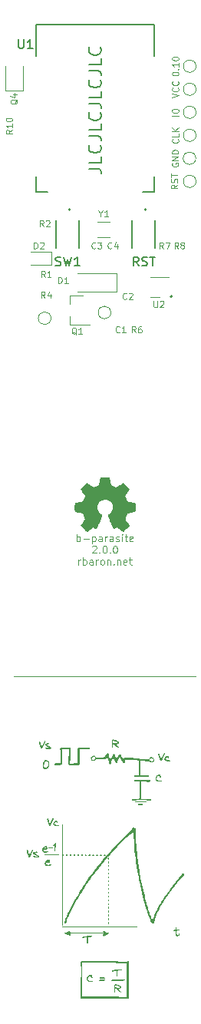
<source format=gbr>
G04 #@! TF.GenerationSoftware,KiCad,Pcbnew,7.0.9*
G04 #@! TF.CreationDate,2024-02-10T14:11:46+01:00*
G04 #@! TF.ProjectId,parasite,70617261-7369-4746-952e-6b696361645f,2.0.0*
G04 #@! TF.SameCoordinates,Original*
G04 #@! TF.FileFunction,Legend,Top*
G04 #@! TF.FilePolarity,Positive*
%FSLAX46Y46*%
G04 Gerber Fmt 4.6, Leading zero omitted, Abs format (unit mm)*
G04 Created by KiCad (PCBNEW 7.0.9) date 2024-02-10 14:11:46*
%MOMM*%
%LPD*%
G01*
G04 APERTURE LIST*
%ADD10C,0.120000*%
%ADD11C,0.200000*%
%ADD12C,0.100000*%
%ADD13C,0.150000*%
%ADD14C,0.127000*%
%ADD15C,0.010000*%
G04 APERTURE END LIST*
D10*
X58000000Y-99000000D02*
X78000000Y-99000000D01*
D11*
X75450000Y-57060000D02*
G75*
G03*
X75450000Y-57060000I-100000J0D01*
G01*
D12*
X64914285Y-84076895D02*
X64914285Y-83276895D01*
X64914285Y-83581657D02*
X64990475Y-83543561D01*
X64990475Y-83543561D02*
X65142856Y-83543561D01*
X65142856Y-83543561D02*
X65219047Y-83581657D01*
X65219047Y-83581657D02*
X65257142Y-83619752D01*
X65257142Y-83619752D02*
X65295237Y-83695942D01*
X65295237Y-83695942D02*
X65295237Y-83924514D01*
X65295237Y-83924514D02*
X65257142Y-84000704D01*
X65257142Y-84000704D02*
X65219047Y-84038800D01*
X65219047Y-84038800D02*
X65142856Y-84076895D01*
X65142856Y-84076895D02*
X64990475Y-84076895D01*
X64990475Y-84076895D02*
X64914285Y-84038800D01*
X65638095Y-83772133D02*
X66247619Y-83772133D01*
X66628571Y-83543561D02*
X66628571Y-84343561D01*
X66628571Y-83581657D02*
X66704761Y-83543561D01*
X66704761Y-83543561D02*
X66857142Y-83543561D01*
X66857142Y-83543561D02*
X66933333Y-83581657D01*
X66933333Y-83581657D02*
X66971428Y-83619752D01*
X66971428Y-83619752D02*
X67009523Y-83695942D01*
X67009523Y-83695942D02*
X67009523Y-83924514D01*
X67009523Y-83924514D02*
X66971428Y-84000704D01*
X66971428Y-84000704D02*
X66933333Y-84038800D01*
X66933333Y-84038800D02*
X66857142Y-84076895D01*
X66857142Y-84076895D02*
X66704761Y-84076895D01*
X66704761Y-84076895D02*
X66628571Y-84038800D01*
X67695238Y-84076895D02*
X67695238Y-83657847D01*
X67695238Y-83657847D02*
X67657143Y-83581657D01*
X67657143Y-83581657D02*
X67580952Y-83543561D01*
X67580952Y-83543561D02*
X67428571Y-83543561D01*
X67428571Y-83543561D02*
X67352381Y-83581657D01*
X67695238Y-84038800D02*
X67619047Y-84076895D01*
X67619047Y-84076895D02*
X67428571Y-84076895D01*
X67428571Y-84076895D02*
X67352381Y-84038800D01*
X67352381Y-84038800D02*
X67314285Y-83962609D01*
X67314285Y-83962609D02*
X67314285Y-83886419D01*
X67314285Y-83886419D02*
X67352381Y-83810228D01*
X67352381Y-83810228D02*
X67428571Y-83772133D01*
X67428571Y-83772133D02*
X67619047Y-83772133D01*
X67619047Y-83772133D02*
X67695238Y-83734038D01*
X68076191Y-84076895D02*
X68076191Y-83543561D01*
X68076191Y-83695942D02*
X68114286Y-83619752D01*
X68114286Y-83619752D02*
X68152381Y-83581657D01*
X68152381Y-83581657D02*
X68228572Y-83543561D01*
X68228572Y-83543561D02*
X68304762Y-83543561D01*
X68914286Y-84076895D02*
X68914286Y-83657847D01*
X68914286Y-83657847D02*
X68876191Y-83581657D01*
X68876191Y-83581657D02*
X68800000Y-83543561D01*
X68800000Y-83543561D02*
X68647619Y-83543561D01*
X68647619Y-83543561D02*
X68571429Y-83581657D01*
X68914286Y-84038800D02*
X68838095Y-84076895D01*
X68838095Y-84076895D02*
X68647619Y-84076895D01*
X68647619Y-84076895D02*
X68571429Y-84038800D01*
X68571429Y-84038800D02*
X68533333Y-83962609D01*
X68533333Y-83962609D02*
X68533333Y-83886419D01*
X68533333Y-83886419D02*
X68571429Y-83810228D01*
X68571429Y-83810228D02*
X68647619Y-83772133D01*
X68647619Y-83772133D02*
X68838095Y-83772133D01*
X68838095Y-83772133D02*
X68914286Y-83734038D01*
X69257143Y-84038800D02*
X69333334Y-84076895D01*
X69333334Y-84076895D02*
X69485715Y-84076895D01*
X69485715Y-84076895D02*
X69561905Y-84038800D01*
X69561905Y-84038800D02*
X69600001Y-83962609D01*
X69600001Y-83962609D02*
X69600001Y-83924514D01*
X69600001Y-83924514D02*
X69561905Y-83848323D01*
X69561905Y-83848323D02*
X69485715Y-83810228D01*
X69485715Y-83810228D02*
X69371429Y-83810228D01*
X69371429Y-83810228D02*
X69295239Y-83772133D01*
X69295239Y-83772133D02*
X69257143Y-83695942D01*
X69257143Y-83695942D02*
X69257143Y-83657847D01*
X69257143Y-83657847D02*
X69295239Y-83581657D01*
X69295239Y-83581657D02*
X69371429Y-83543561D01*
X69371429Y-83543561D02*
X69485715Y-83543561D01*
X69485715Y-83543561D02*
X69561905Y-83581657D01*
X69942858Y-84076895D02*
X69942858Y-83543561D01*
X69942858Y-83276895D02*
X69904762Y-83314990D01*
X69904762Y-83314990D02*
X69942858Y-83353085D01*
X69942858Y-83353085D02*
X69980953Y-83314990D01*
X69980953Y-83314990D02*
X69942858Y-83276895D01*
X69942858Y-83276895D02*
X69942858Y-83353085D01*
X70209524Y-83543561D02*
X70514286Y-83543561D01*
X70323810Y-83276895D02*
X70323810Y-83962609D01*
X70323810Y-83962609D02*
X70361905Y-84038800D01*
X70361905Y-84038800D02*
X70438095Y-84076895D01*
X70438095Y-84076895D02*
X70514286Y-84076895D01*
X71085715Y-84038800D02*
X71009524Y-84076895D01*
X71009524Y-84076895D02*
X70857143Y-84076895D01*
X70857143Y-84076895D02*
X70780953Y-84038800D01*
X70780953Y-84038800D02*
X70742857Y-83962609D01*
X70742857Y-83962609D02*
X70742857Y-83657847D01*
X70742857Y-83657847D02*
X70780953Y-83581657D01*
X70780953Y-83581657D02*
X70857143Y-83543561D01*
X70857143Y-83543561D02*
X71009524Y-83543561D01*
X71009524Y-83543561D02*
X71085715Y-83581657D01*
X71085715Y-83581657D02*
X71123810Y-83657847D01*
X71123810Y-83657847D02*
X71123810Y-83734038D01*
X71123810Y-83734038D02*
X70742857Y-83810228D01*
X66628571Y-84641085D02*
X66666667Y-84602990D01*
X66666667Y-84602990D02*
X66742857Y-84564895D01*
X66742857Y-84564895D02*
X66933333Y-84564895D01*
X66933333Y-84564895D02*
X67009524Y-84602990D01*
X67009524Y-84602990D02*
X67047619Y-84641085D01*
X67047619Y-84641085D02*
X67085714Y-84717276D01*
X67085714Y-84717276D02*
X67085714Y-84793466D01*
X67085714Y-84793466D02*
X67047619Y-84907752D01*
X67047619Y-84907752D02*
X66590476Y-85364895D01*
X66590476Y-85364895D02*
X67085714Y-85364895D01*
X67428572Y-85288704D02*
X67466667Y-85326800D01*
X67466667Y-85326800D02*
X67428572Y-85364895D01*
X67428572Y-85364895D02*
X67390476Y-85326800D01*
X67390476Y-85326800D02*
X67428572Y-85288704D01*
X67428572Y-85288704D02*
X67428572Y-85364895D01*
X67961905Y-84564895D02*
X68038095Y-84564895D01*
X68038095Y-84564895D02*
X68114286Y-84602990D01*
X68114286Y-84602990D02*
X68152381Y-84641085D01*
X68152381Y-84641085D02*
X68190476Y-84717276D01*
X68190476Y-84717276D02*
X68228571Y-84869657D01*
X68228571Y-84869657D02*
X68228571Y-85060133D01*
X68228571Y-85060133D02*
X68190476Y-85212514D01*
X68190476Y-85212514D02*
X68152381Y-85288704D01*
X68152381Y-85288704D02*
X68114286Y-85326800D01*
X68114286Y-85326800D02*
X68038095Y-85364895D01*
X68038095Y-85364895D02*
X67961905Y-85364895D01*
X67961905Y-85364895D02*
X67885714Y-85326800D01*
X67885714Y-85326800D02*
X67847619Y-85288704D01*
X67847619Y-85288704D02*
X67809524Y-85212514D01*
X67809524Y-85212514D02*
X67771428Y-85060133D01*
X67771428Y-85060133D02*
X67771428Y-84869657D01*
X67771428Y-84869657D02*
X67809524Y-84717276D01*
X67809524Y-84717276D02*
X67847619Y-84641085D01*
X67847619Y-84641085D02*
X67885714Y-84602990D01*
X67885714Y-84602990D02*
X67961905Y-84564895D01*
X68571429Y-85288704D02*
X68609524Y-85326800D01*
X68609524Y-85326800D02*
X68571429Y-85364895D01*
X68571429Y-85364895D02*
X68533333Y-85326800D01*
X68533333Y-85326800D02*
X68571429Y-85288704D01*
X68571429Y-85288704D02*
X68571429Y-85364895D01*
X69104762Y-84564895D02*
X69180952Y-84564895D01*
X69180952Y-84564895D02*
X69257143Y-84602990D01*
X69257143Y-84602990D02*
X69295238Y-84641085D01*
X69295238Y-84641085D02*
X69333333Y-84717276D01*
X69333333Y-84717276D02*
X69371428Y-84869657D01*
X69371428Y-84869657D02*
X69371428Y-85060133D01*
X69371428Y-85060133D02*
X69333333Y-85212514D01*
X69333333Y-85212514D02*
X69295238Y-85288704D01*
X69295238Y-85288704D02*
X69257143Y-85326800D01*
X69257143Y-85326800D02*
X69180952Y-85364895D01*
X69180952Y-85364895D02*
X69104762Y-85364895D01*
X69104762Y-85364895D02*
X69028571Y-85326800D01*
X69028571Y-85326800D02*
X68990476Y-85288704D01*
X68990476Y-85288704D02*
X68952381Y-85212514D01*
X68952381Y-85212514D02*
X68914285Y-85060133D01*
X68914285Y-85060133D02*
X68914285Y-84869657D01*
X68914285Y-84869657D02*
X68952381Y-84717276D01*
X68952381Y-84717276D02*
X68990476Y-84641085D01*
X68990476Y-84641085D02*
X69028571Y-84602990D01*
X69028571Y-84602990D02*
X69104762Y-84564895D01*
X65123809Y-86652895D02*
X65123809Y-86119561D01*
X65123809Y-86271942D02*
X65161904Y-86195752D01*
X65161904Y-86195752D02*
X65199999Y-86157657D01*
X65199999Y-86157657D02*
X65276190Y-86119561D01*
X65276190Y-86119561D02*
X65352380Y-86119561D01*
X65619047Y-86652895D02*
X65619047Y-85852895D01*
X65619047Y-86157657D02*
X65695237Y-86119561D01*
X65695237Y-86119561D02*
X65847618Y-86119561D01*
X65847618Y-86119561D02*
X65923809Y-86157657D01*
X65923809Y-86157657D02*
X65961904Y-86195752D01*
X65961904Y-86195752D02*
X65999999Y-86271942D01*
X65999999Y-86271942D02*
X65999999Y-86500514D01*
X65999999Y-86500514D02*
X65961904Y-86576704D01*
X65961904Y-86576704D02*
X65923809Y-86614800D01*
X65923809Y-86614800D02*
X65847618Y-86652895D01*
X65847618Y-86652895D02*
X65695237Y-86652895D01*
X65695237Y-86652895D02*
X65619047Y-86614800D01*
X66685714Y-86652895D02*
X66685714Y-86233847D01*
X66685714Y-86233847D02*
X66647619Y-86157657D01*
X66647619Y-86157657D02*
X66571428Y-86119561D01*
X66571428Y-86119561D02*
X66419047Y-86119561D01*
X66419047Y-86119561D02*
X66342857Y-86157657D01*
X66685714Y-86614800D02*
X66609523Y-86652895D01*
X66609523Y-86652895D02*
X66419047Y-86652895D01*
X66419047Y-86652895D02*
X66342857Y-86614800D01*
X66342857Y-86614800D02*
X66304761Y-86538609D01*
X66304761Y-86538609D02*
X66304761Y-86462419D01*
X66304761Y-86462419D02*
X66342857Y-86386228D01*
X66342857Y-86386228D02*
X66419047Y-86348133D01*
X66419047Y-86348133D02*
X66609523Y-86348133D01*
X66609523Y-86348133D02*
X66685714Y-86310038D01*
X67066667Y-86652895D02*
X67066667Y-86119561D01*
X67066667Y-86271942D02*
X67104762Y-86195752D01*
X67104762Y-86195752D02*
X67142857Y-86157657D01*
X67142857Y-86157657D02*
X67219048Y-86119561D01*
X67219048Y-86119561D02*
X67295238Y-86119561D01*
X67676190Y-86652895D02*
X67600000Y-86614800D01*
X67600000Y-86614800D02*
X67561905Y-86576704D01*
X67561905Y-86576704D02*
X67523809Y-86500514D01*
X67523809Y-86500514D02*
X67523809Y-86271942D01*
X67523809Y-86271942D02*
X67561905Y-86195752D01*
X67561905Y-86195752D02*
X67600000Y-86157657D01*
X67600000Y-86157657D02*
X67676190Y-86119561D01*
X67676190Y-86119561D02*
X67790476Y-86119561D01*
X67790476Y-86119561D02*
X67866667Y-86157657D01*
X67866667Y-86157657D02*
X67904762Y-86195752D01*
X67904762Y-86195752D02*
X67942857Y-86271942D01*
X67942857Y-86271942D02*
X67942857Y-86500514D01*
X67942857Y-86500514D02*
X67904762Y-86576704D01*
X67904762Y-86576704D02*
X67866667Y-86614800D01*
X67866667Y-86614800D02*
X67790476Y-86652895D01*
X67790476Y-86652895D02*
X67676190Y-86652895D01*
X68285715Y-86119561D02*
X68285715Y-86652895D01*
X68285715Y-86195752D02*
X68323810Y-86157657D01*
X68323810Y-86157657D02*
X68400000Y-86119561D01*
X68400000Y-86119561D02*
X68514286Y-86119561D01*
X68514286Y-86119561D02*
X68590477Y-86157657D01*
X68590477Y-86157657D02*
X68628572Y-86233847D01*
X68628572Y-86233847D02*
X68628572Y-86652895D01*
X69009525Y-86576704D02*
X69047620Y-86614800D01*
X69047620Y-86614800D02*
X69009525Y-86652895D01*
X69009525Y-86652895D02*
X68971429Y-86614800D01*
X68971429Y-86614800D02*
X69009525Y-86576704D01*
X69009525Y-86576704D02*
X69009525Y-86652895D01*
X69390477Y-86119561D02*
X69390477Y-86652895D01*
X69390477Y-86195752D02*
X69428572Y-86157657D01*
X69428572Y-86157657D02*
X69504762Y-86119561D01*
X69504762Y-86119561D02*
X69619048Y-86119561D01*
X69619048Y-86119561D02*
X69695239Y-86157657D01*
X69695239Y-86157657D02*
X69733334Y-86233847D01*
X69733334Y-86233847D02*
X69733334Y-86652895D01*
X70419049Y-86614800D02*
X70342858Y-86652895D01*
X70342858Y-86652895D02*
X70190477Y-86652895D01*
X70190477Y-86652895D02*
X70114287Y-86614800D01*
X70114287Y-86614800D02*
X70076191Y-86538609D01*
X70076191Y-86538609D02*
X70076191Y-86233847D01*
X70076191Y-86233847D02*
X70114287Y-86157657D01*
X70114287Y-86157657D02*
X70190477Y-86119561D01*
X70190477Y-86119561D02*
X70342858Y-86119561D01*
X70342858Y-86119561D02*
X70419049Y-86157657D01*
X70419049Y-86157657D02*
X70457144Y-86233847D01*
X70457144Y-86233847D02*
X70457144Y-86310038D01*
X70457144Y-86310038D02*
X70076191Y-86386228D01*
X70685715Y-86119561D02*
X70990477Y-86119561D01*
X70800001Y-85852895D02*
X70800001Y-86538609D01*
X70800001Y-86538609D02*
X70838096Y-86614800D01*
X70838096Y-86614800D02*
X70914286Y-86652895D01*
X70914286Y-86652895D02*
X70990477Y-86652895D01*
D11*
X66237266Y-42966666D02*
X67237266Y-42966666D01*
X67237266Y-42966666D02*
X67437266Y-43033333D01*
X67437266Y-43033333D02*
X67570600Y-43166666D01*
X67570600Y-43166666D02*
X67637266Y-43366666D01*
X67637266Y-43366666D02*
X67637266Y-43500000D01*
X67637266Y-41633333D02*
X67637266Y-42299999D01*
X67637266Y-42299999D02*
X66237266Y-42299999D01*
X67503933Y-40366666D02*
X67570600Y-40433333D01*
X67570600Y-40433333D02*
X67637266Y-40633333D01*
X67637266Y-40633333D02*
X67637266Y-40766666D01*
X67637266Y-40766666D02*
X67570600Y-40966666D01*
X67570600Y-40966666D02*
X67437266Y-41100000D01*
X67437266Y-41100000D02*
X67303933Y-41166666D01*
X67303933Y-41166666D02*
X67037266Y-41233333D01*
X67037266Y-41233333D02*
X66837266Y-41233333D01*
X66837266Y-41233333D02*
X66570600Y-41166666D01*
X66570600Y-41166666D02*
X66437266Y-41100000D01*
X66437266Y-41100000D02*
X66303933Y-40966666D01*
X66303933Y-40966666D02*
X66237266Y-40766666D01*
X66237266Y-40766666D02*
X66237266Y-40633333D01*
X66237266Y-40633333D02*
X66303933Y-40433333D01*
X66303933Y-40433333D02*
X66370600Y-40366666D01*
X66237266Y-39366666D02*
X67237266Y-39366666D01*
X67237266Y-39366666D02*
X67437266Y-39433333D01*
X67437266Y-39433333D02*
X67570600Y-39566666D01*
X67570600Y-39566666D02*
X67637266Y-39766666D01*
X67637266Y-39766666D02*
X67637266Y-39900000D01*
X67637266Y-38033333D02*
X67637266Y-38699999D01*
X67637266Y-38699999D02*
X66237266Y-38699999D01*
X67503933Y-36766666D02*
X67570600Y-36833333D01*
X67570600Y-36833333D02*
X67637266Y-37033333D01*
X67637266Y-37033333D02*
X67637266Y-37166666D01*
X67637266Y-37166666D02*
X67570600Y-37366666D01*
X67570600Y-37366666D02*
X67437266Y-37500000D01*
X67437266Y-37500000D02*
X67303933Y-37566666D01*
X67303933Y-37566666D02*
X67037266Y-37633333D01*
X67037266Y-37633333D02*
X66837266Y-37633333D01*
X66837266Y-37633333D02*
X66570600Y-37566666D01*
X66570600Y-37566666D02*
X66437266Y-37500000D01*
X66437266Y-37500000D02*
X66303933Y-37366666D01*
X66303933Y-37366666D02*
X66237266Y-37166666D01*
X66237266Y-37166666D02*
X66237266Y-37033333D01*
X66237266Y-37033333D02*
X66303933Y-36833333D01*
X66303933Y-36833333D02*
X66370600Y-36766666D01*
X66237266Y-35766666D02*
X67237266Y-35766666D01*
X67237266Y-35766666D02*
X67437266Y-35833333D01*
X67437266Y-35833333D02*
X67570600Y-35966666D01*
X67570600Y-35966666D02*
X67637266Y-36166666D01*
X67637266Y-36166666D02*
X67637266Y-36300000D01*
X67637266Y-34433333D02*
X67637266Y-35099999D01*
X67637266Y-35099999D02*
X66237266Y-35099999D01*
X67503933Y-33166666D02*
X67570600Y-33233333D01*
X67570600Y-33233333D02*
X67637266Y-33433333D01*
X67637266Y-33433333D02*
X67637266Y-33566666D01*
X67637266Y-33566666D02*
X67570600Y-33766666D01*
X67570600Y-33766666D02*
X67437266Y-33900000D01*
X67437266Y-33900000D02*
X67303933Y-33966666D01*
X67303933Y-33966666D02*
X67037266Y-34033333D01*
X67037266Y-34033333D02*
X66837266Y-34033333D01*
X66837266Y-34033333D02*
X66570600Y-33966666D01*
X66570600Y-33966666D02*
X66437266Y-33900000D01*
X66437266Y-33900000D02*
X66303933Y-33766666D01*
X66303933Y-33766666D02*
X66237266Y-33566666D01*
X66237266Y-33566666D02*
X66237266Y-33433333D01*
X66237266Y-33433333D02*
X66303933Y-33233333D01*
X66303933Y-33233333D02*
X66370600Y-33166666D01*
X66237266Y-32166666D02*
X67237266Y-32166666D01*
X67237266Y-32166666D02*
X67437266Y-32233333D01*
X67437266Y-32233333D02*
X67570600Y-32366666D01*
X67570600Y-32366666D02*
X67637266Y-32566666D01*
X67637266Y-32566666D02*
X67637266Y-32700000D01*
X67637266Y-30833333D02*
X67637266Y-31499999D01*
X67637266Y-31499999D02*
X66237266Y-31499999D01*
X67503933Y-29566666D02*
X67570600Y-29633333D01*
X67570600Y-29633333D02*
X67637266Y-29833333D01*
X67637266Y-29833333D02*
X67637266Y-29966666D01*
X67637266Y-29966666D02*
X67570600Y-30166666D01*
X67570600Y-30166666D02*
X67437266Y-30300000D01*
X67437266Y-30300000D02*
X67303933Y-30366666D01*
X67303933Y-30366666D02*
X67037266Y-30433333D01*
X67037266Y-30433333D02*
X66837266Y-30433333D01*
X66837266Y-30433333D02*
X66570600Y-30366666D01*
X66570600Y-30366666D02*
X66437266Y-30300000D01*
X66437266Y-30300000D02*
X66303933Y-30166666D01*
X66303933Y-30166666D02*
X66237266Y-29966666D01*
X66237266Y-29966666D02*
X66237266Y-29833333D01*
X66237266Y-29833333D02*
X66303933Y-29633333D01*
X66303933Y-29633333D02*
X66370600Y-29566666D01*
D10*
X58384260Y-35316666D02*
X58350926Y-35383333D01*
X58350926Y-35383333D02*
X58284260Y-35450000D01*
X58284260Y-35450000D02*
X58184260Y-35550000D01*
X58184260Y-35550000D02*
X58150926Y-35616666D01*
X58150926Y-35616666D02*
X58150926Y-35683333D01*
X58317593Y-35650000D02*
X58284260Y-35716666D01*
X58284260Y-35716666D02*
X58217593Y-35783333D01*
X58217593Y-35783333D02*
X58084260Y-35816666D01*
X58084260Y-35816666D02*
X57850926Y-35816666D01*
X57850926Y-35816666D02*
X57717593Y-35783333D01*
X57717593Y-35783333D02*
X57650926Y-35716666D01*
X57650926Y-35716666D02*
X57617593Y-35650000D01*
X57617593Y-35650000D02*
X57617593Y-35516666D01*
X57617593Y-35516666D02*
X57650926Y-35450000D01*
X57650926Y-35450000D02*
X57717593Y-35383333D01*
X57717593Y-35383333D02*
X57850926Y-35350000D01*
X57850926Y-35350000D02*
X58084260Y-35350000D01*
X58084260Y-35350000D02*
X58217593Y-35383333D01*
X58217593Y-35383333D02*
X58284260Y-35450000D01*
X58284260Y-35450000D02*
X58317593Y-35516666D01*
X58317593Y-35516666D02*
X58317593Y-35650000D01*
X57850926Y-34750000D02*
X58317593Y-34750000D01*
X57584260Y-34916667D02*
X58084260Y-35083333D01*
X58084260Y-35083333D02*
X58084260Y-34650000D01*
D13*
X58488095Y-28704819D02*
X58488095Y-29514342D01*
X58488095Y-29514342D02*
X58535714Y-29609580D01*
X58535714Y-29609580D02*
X58583333Y-29657200D01*
X58583333Y-29657200D02*
X58678571Y-29704819D01*
X58678571Y-29704819D02*
X58869047Y-29704819D01*
X58869047Y-29704819D02*
X58964285Y-29657200D01*
X58964285Y-29657200D02*
X59011904Y-29609580D01*
X59011904Y-29609580D02*
X59059523Y-29514342D01*
X59059523Y-29514342D02*
X59059523Y-28704819D01*
X60059523Y-29704819D02*
X59488095Y-29704819D01*
X59773809Y-29704819D02*
X59773809Y-28704819D01*
X59773809Y-28704819D02*
X59678571Y-28847676D01*
X59678571Y-28847676D02*
X59583333Y-28942914D01*
X59583333Y-28942914D02*
X59488095Y-28990533D01*
D10*
X69645333Y-60993926D02*
X69612000Y-61027260D01*
X69612000Y-61027260D02*
X69512000Y-61060593D01*
X69512000Y-61060593D02*
X69445333Y-61060593D01*
X69445333Y-61060593D02*
X69345333Y-61027260D01*
X69345333Y-61027260D02*
X69278667Y-60960593D01*
X69278667Y-60960593D02*
X69245333Y-60893926D01*
X69245333Y-60893926D02*
X69212000Y-60760593D01*
X69212000Y-60760593D02*
X69212000Y-60660593D01*
X69212000Y-60660593D02*
X69245333Y-60527260D01*
X69245333Y-60527260D02*
X69278667Y-60460593D01*
X69278667Y-60460593D02*
X69345333Y-60393926D01*
X69345333Y-60393926D02*
X69445333Y-60360593D01*
X69445333Y-60360593D02*
X69512000Y-60360593D01*
X69512000Y-60360593D02*
X69612000Y-60393926D01*
X69612000Y-60393926D02*
X69645333Y-60427260D01*
X70312000Y-61060593D02*
X69912000Y-61060593D01*
X70112000Y-61060593D02*
X70112000Y-60360593D01*
X70112000Y-60360593D02*
X70045333Y-60460593D01*
X70045333Y-60460593D02*
X69978667Y-60527260D01*
X69978667Y-60527260D02*
X69912000Y-60560593D01*
X71423333Y-61060593D02*
X71190000Y-60727260D01*
X71023333Y-61060593D02*
X71023333Y-60360593D01*
X71023333Y-60360593D02*
X71290000Y-60360593D01*
X71290000Y-60360593D02*
X71356667Y-60393926D01*
X71356667Y-60393926D02*
X71390000Y-60427260D01*
X71390000Y-60427260D02*
X71423333Y-60493926D01*
X71423333Y-60493926D02*
X71423333Y-60593926D01*
X71423333Y-60593926D02*
X71390000Y-60660593D01*
X71390000Y-60660593D02*
X71356667Y-60693926D01*
X71356667Y-60693926D02*
X71290000Y-60727260D01*
X71290000Y-60727260D02*
X71023333Y-60727260D01*
X72023333Y-60360593D02*
X71890000Y-60360593D01*
X71890000Y-60360593D02*
X71823333Y-60393926D01*
X71823333Y-60393926D02*
X71790000Y-60427260D01*
X71790000Y-60427260D02*
X71723333Y-60527260D01*
X71723333Y-60527260D02*
X71690000Y-60660593D01*
X71690000Y-60660593D02*
X71690000Y-60927260D01*
X71690000Y-60927260D02*
X71723333Y-60993926D01*
X71723333Y-60993926D02*
X71756667Y-61027260D01*
X71756667Y-61027260D02*
X71823333Y-61060593D01*
X71823333Y-61060593D02*
X71956667Y-61060593D01*
X71956667Y-61060593D02*
X72023333Y-61027260D01*
X72023333Y-61027260D02*
X72056667Y-60993926D01*
X72056667Y-60993926D02*
X72090000Y-60927260D01*
X72090000Y-60927260D02*
X72090000Y-60760593D01*
X72090000Y-60760593D02*
X72056667Y-60693926D01*
X72056667Y-60693926D02*
X72023333Y-60660593D01*
X72023333Y-60660593D02*
X71956667Y-60627260D01*
X71956667Y-60627260D02*
X71823333Y-60627260D01*
X71823333Y-60627260D02*
X71756667Y-60660593D01*
X71756667Y-60660593D02*
X71723333Y-60693926D01*
X71723333Y-60693926D02*
X71690000Y-60760593D01*
X61398333Y-57239593D02*
X61165000Y-56906260D01*
X60998333Y-57239593D02*
X60998333Y-56539593D01*
X60998333Y-56539593D02*
X61265000Y-56539593D01*
X61265000Y-56539593D02*
X61331667Y-56572926D01*
X61331667Y-56572926D02*
X61365000Y-56606260D01*
X61365000Y-56606260D02*
X61398333Y-56672926D01*
X61398333Y-56672926D02*
X61398333Y-56772926D01*
X61398333Y-56772926D02*
X61365000Y-56839593D01*
X61365000Y-56839593D02*
X61331667Y-56872926D01*
X61331667Y-56872926D02*
X61265000Y-56906260D01*
X61265000Y-56906260D02*
X60998333Y-56906260D01*
X61998333Y-56772926D02*
X61998333Y-57239593D01*
X61831667Y-56506260D02*
X61665000Y-57006260D01*
X61665000Y-57006260D02*
X62098333Y-57006260D01*
X64869333Y-61254260D02*
X64802666Y-61220926D01*
X64802666Y-61220926D02*
X64736000Y-61154260D01*
X64736000Y-61154260D02*
X64636000Y-61054260D01*
X64636000Y-61054260D02*
X64569333Y-61020926D01*
X64569333Y-61020926D02*
X64502666Y-61020926D01*
X64536000Y-61187593D02*
X64469333Y-61154260D01*
X64469333Y-61154260D02*
X64402666Y-61087593D01*
X64402666Y-61087593D02*
X64369333Y-60954260D01*
X64369333Y-60954260D02*
X64369333Y-60720926D01*
X64369333Y-60720926D02*
X64402666Y-60587593D01*
X64402666Y-60587593D02*
X64469333Y-60520926D01*
X64469333Y-60520926D02*
X64536000Y-60487593D01*
X64536000Y-60487593D02*
X64669333Y-60487593D01*
X64669333Y-60487593D02*
X64736000Y-60520926D01*
X64736000Y-60520926D02*
X64802666Y-60587593D01*
X64802666Y-60587593D02*
X64836000Y-60720926D01*
X64836000Y-60720926D02*
X64836000Y-60954260D01*
X64836000Y-60954260D02*
X64802666Y-61087593D01*
X64802666Y-61087593D02*
X64736000Y-61154260D01*
X64736000Y-61154260D02*
X64669333Y-61187593D01*
X64669333Y-61187593D02*
X64536000Y-61187593D01*
X65502666Y-61187593D02*
X65102666Y-61187593D01*
X65302666Y-61187593D02*
X65302666Y-60487593D01*
X65302666Y-60487593D02*
X65235999Y-60587593D01*
X65235999Y-60587593D02*
X65169333Y-60654260D01*
X65169333Y-60654260D02*
X65102666Y-60687593D01*
X61413333Y-54964593D02*
X61180000Y-54631260D01*
X61013333Y-54964593D02*
X61013333Y-54264593D01*
X61013333Y-54264593D02*
X61280000Y-54264593D01*
X61280000Y-54264593D02*
X61346667Y-54297926D01*
X61346667Y-54297926D02*
X61380000Y-54331260D01*
X61380000Y-54331260D02*
X61413333Y-54397926D01*
X61413333Y-54397926D02*
X61413333Y-54497926D01*
X61413333Y-54497926D02*
X61380000Y-54564593D01*
X61380000Y-54564593D02*
X61346667Y-54597926D01*
X61346667Y-54597926D02*
X61280000Y-54631260D01*
X61280000Y-54631260D02*
X61013333Y-54631260D01*
X62080000Y-54964593D02*
X61680000Y-54964593D01*
X61880000Y-54964593D02*
X61880000Y-54264593D01*
X61880000Y-54264593D02*
X61813333Y-54364593D01*
X61813333Y-54364593D02*
X61746667Y-54431260D01*
X61746667Y-54431260D02*
X61680000Y-54464593D01*
X76149593Y-37116666D02*
X75449593Y-37116666D01*
X75449593Y-36650000D02*
X75449593Y-36516666D01*
X75449593Y-36516666D02*
X75482926Y-36450000D01*
X75482926Y-36450000D02*
X75549593Y-36383333D01*
X75549593Y-36383333D02*
X75682926Y-36350000D01*
X75682926Y-36350000D02*
X75916260Y-36350000D01*
X75916260Y-36350000D02*
X76049593Y-36383333D01*
X76049593Y-36383333D02*
X76116260Y-36450000D01*
X76116260Y-36450000D02*
X76149593Y-36516666D01*
X76149593Y-36516666D02*
X76149593Y-36650000D01*
X76149593Y-36650000D02*
X76116260Y-36716666D01*
X76116260Y-36716666D02*
X76049593Y-36783333D01*
X76049593Y-36783333D02*
X75916260Y-36816666D01*
X75916260Y-36816666D02*
X75682926Y-36816666D01*
X75682926Y-36816666D02*
X75549593Y-36783333D01*
X75549593Y-36783333D02*
X75482926Y-36716666D01*
X75482926Y-36716666D02*
X75449593Y-36650000D01*
X76082926Y-39706666D02*
X76116260Y-39739999D01*
X76116260Y-39739999D02*
X76149593Y-39839999D01*
X76149593Y-39839999D02*
X76149593Y-39906666D01*
X76149593Y-39906666D02*
X76116260Y-40006666D01*
X76116260Y-40006666D02*
X76049593Y-40073333D01*
X76049593Y-40073333D02*
X75982926Y-40106666D01*
X75982926Y-40106666D02*
X75849593Y-40139999D01*
X75849593Y-40139999D02*
X75749593Y-40139999D01*
X75749593Y-40139999D02*
X75616260Y-40106666D01*
X75616260Y-40106666D02*
X75549593Y-40073333D01*
X75549593Y-40073333D02*
X75482926Y-40006666D01*
X75482926Y-40006666D02*
X75449593Y-39906666D01*
X75449593Y-39906666D02*
X75449593Y-39839999D01*
X75449593Y-39839999D02*
X75482926Y-39739999D01*
X75482926Y-39739999D02*
X75516260Y-39706666D01*
X76149593Y-39073333D02*
X76149593Y-39406666D01*
X76149593Y-39406666D02*
X75449593Y-39406666D01*
X76149593Y-38839999D02*
X75449593Y-38839999D01*
X76149593Y-38439999D02*
X75749593Y-38739999D01*
X75449593Y-38439999D02*
X75849593Y-38839999D01*
X61263333Y-49376593D02*
X61030000Y-49043260D01*
X60863333Y-49376593D02*
X60863333Y-48676593D01*
X60863333Y-48676593D02*
X61130000Y-48676593D01*
X61130000Y-48676593D02*
X61196667Y-48709926D01*
X61196667Y-48709926D02*
X61230000Y-48743260D01*
X61230000Y-48743260D02*
X61263333Y-48809926D01*
X61263333Y-48809926D02*
X61263333Y-48909926D01*
X61263333Y-48909926D02*
X61230000Y-48976593D01*
X61230000Y-48976593D02*
X61196667Y-49009926D01*
X61196667Y-49009926D02*
X61130000Y-49043260D01*
X61130000Y-49043260D02*
X60863333Y-49043260D01*
X61530000Y-48743260D02*
X61563333Y-48709926D01*
X61563333Y-48709926D02*
X61630000Y-48676593D01*
X61630000Y-48676593D02*
X61796667Y-48676593D01*
X61796667Y-48676593D02*
X61863333Y-48709926D01*
X61863333Y-48709926D02*
X61896667Y-48743260D01*
X61896667Y-48743260D02*
X61930000Y-48809926D01*
X61930000Y-48809926D02*
X61930000Y-48876593D01*
X61930000Y-48876593D02*
X61896667Y-48976593D01*
X61896667Y-48976593D02*
X61496667Y-49376593D01*
X61496667Y-49376593D02*
X61930000Y-49376593D01*
X70407333Y-57310926D02*
X70374000Y-57344260D01*
X70374000Y-57344260D02*
X70274000Y-57377593D01*
X70274000Y-57377593D02*
X70207333Y-57377593D01*
X70207333Y-57377593D02*
X70107333Y-57344260D01*
X70107333Y-57344260D02*
X70040667Y-57277593D01*
X70040667Y-57277593D02*
X70007333Y-57210926D01*
X70007333Y-57210926D02*
X69974000Y-57077593D01*
X69974000Y-57077593D02*
X69974000Y-56977593D01*
X69974000Y-56977593D02*
X70007333Y-56844260D01*
X70007333Y-56844260D02*
X70040667Y-56777593D01*
X70040667Y-56777593D02*
X70107333Y-56710926D01*
X70107333Y-56710926D02*
X70207333Y-56677593D01*
X70207333Y-56677593D02*
X70274000Y-56677593D01*
X70274000Y-56677593D02*
X70374000Y-56710926D01*
X70374000Y-56710926D02*
X70407333Y-56744260D01*
X70674000Y-56744260D02*
X70707333Y-56710926D01*
X70707333Y-56710926D02*
X70774000Y-56677593D01*
X70774000Y-56677593D02*
X70940667Y-56677593D01*
X70940667Y-56677593D02*
X71007333Y-56710926D01*
X71007333Y-56710926D02*
X71040667Y-56744260D01*
X71040667Y-56744260D02*
X71074000Y-56810926D01*
X71074000Y-56810926D02*
X71074000Y-56877593D01*
X71074000Y-56877593D02*
X71040667Y-56977593D01*
X71040667Y-56977593D02*
X70640667Y-57377593D01*
X70640667Y-57377593D02*
X71074000Y-57377593D01*
X67555167Y-47900260D02*
X67555167Y-48233593D01*
X67321833Y-47533593D02*
X67555167Y-47900260D01*
X67555167Y-47900260D02*
X67788500Y-47533593D01*
X68388500Y-48233593D02*
X67988500Y-48233593D01*
X68188500Y-48233593D02*
X68188500Y-47533593D01*
X68188500Y-47533593D02*
X68121833Y-47633593D01*
X68121833Y-47633593D02*
X68055167Y-47700260D01*
X68055167Y-47700260D02*
X67988500Y-47733593D01*
X60202833Y-51789593D02*
X60202833Y-51089593D01*
X60202833Y-51089593D02*
X60369500Y-51089593D01*
X60369500Y-51089593D02*
X60469500Y-51122926D01*
X60469500Y-51122926D02*
X60536167Y-51189593D01*
X60536167Y-51189593D02*
X60569500Y-51256260D01*
X60569500Y-51256260D02*
X60602833Y-51389593D01*
X60602833Y-51389593D02*
X60602833Y-51489593D01*
X60602833Y-51489593D02*
X60569500Y-51622926D01*
X60569500Y-51622926D02*
X60536167Y-51689593D01*
X60536167Y-51689593D02*
X60469500Y-51756260D01*
X60469500Y-51756260D02*
X60369500Y-51789593D01*
X60369500Y-51789593D02*
X60202833Y-51789593D01*
X60869500Y-51156260D02*
X60902833Y-51122926D01*
X60902833Y-51122926D02*
X60969500Y-51089593D01*
X60969500Y-51089593D02*
X61136167Y-51089593D01*
X61136167Y-51089593D02*
X61202833Y-51122926D01*
X61202833Y-51122926D02*
X61236167Y-51156260D01*
X61236167Y-51156260D02*
X61269500Y-51222926D01*
X61269500Y-51222926D02*
X61269500Y-51289593D01*
X61269500Y-51289593D02*
X61236167Y-51389593D01*
X61236167Y-51389593D02*
X60836167Y-51789593D01*
X60836167Y-51789593D02*
X61269500Y-51789593D01*
X68767833Y-51722926D02*
X68734500Y-51756260D01*
X68734500Y-51756260D02*
X68634500Y-51789593D01*
X68634500Y-51789593D02*
X68567833Y-51789593D01*
X68567833Y-51789593D02*
X68467833Y-51756260D01*
X68467833Y-51756260D02*
X68401167Y-51689593D01*
X68401167Y-51689593D02*
X68367833Y-51622926D01*
X68367833Y-51622926D02*
X68334500Y-51489593D01*
X68334500Y-51489593D02*
X68334500Y-51389593D01*
X68334500Y-51389593D02*
X68367833Y-51256260D01*
X68367833Y-51256260D02*
X68401167Y-51189593D01*
X68401167Y-51189593D02*
X68467833Y-51122926D01*
X68467833Y-51122926D02*
X68567833Y-51089593D01*
X68567833Y-51089593D02*
X68634500Y-51089593D01*
X68634500Y-51089593D02*
X68734500Y-51122926D01*
X68734500Y-51122926D02*
X68767833Y-51156260D01*
X69367833Y-51322926D02*
X69367833Y-51789593D01*
X69201167Y-51056260D02*
X69034500Y-51556260D01*
X69034500Y-51556260D02*
X69467833Y-51556260D01*
X66989833Y-51722926D02*
X66956500Y-51756260D01*
X66956500Y-51756260D02*
X66856500Y-51789593D01*
X66856500Y-51789593D02*
X66789833Y-51789593D01*
X66789833Y-51789593D02*
X66689833Y-51756260D01*
X66689833Y-51756260D02*
X66623167Y-51689593D01*
X66623167Y-51689593D02*
X66589833Y-51622926D01*
X66589833Y-51622926D02*
X66556500Y-51489593D01*
X66556500Y-51489593D02*
X66556500Y-51389593D01*
X66556500Y-51389593D02*
X66589833Y-51256260D01*
X66589833Y-51256260D02*
X66623167Y-51189593D01*
X66623167Y-51189593D02*
X66689833Y-51122926D01*
X66689833Y-51122926D02*
X66789833Y-51089593D01*
X66789833Y-51089593D02*
X66856500Y-51089593D01*
X66856500Y-51089593D02*
X66956500Y-51122926D01*
X66956500Y-51122926D02*
X66989833Y-51156260D01*
X67223167Y-51089593D02*
X67656500Y-51089593D01*
X67656500Y-51089593D02*
X67423167Y-51356260D01*
X67423167Y-51356260D02*
X67523167Y-51356260D01*
X67523167Y-51356260D02*
X67589833Y-51389593D01*
X67589833Y-51389593D02*
X67623167Y-51422926D01*
X67623167Y-51422926D02*
X67656500Y-51489593D01*
X67656500Y-51489593D02*
X67656500Y-51656260D01*
X67656500Y-51656260D02*
X67623167Y-51722926D01*
X67623167Y-51722926D02*
X67589833Y-51756260D01*
X67589833Y-51756260D02*
X67523167Y-51789593D01*
X67523167Y-51789593D02*
X67323167Y-51789593D01*
X67323167Y-51789593D02*
X67256500Y-51756260D01*
X67256500Y-51756260D02*
X67223167Y-51722926D01*
X74471333Y-51789593D02*
X74238000Y-51456260D01*
X74071333Y-51789593D02*
X74071333Y-51089593D01*
X74071333Y-51089593D02*
X74338000Y-51089593D01*
X74338000Y-51089593D02*
X74404667Y-51122926D01*
X74404667Y-51122926D02*
X74438000Y-51156260D01*
X74438000Y-51156260D02*
X74471333Y-51222926D01*
X74471333Y-51222926D02*
X74471333Y-51322926D01*
X74471333Y-51322926D02*
X74438000Y-51389593D01*
X74438000Y-51389593D02*
X74404667Y-51422926D01*
X74404667Y-51422926D02*
X74338000Y-51456260D01*
X74338000Y-51456260D02*
X74071333Y-51456260D01*
X74704667Y-51089593D02*
X75171333Y-51089593D01*
X75171333Y-51089593D02*
X74871333Y-51789593D01*
X76122333Y-51789593D02*
X75889000Y-51456260D01*
X75722333Y-51789593D02*
X75722333Y-51089593D01*
X75722333Y-51089593D02*
X75989000Y-51089593D01*
X75989000Y-51089593D02*
X76055667Y-51122926D01*
X76055667Y-51122926D02*
X76089000Y-51156260D01*
X76089000Y-51156260D02*
X76122333Y-51222926D01*
X76122333Y-51222926D02*
X76122333Y-51322926D01*
X76122333Y-51322926D02*
X76089000Y-51389593D01*
X76089000Y-51389593D02*
X76055667Y-51422926D01*
X76055667Y-51422926D02*
X75989000Y-51456260D01*
X75989000Y-51456260D02*
X75722333Y-51456260D01*
X76522333Y-51389593D02*
X76455667Y-51356260D01*
X76455667Y-51356260D02*
X76422333Y-51322926D01*
X76422333Y-51322926D02*
X76389000Y-51256260D01*
X76389000Y-51256260D02*
X76389000Y-51222926D01*
X76389000Y-51222926D02*
X76422333Y-51156260D01*
X76422333Y-51156260D02*
X76455667Y-51122926D01*
X76455667Y-51122926D02*
X76522333Y-51089593D01*
X76522333Y-51089593D02*
X76655667Y-51089593D01*
X76655667Y-51089593D02*
X76722333Y-51122926D01*
X76722333Y-51122926D02*
X76755667Y-51156260D01*
X76755667Y-51156260D02*
X76789000Y-51222926D01*
X76789000Y-51222926D02*
X76789000Y-51256260D01*
X76789000Y-51256260D02*
X76755667Y-51322926D01*
X76755667Y-51322926D02*
X76722333Y-51356260D01*
X76722333Y-51356260D02*
X76655667Y-51389593D01*
X76655667Y-51389593D02*
X76522333Y-51389593D01*
X76522333Y-51389593D02*
X76455667Y-51422926D01*
X76455667Y-51422926D02*
X76422333Y-51456260D01*
X76422333Y-51456260D02*
X76389000Y-51522926D01*
X76389000Y-51522926D02*
X76389000Y-51656260D01*
X76389000Y-51656260D02*
X76422333Y-51722926D01*
X76422333Y-51722926D02*
X76455667Y-51756260D01*
X76455667Y-51756260D02*
X76522333Y-51789593D01*
X76522333Y-51789593D02*
X76655667Y-51789593D01*
X76655667Y-51789593D02*
X76722333Y-51756260D01*
X76722333Y-51756260D02*
X76755667Y-51722926D01*
X76755667Y-51722926D02*
X76789000Y-51656260D01*
X76789000Y-51656260D02*
X76789000Y-51522926D01*
X76789000Y-51522926D02*
X76755667Y-51456260D01*
X76755667Y-51456260D02*
X76722333Y-51422926D01*
X76722333Y-51422926D02*
X76655667Y-51389593D01*
X73419666Y-57566593D02*
X73419666Y-58133260D01*
X73419666Y-58133260D02*
X73453000Y-58199926D01*
X73453000Y-58199926D02*
X73486333Y-58233260D01*
X73486333Y-58233260D02*
X73553000Y-58266593D01*
X73553000Y-58266593D02*
X73686333Y-58266593D01*
X73686333Y-58266593D02*
X73753000Y-58233260D01*
X73753000Y-58233260D02*
X73786333Y-58199926D01*
X73786333Y-58199926D02*
X73819666Y-58133260D01*
X73819666Y-58133260D02*
X73819666Y-57566593D01*
X74119666Y-57633260D02*
X74152999Y-57599926D01*
X74152999Y-57599926D02*
X74219666Y-57566593D01*
X74219666Y-57566593D02*
X74386333Y-57566593D01*
X74386333Y-57566593D02*
X74452999Y-57599926D01*
X74452999Y-57599926D02*
X74486333Y-57633260D01*
X74486333Y-57633260D02*
X74519666Y-57699926D01*
X74519666Y-57699926D02*
X74519666Y-57766593D01*
X74519666Y-57766593D02*
X74486333Y-57866593D01*
X74486333Y-57866593D02*
X74086333Y-58266593D01*
X74086333Y-58266593D02*
X74519666Y-58266593D01*
X62895333Y-55599593D02*
X62895333Y-54899593D01*
X62895333Y-54899593D02*
X63062000Y-54899593D01*
X63062000Y-54899593D02*
X63162000Y-54932926D01*
X63162000Y-54932926D02*
X63228667Y-54999593D01*
X63228667Y-54999593D02*
X63262000Y-55066260D01*
X63262000Y-55066260D02*
X63295333Y-55199593D01*
X63295333Y-55199593D02*
X63295333Y-55299593D01*
X63295333Y-55299593D02*
X63262000Y-55432926D01*
X63262000Y-55432926D02*
X63228667Y-55499593D01*
X63228667Y-55499593D02*
X63162000Y-55566260D01*
X63162000Y-55566260D02*
X63062000Y-55599593D01*
X63062000Y-55599593D02*
X62895333Y-55599593D01*
X63962000Y-55599593D02*
X63562000Y-55599593D01*
X63762000Y-55599593D02*
X63762000Y-54899593D01*
X63762000Y-54899593D02*
X63695333Y-54999593D01*
X63695333Y-54999593D02*
X63628667Y-55066260D01*
X63628667Y-55066260D02*
X63562000Y-55099593D01*
X76039593Y-44753333D02*
X75706260Y-44986666D01*
X76039593Y-45153333D02*
X75339593Y-45153333D01*
X75339593Y-45153333D02*
X75339593Y-44886666D01*
X75339593Y-44886666D02*
X75372926Y-44820000D01*
X75372926Y-44820000D02*
X75406260Y-44786666D01*
X75406260Y-44786666D02*
X75472926Y-44753333D01*
X75472926Y-44753333D02*
X75572926Y-44753333D01*
X75572926Y-44753333D02*
X75639593Y-44786666D01*
X75639593Y-44786666D02*
X75672926Y-44820000D01*
X75672926Y-44820000D02*
X75706260Y-44886666D01*
X75706260Y-44886666D02*
X75706260Y-45153333D01*
X76006260Y-44486666D02*
X76039593Y-44386666D01*
X76039593Y-44386666D02*
X76039593Y-44220000D01*
X76039593Y-44220000D02*
X76006260Y-44153333D01*
X76006260Y-44153333D02*
X75972926Y-44120000D01*
X75972926Y-44120000D02*
X75906260Y-44086666D01*
X75906260Y-44086666D02*
X75839593Y-44086666D01*
X75839593Y-44086666D02*
X75772926Y-44120000D01*
X75772926Y-44120000D02*
X75739593Y-44153333D01*
X75739593Y-44153333D02*
X75706260Y-44220000D01*
X75706260Y-44220000D02*
X75672926Y-44353333D01*
X75672926Y-44353333D02*
X75639593Y-44420000D01*
X75639593Y-44420000D02*
X75606260Y-44453333D01*
X75606260Y-44453333D02*
X75539593Y-44486666D01*
X75539593Y-44486666D02*
X75472926Y-44486666D01*
X75472926Y-44486666D02*
X75406260Y-44453333D01*
X75406260Y-44453333D02*
X75372926Y-44420000D01*
X75372926Y-44420000D02*
X75339593Y-44353333D01*
X75339593Y-44353333D02*
X75339593Y-44186666D01*
X75339593Y-44186666D02*
X75372926Y-44086666D01*
X75339593Y-43886666D02*
X75339593Y-43486666D01*
X76039593Y-43686666D02*
X75339593Y-43686666D01*
X57801593Y-38700000D02*
X57468260Y-38933333D01*
X57801593Y-39100000D02*
X57101593Y-39100000D01*
X57101593Y-39100000D02*
X57101593Y-38833333D01*
X57101593Y-38833333D02*
X57134926Y-38766667D01*
X57134926Y-38766667D02*
X57168260Y-38733333D01*
X57168260Y-38733333D02*
X57234926Y-38700000D01*
X57234926Y-38700000D02*
X57334926Y-38700000D01*
X57334926Y-38700000D02*
X57401593Y-38733333D01*
X57401593Y-38733333D02*
X57434926Y-38766667D01*
X57434926Y-38766667D02*
X57468260Y-38833333D01*
X57468260Y-38833333D02*
X57468260Y-39100000D01*
X57801593Y-38033333D02*
X57801593Y-38433333D01*
X57801593Y-38233333D02*
X57101593Y-38233333D01*
X57101593Y-38233333D02*
X57201593Y-38300000D01*
X57201593Y-38300000D02*
X57268260Y-38366667D01*
X57268260Y-38366667D02*
X57301593Y-38433333D01*
X57101593Y-37600000D02*
X57101593Y-37533333D01*
X57101593Y-37533333D02*
X57134926Y-37466666D01*
X57134926Y-37466666D02*
X57168260Y-37433333D01*
X57168260Y-37433333D02*
X57234926Y-37400000D01*
X57234926Y-37400000D02*
X57368260Y-37366666D01*
X57368260Y-37366666D02*
X57534926Y-37366666D01*
X57534926Y-37366666D02*
X57668260Y-37400000D01*
X57668260Y-37400000D02*
X57734926Y-37433333D01*
X57734926Y-37433333D02*
X57768260Y-37466666D01*
X57768260Y-37466666D02*
X57801593Y-37533333D01*
X57801593Y-37533333D02*
X57801593Y-37600000D01*
X57801593Y-37600000D02*
X57768260Y-37666666D01*
X57768260Y-37666666D02*
X57734926Y-37700000D01*
X57734926Y-37700000D02*
X57668260Y-37733333D01*
X57668260Y-37733333D02*
X57534926Y-37766666D01*
X57534926Y-37766666D02*
X57368260Y-37766666D01*
X57368260Y-37766666D02*
X57234926Y-37733333D01*
X57234926Y-37733333D02*
X57168260Y-37700000D01*
X57168260Y-37700000D02*
X57134926Y-37666666D01*
X57134926Y-37666666D02*
X57101593Y-37600000D01*
X75449593Y-35143333D02*
X76149593Y-34910000D01*
X76149593Y-34910000D02*
X75449593Y-34676666D01*
X76082926Y-34043333D02*
X76116260Y-34076666D01*
X76116260Y-34076666D02*
X76149593Y-34176666D01*
X76149593Y-34176666D02*
X76149593Y-34243333D01*
X76149593Y-34243333D02*
X76116260Y-34343333D01*
X76116260Y-34343333D02*
X76049593Y-34410000D01*
X76049593Y-34410000D02*
X75982926Y-34443333D01*
X75982926Y-34443333D02*
X75849593Y-34476666D01*
X75849593Y-34476666D02*
X75749593Y-34476666D01*
X75749593Y-34476666D02*
X75616260Y-34443333D01*
X75616260Y-34443333D02*
X75549593Y-34410000D01*
X75549593Y-34410000D02*
X75482926Y-34343333D01*
X75482926Y-34343333D02*
X75449593Y-34243333D01*
X75449593Y-34243333D02*
X75449593Y-34176666D01*
X75449593Y-34176666D02*
X75482926Y-34076666D01*
X75482926Y-34076666D02*
X75516260Y-34043333D01*
X76082926Y-33343333D02*
X76116260Y-33376666D01*
X76116260Y-33376666D02*
X76149593Y-33476666D01*
X76149593Y-33476666D02*
X76149593Y-33543333D01*
X76149593Y-33543333D02*
X76116260Y-33643333D01*
X76116260Y-33643333D02*
X76049593Y-33710000D01*
X76049593Y-33710000D02*
X75982926Y-33743333D01*
X75982926Y-33743333D02*
X75849593Y-33776666D01*
X75849593Y-33776666D02*
X75749593Y-33776666D01*
X75749593Y-33776666D02*
X75616260Y-33743333D01*
X75616260Y-33743333D02*
X75549593Y-33710000D01*
X75549593Y-33710000D02*
X75482926Y-33643333D01*
X75482926Y-33643333D02*
X75449593Y-33543333D01*
X75449593Y-33543333D02*
X75449593Y-33476666D01*
X75449593Y-33476666D02*
X75482926Y-33376666D01*
X75482926Y-33376666D02*
X75516260Y-33343333D01*
D13*
X71754380Y-53704819D02*
X71421047Y-53228628D01*
X71182952Y-53704819D02*
X71182952Y-52704819D01*
X71182952Y-52704819D02*
X71563904Y-52704819D01*
X71563904Y-52704819D02*
X71659142Y-52752438D01*
X71659142Y-52752438D02*
X71706761Y-52800057D01*
X71706761Y-52800057D02*
X71754380Y-52895295D01*
X71754380Y-52895295D02*
X71754380Y-53038152D01*
X71754380Y-53038152D02*
X71706761Y-53133390D01*
X71706761Y-53133390D02*
X71659142Y-53181009D01*
X71659142Y-53181009D02*
X71563904Y-53228628D01*
X71563904Y-53228628D02*
X71182952Y-53228628D01*
X72135333Y-53657200D02*
X72278190Y-53704819D01*
X72278190Y-53704819D02*
X72516285Y-53704819D01*
X72516285Y-53704819D02*
X72611523Y-53657200D01*
X72611523Y-53657200D02*
X72659142Y-53609580D01*
X72659142Y-53609580D02*
X72706761Y-53514342D01*
X72706761Y-53514342D02*
X72706761Y-53419104D01*
X72706761Y-53419104D02*
X72659142Y-53323866D01*
X72659142Y-53323866D02*
X72611523Y-53276247D01*
X72611523Y-53276247D02*
X72516285Y-53228628D01*
X72516285Y-53228628D02*
X72325809Y-53181009D01*
X72325809Y-53181009D02*
X72230571Y-53133390D01*
X72230571Y-53133390D02*
X72182952Y-53085771D01*
X72182952Y-53085771D02*
X72135333Y-52990533D01*
X72135333Y-52990533D02*
X72135333Y-52895295D01*
X72135333Y-52895295D02*
X72182952Y-52800057D01*
X72182952Y-52800057D02*
X72230571Y-52752438D01*
X72230571Y-52752438D02*
X72325809Y-52704819D01*
X72325809Y-52704819D02*
X72563904Y-52704819D01*
X72563904Y-52704819D02*
X72706761Y-52752438D01*
X72992476Y-52704819D02*
X73563904Y-52704819D01*
X73278190Y-53704819D02*
X73278190Y-52704819D01*
X62586667Y-53657200D02*
X62729524Y-53704819D01*
X62729524Y-53704819D02*
X62967619Y-53704819D01*
X62967619Y-53704819D02*
X63062857Y-53657200D01*
X63062857Y-53657200D02*
X63110476Y-53609580D01*
X63110476Y-53609580D02*
X63158095Y-53514342D01*
X63158095Y-53514342D02*
X63158095Y-53419104D01*
X63158095Y-53419104D02*
X63110476Y-53323866D01*
X63110476Y-53323866D02*
X63062857Y-53276247D01*
X63062857Y-53276247D02*
X62967619Y-53228628D01*
X62967619Y-53228628D02*
X62777143Y-53181009D01*
X62777143Y-53181009D02*
X62681905Y-53133390D01*
X62681905Y-53133390D02*
X62634286Y-53085771D01*
X62634286Y-53085771D02*
X62586667Y-52990533D01*
X62586667Y-52990533D02*
X62586667Y-52895295D01*
X62586667Y-52895295D02*
X62634286Y-52800057D01*
X62634286Y-52800057D02*
X62681905Y-52752438D01*
X62681905Y-52752438D02*
X62777143Y-52704819D01*
X62777143Y-52704819D02*
X63015238Y-52704819D01*
X63015238Y-52704819D02*
X63158095Y-52752438D01*
X63491429Y-52704819D02*
X63729524Y-53704819D01*
X63729524Y-53704819D02*
X63920000Y-52990533D01*
X63920000Y-52990533D02*
X64110476Y-53704819D01*
X64110476Y-53704819D02*
X64348572Y-52704819D01*
X65253333Y-53704819D02*
X64681905Y-53704819D01*
X64967619Y-53704819D02*
X64967619Y-52704819D01*
X64967619Y-52704819D02*
X64872381Y-52847676D01*
X64872381Y-52847676D02*
X64777143Y-52942914D01*
X64777143Y-52942914D02*
X64681905Y-52990533D01*
D10*
X75449593Y-32536667D02*
X75449593Y-32470000D01*
X75449593Y-32470000D02*
X75482926Y-32403333D01*
X75482926Y-32403333D02*
X75516260Y-32370000D01*
X75516260Y-32370000D02*
X75582926Y-32336667D01*
X75582926Y-32336667D02*
X75716260Y-32303333D01*
X75716260Y-32303333D02*
X75882926Y-32303333D01*
X75882926Y-32303333D02*
X76016260Y-32336667D01*
X76016260Y-32336667D02*
X76082926Y-32370000D01*
X76082926Y-32370000D02*
X76116260Y-32403333D01*
X76116260Y-32403333D02*
X76149593Y-32470000D01*
X76149593Y-32470000D02*
X76149593Y-32536667D01*
X76149593Y-32536667D02*
X76116260Y-32603333D01*
X76116260Y-32603333D02*
X76082926Y-32636667D01*
X76082926Y-32636667D02*
X76016260Y-32670000D01*
X76016260Y-32670000D02*
X75882926Y-32703333D01*
X75882926Y-32703333D02*
X75716260Y-32703333D01*
X75716260Y-32703333D02*
X75582926Y-32670000D01*
X75582926Y-32670000D02*
X75516260Y-32636667D01*
X75516260Y-32636667D02*
X75482926Y-32603333D01*
X75482926Y-32603333D02*
X75449593Y-32536667D01*
X76082926Y-32003333D02*
X76116260Y-31970000D01*
X76116260Y-31970000D02*
X76149593Y-32003333D01*
X76149593Y-32003333D02*
X76116260Y-32036666D01*
X76116260Y-32036666D02*
X76082926Y-32003333D01*
X76082926Y-32003333D02*
X76149593Y-32003333D01*
X76149593Y-31303333D02*
X76149593Y-31703333D01*
X76149593Y-31503333D02*
X75449593Y-31503333D01*
X75449593Y-31503333D02*
X75549593Y-31570000D01*
X75549593Y-31570000D02*
X75616260Y-31636667D01*
X75616260Y-31636667D02*
X75649593Y-31703333D01*
X75449593Y-30870000D02*
X75449593Y-30803333D01*
X75449593Y-30803333D02*
X75482926Y-30736666D01*
X75482926Y-30736666D02*
X75516260Y-30703333D01*
X75516260Y-30703333D02*
X75582926Y-30670000D01*
X75582926Y-30670000D02*
X75716260Y-30636666D01*
X75716260Y-30636666D02*
X75882926Y-30636666D01*
X75882926Y-30636666D02*
X76016260Y-30670000D01*
X76016260Y-30670000D02*
X76082926Y-30703333D01*
X76082926Y-30703333D02*
X76116260Y-30736666D01*
X76116260Y-30736666D02*
X76149593Y-30803333D01*
X76149593Y-30803333D02*
X76149593Y-30870000D01*
X76149593Y-30870000D02*
X76116260Y-30936666D01*
X76116260Y-30936666D02*
X76082926Y-30970000D01*
X76082926Y-30970000D02*
X76016260Y-31003333D01*
X76016260Y-31003333D02*
X75882926Y-31036666D01*
X75882926Y-31036666D02*
X75716260Y-31036666D01*
X75716260Y-31036666D02*
X75582926Y-31003333D01*
X75582926Y-31003333D02*
X75516260Y-30970000D01*
X75516260Y-30970000D02*
X75482926Y-30936666D01*
X75482926Y-30936666D02*
X75449593Y-30870000D01*
X75462926Y-42363332D02*
X75429593Y-42429999D01*
X75429593Y-42429999D02*
X75429593Y-42529999D01*
X75429593Y-42529999D02*
X75462926Y-42629999D01*
X75462926Y-42629999D02*
X75529593Y-42696666D01*
X75529593Y-42696666D02*
X75596260Y-42729999D01*
X75596260Y-42729999D02*
X75729593Y-42763332D01*
X75729593Y-42763332D02*
X75829593Y-42763332D01*
X75829593Y-42763332D02*
X75962926Y-42729999D01*
X75962926Y-42729999D02*
X76029593Y-42696666D01*
X76029593Y-42696666D02*
X76096260Y-42629999D01*
X76096260Y-42629999D02*
X76129593Y-42529999D01*
X76129593Y-42529999D02*
X76129593Y-42463332D01*
X76129593Y-42463332D02*
X76096260Y-42363332D01*
X76096260Y-42363332D02*
X76062926Y-42329999D01*
X76062926Y-42329999D02*
X75829593Y-42329999D01*
X75829593Y-42329999D02*
X75829593Y-42463332D01*
X76129593Y-42029999D02*
X75429593Y-42029999D01*
X75429593Y-42029999D02*
X76129593Y-41629999D01*
X76129593Y-41629999D02*
X75429593Y-41629999D01*
X76129593Y-41296666D02*
X75429593Y-41296666D01*
X75429593Y-41296666D02*
X75429593Y-41129999D01*
X75429593Y-41129999D02*
X75462926Y-41029999D01*
X75462926Y-41029999D02*
X75529593Y-40963333D01*
X75529593Y-40963333D02*
X75596260Y-40929999D01*
X75596260Y-40929999D02*
X75729593Y-40896666D01*
X75729593Y-40896666D02*
X75829593Y-40896666D01*
X75829593Y-40896666D02*
X75962926Y-40929999D01*
X75962926Y-40929999D02*
X76029593Y-40963333D01*
X76029593Y-40963333D02*
X76096260Y-41029999D01*
X76096260Y-41029999D02*
X76129593Y-41129999D01*
X76129593Y-41129999D02*
X76129593Y-41296666D01*
X58960000Y-34361000D02*
X58960000Y-31676000D01*
X57040000Y-34361000D02*
X58960000Y-34361000D01*
X57040000Y-31676000D02*
X57040000Y-34361000D01*
D14*
X60468000Y-27072550D02*
X60468000Y-30572550D01*
X60468000Y-43822550D02*
X60468000Y-45572550D01*
X61718000Y-45572550D02*
X60468000Y-45572550D01*
X72218000Y-45572550D02*
X73468000Y-45572550D01*
X73468000Y-27072550D02*
X60468000Y-27072550D01*
X73468000Y-27072550D02*
X73468000Y-30572550D01*
X73468000Y-45572550D02*
X73468000Y-43822550D01*
D10*
X64176000Y-60148000D02*
X66336000Y-60148000D01*
X64176000Y-60148000D02*
X64176000Y-59218000D01*
X64176000Y-56988000D02*
X65636000Y-56988000D01*
X64176000Y-56988000D02*
X64176000Y-57918000D01*
X78082000Y-36750000D02*
G75*
G03*
X78082000Y-36750000I-700000J0D01*
G01*
X78082000Y-39290000D02*
G75*
G03*
X78082000Y-39290000I-700000J0D01*
G01*
X68684000Y-58838000D02*
G75*
G03*
X68684000Y-58838000I-700000J0D01*
G01*
X62080000Y-59473000D02*
G75*
G03*
X62080000Y-59473000I-700000J0D01*
G01*
X67213500Y-48819000D02*
X68563500Y-48819000D01*
X67213500Y-50569000D02*
X68563500Y-50569000D01*
X62103000Y-53604000D02*
X62103000Y-52134000D01*
X62103000Y-52134000D02*
X59818000Y-52134000D01*
X59818000Y-53604000D02*
X62103000Y-53604000D01*
X75080000Y-54934000D02*
X73080000Y-54934000D01*
X74080000Y-57154000D02*
X73080000Y-57154000D01*
X69292000Y-56536000D02*
X69292000Y-54536000D01*
X69292000Y-54536000D02*
X64992000Y-54536000D01*
X64992000Y-56536000D02*
X69292000Y-56536000D01*
D15*
X68555814Y-77468931D02*
X68639635Y-77913555D01*
X68948920Y-78041053D01*
X69258206Y-78168551D01*
X69629246Y-77916246D01*
X69733157Y-77845996D01*
X69827087Y-77783272D01*
X69906652Y-77730938D01*
X69967470Y-77691857D01*
X70005157Y-77668893D01*
X70015421Y-77663942D01*
X70033910Y-77676676D01*
X70073420Y-77711882D01*
X70129522Y-77765062D01*
X70197787Y-77831718D01*
X70273786Y-77907354D01*
X70353092Y-77987472D01*
X70431275Y-78067574D01*
X70503907Y-78143164D01*
X70566559Y-78209745D01*
X70614803Y-78262818D01*
X70644210Y-78297887D01*
X70651241Y-78309623D01*
X70641123Y-78331260D01*
X70612759Y-78378662D01*
X70569129Y-78447193D01*
X70513218Y-78532215D01*
X70448006Y-78629093D01*
X70410219Y-78684350D01*
X70341343Y-78785248D01*
X70280140Y-78876299D01*
X70229578Y-78952970D01*
X70192628Y-79010728D01*
X70172258Y-79045043D01*
X70169197Y-79052254D01*
X70176136Y-79072748D01*
X70195051Y-79120513D01*
X70223087Y-79188832D01*
X70257391Y-79270989D01*
X70295109Y-79360270D01*
X70333387Y-79449958D01*
X70369370Y-79533338D01*
X70400206Y-79603694D01*
X70423039Y-79654310D01*
X70435017Y-79678471D01*
X70435724Y-79679422D01*
X70454531Y-79684036D01*
X70504618Y-79694328D01*
X70580793Y-79709287D01*
X70677865Y-79727901D01*
X70790643Y-79749159D01*
X70856442Y-79761418D01*
X70976950Y-79784362D01*
X71085797Y-79806195D01*
X71177476Y-79825722D01*
X71246481Y-79841748D01*
X71287304Y-79853079D01*
X71295511Y-79856674D01*
X71303548Y-79881006D01*
X71310033Y-79935959D01*
X71314970Y-80015108D01*
X71318364Y-80112026D01*
X71320218Y-80220287D01*
X71320538Y-80333465D01*
X71319327Y-80445135D01*
X71316590Y-80548868D01*
X71312331Y-80638241D01*
X71306555Y-80706826D01*
X71299267Y-80748197D01*
X71294895Y-80756810D01*
X71268764Y-80767133D01*
X71213393Y-80781892D01*
X71136107Y-80799352D01*
X71044230Y-80817780D01*
X71012158Y-80823741D01*
X70857524Y-80852066D01*
X70735375Y-80874876D01*
X70641673Y-80893080D01*
X70572384Y-80907583D01*
X70523471Y-80919292D01*
X70490897Y-80929115D01*
X70470628Y-80937956D01*
X70458626Y-80946724D01*
X70456947Y-80948457D01*
X70440184Y-80976371D01*
X70414614Y-81030695D01*
X70382788Y-81104777D01*
X70347260Y-81191965D01*
X70310583Y-81285608D01*
X70275311Y-81379052D01*
X70243996Y-81465647D01*
X70219193Y-81538740D01*
X70203454Y-81591678D01*
X70199332Y-81617811D01*
X70199676Y-81618726D01*
X70213641Y-81640086D01*
X70245322Y-81687084D01*
X70291391Y-81754827D01*
X70348518Y-81838423D01*
X70413373Y-81932982D01*
X70431843Y-81959854D01*
X70497699Y-82057275D01*
X70555650Y-82146163D01*
X70602538Y-82221412D01*
X70635207Y-82277920D01*
X70650500Y-82310581D01*
X70651241Y-82314593D01*
X70638392Y-82335684D01*
X70602888Y-82377464D01*
X70549293Y-82435445D01*
X70482171Y-82505135D01*
X70406087Y-82582045D01*
X70325604Y-82661683D01*
X70245287Y-82739561D01*
X70169699Y-82811186D01*
X70103405Y-82872070D01*
X70050969Y-82917721D01*
X70016955Y-82943650D01*
X70007545Y-82947883D01*
X69985643Y-82937912D01*
X69940800Y-82911020D01*
X69880321Y-82871736D01*
X69833789Y-82840117D01*
X69749475Y-82782098D01*
X69649626Y-82713784D01*
X69549473Y-82645579D01*
X69495627Y-82609075D01*
X69313371Y-82485800D01*
X69160381Y-82568520D01*
X69090682Y-82604759D01*
X69031414Y-82632926D01*
X68991311Y-82648991D01*
X68981103Y-82651226D01*
X68968829Y-82634722D01*
X68944613Y-82588082D01*
X68910263Y-82515609D01*
X68867588Y-82421606D01*
X68818394Y-82310374D01*
X68764490Y-82186215D01*
X68707684Y-82053432D01*
X68649782Y-81916327D01*
X68592593Y-81779202D01*
X68537924Y-81646358D01*
X68487584Y-81522098D01*
X68443380Y-81410725D01*
X68407119Y-81316539D01*
X68380609Y-81243844D01*
X68365658Y-81196941D01*
X68363254Y-81180833D01*
X68382311Y-81160286D01*
X68424036Y-81126933D01*
X68479706Y-81087702D01*
X68484378Y-81084599D01*
X68628264Y-80969423D01*
X68744283Y-80835053D01*
X68831430Y-80685784D01*
X68888699Y-80525913D01*
X68915086Y-80359737D01*
X68909585Y-80191552D01*
X68871190Y-80025655D01*
X68798895Y-79866342D01*
X68777626Y-79831487D01*
X68666996Y-79690737D01*
X68536302Y-79577714D01*
X68390064Y-79493003D01*
X68232808Y-79437194D01*
X68069057Y-79410874D01*
X67903333Y-79414630D01*
X67740162Y-79449050D01*
X67584065Y-79514723D01*
X67439567Y-79612235D01*
X67394869Y-79651813D01*
X67281112Y-79775703D01*
X67198218Y-79906124D01*
X67141356Y-80052315D01*
X67109687Y-80197088D01*
X67101869Y-80359860D01*
X67127938Y-80523440D01*
X67185245Y-80682298D01*
X67271144Y-80830906D01*
X67382986Y-80963735D01*
X67518123Y-81075256D01*
X67535883Y-81087011D01*
X67592150Y-81125508D01*
X67634923Y-81158863D01*
X67655372Y-81180160D01*
X67655669Y-81180833D01*
X67651279Y-81203871D01*
X67633876Y-81256157D01*
X67605268Y-81333390D01*
X67567265Y-81431268D01*
X67521674Y-81545491D01*
X67470303Y-81671758D01*
X67414962Y-81805767D01*
X67357458Y-81943218D01*
X67299601Y-82079808D01*
X67243198Y-82211237D01*
X67190058Y-82333205D01*
X67141990Y-82441409D01*
X67100801Y-82531549D01*
X67068301Y-82599323D01*
X67046297Y-82640430D01*
X67037436Y-82651226D01*
X67010360Y-82642819D01*
X66959697Y-82620272D01*
X66894183Y-82587613D01*
X66858159Y-82568520D01*
X66705168Y-82485800D01*
X66522912Y-82609075D01*
X66429875Y-82672228D01*
X66328015Y-82741727D01*
X66232562Y-82807165D01*
X66184750Y-82840117D01*
X66117505Y-82885273D01*
X66060564Y-82921057D01*
X66021354Y-82942938D01*
X66008619Y-82947563D01*
X65990083Y-82935085D01*
X65949059Y-82900252D01*
X65889525Y-82846678D01*
X65815458Y-82777983D01*
X65730835Y-82697781D01*
X65677315Y-82646286D01*
X65583681Y-82554286D01*
X65502759Y-82471999D01*
X65437823Y-82402945D01*
X65392142Y-82350644D01*
X65368989Y-82318616D01*
X65366768Y-82312116D01*
X65377076Y-82287394D01*
X65405561Y-82237405D01*
X65449063Y-82167212D01*
X65504423Y-82081875D01*
X65568480Y-81986456D01*
X65586697Y-81959854D01*
X65653073Y-81863167D01*
X65712622Y-81776117D01*
X65762016Y-81703595D01*
X65797925Y-81650493D01*
X65817019Y-81621703D01*
X65818864Y-81618726D01*
X65816105Y-81595782D01*
X65801462Y-81545336D01*
X65777487Y-81474041D01*
X65746734Y-81388547D01*
X65711756Y-81295507D01*
X65675107Y-81201574D01*
X65639339Y-81113399D01*
X65607006Y-81037634D01*
X65580662Y-80980931D01*
X65562858Y-80949943D01*
X65561593Y-80948457D01*
X65550706Y-80939601D01*
X65532318Y-80930843D01*
X65502394Y-80921277D01*
X65456897Y-80909996D01*
X65391791Y-80896093D01*
X65303039Y-80878663D01*
X65186607Y-80856798D01*
X65038458Y-80829591D01*
X65006382Y-80823741D01*
X64911314Y-80805374D01*
X64828435Y-80787405D01*
X64765070Y-80771569D01*
X64728542Y-80759600D01*
X64723644Y-80756810D01*
X64715573Y-80732072D01*
X64709013Y-80676790D01*
X64703967Y-80597389D01*
X64700441Y-80500296D01*
X64698439Y-80391938D01*
X64697964Y-80278740D01*
X64699023Y-80167128D01*
X64701618Y-80063529D01*
X64705754Y-79974368D01*
X64711437Y-79906072D01*
X64718669Y-79865066D01*
X64723029Y-79856674D01*
X64747302Y-79848208D01*
X64802574Y-79834435D01*
X64883338Y-79816550D01*
X64984088Y-79795748D01*
X65099317Y-79773223D01*
X65162098Y-79761418D01*
X65281213Y-79739151D01*
X65387435Y-79718979D01*
X65475573Y-79701915D01*
X65540434Y-79688969D01*
X65576826Y-79681155D01*
X65582816Y-79679422D01*
X65592939Y-79659890D01*
X65614338Y-79612843D01*
X65644161Y-79545003D01*
X65679555Y-79463091D01*
X65717668Y-79373828D01*
X65755647Y-79283935D01*
X65790640Y-79200135D01*
X65819794Y-79129147D01*
X65840257Y-79077694D01*
X65849177Y-79052497D01*
X65849343Y-79051396D01*
X65839231Y-79031519D01*
X65810883Y-78985777D01*
X65767277Y-78918717D01*
X65711394Y-78834884D01*
X65646213Y-78738826D01*
X65608321Y-78683650D01*
X65539275Y-78582481D01*
X65477950Y-78490630D01*
X65427337Y-78412744D01*
X65390429Y-78353469D01*
X65370218Y-78317451D01*
X65367299Y-78309377D01*
X65379847Y-78290584D01*
X65414537Y-78250457D01*
X65466937Y-78193493D01*
X65532616Y-78124185D01*
X65607144Y-78047031D01*
X65686087Y-77966525D01*
X65765017Y-77887163D01*
X65839500Y-77813440D01*
X65905106Y-77749852D01*
X65957404Y-77700894D01*
X65991961Y-77671061D01*
X66003522Y-77663942D01*
X66022346Y-77673953D01*
X66067369Y-77702078D01*
X66134213Y-77745454D01*
X66218501Y-77801218D01*
X66315856Y-77866506D01*
X66389293Y-77916246D01*
X66760333Y-78168551D01*
X67378905Y-77913555D01*
X67462725Y-77468931D01*
X67546546Y-77024307D01*
X68471994Y-77024307D01*
X68555814Y-77468931D01*
G36*
X68555814Y-77468931D02*
G01*
X68639635Y-77913555D01*
X68948920Y-78041053D01*
X69258206Y-78168551D01*
X69629246Y-77916246D01*
X69733157Y-77845996D01*
X69827087Y-77783272D01*
X69906652Y-77730938D01*
X69967470Y-77691857D01*
X70005157Y-77668893D01*
X70015421Y-77663942D01*
X70033910Y-77676676D01*
X70073420Y-77711882D01*
X70129522Y-77765062D01*
X70197787Y-77831718D01*
X70273786Y-77907354D01*
X70353092Y-77987472D01*
X70431275Y-78067574D01*
X70503907Y-78143164D01*
X70566559Y-78209745D01*
X70614803Y-78262818D01*
X70644210Y-78297887D01*
X70651241Y-78309623D01*
X70641123Y-78331260D01*
X70612759Y-78378662D01*
X70569129Y-78447193D01*
X70513218Y-78532215D01*
X70448006Y-78629093D01*
X70410219Y-78684350D01*
X70341343Y-78785248D01*
X70280140Y-78876299D01*
X70229578Y-78952970D01*
X70192628Y-79010728D01*
X70172258Y-79045043D01*
X70169197Y-79052254D01*
X70176136Y-79072748D01*
X70195051Y-79120513D01*
X70223087Y-79188832D01*
X70257391Y-79270989D01*
X70295109Y-79360270D01*
X70333387Y-79449958D01*
X70369370Y-79533338D01*
X70400206Y-79603694D01*
X70423039Y-79654310D01*
X70435017Y-79678471D01*
X70435724Y-79679422D01*
X70454531Y-79684036D01*
X70504618Y-79694328D01*
X70580793Y-79709287D01*
X70677865Y-79727901D01*
X70790643Y-79749159D01*
X70856442Y-79761418D01*
X70976950Y-79784362D01*
X71085797Y-79806195D01*
X71177476Y-79825722D01*
X71246481Y-79841748D01*
X71287304Y-79853079D01*
X71295511Y-79856674D01*
X71303548Y-79881006D01*
X71310033Y-79935959D01*
X71314970Y-80015108D01*
X71318364Y-80112026D01*
X71320218Y-80220287D01*
X71320538Y-80333465D01*
X71319327Y-80445135D01*
X71316590Y-80548868D01*
X71312331Y-80638241D01*
X71306555Y-80706826D01*
X71299267Y-80748197D01*
X71294895Y-80756810D01*
X71268764Y-80767133D01*
X71213393Y-80781892D01*
X71136107Y-80799352D01*
X71044230Y-80817780D01*
X71012158Y-80823741D01*
X70857524Y-80852066D01*
X70735375Y-80874876D01*
X70641673Y-80893080D01*
X70572384Y-80907583D01*
X70523471Y-80919292D01*
X70490897Y-80929115D01*
X70470628Y-80937956D01*
X70458626Y-80946724D01*
X70456947Y-80948457D01*
X70440184Y-80976371D01*
X70414614Y-81030695D01*
X70382788Y-81104777D01*
X70347260Y-81191965D01*
X70310583Y-81285608D01*
X70275311Y-81379052D01*
X70243996Y-81465647D01*
X70219193Y-81538740D01*
X70203454Y-81591678D01*
X70199332Y-81617811D01*
X70199676Y-81618726D01*
X70213641Y-81640086D01*
X70245322Y-81687084D01*
X70291391Y-81754827D01*
X70348518Y-81838423D01*
X70413373Y-81932982D01*
X70431843Y-81959854D01*
X70497699Y-82057275D01*
X70555650Y-82146163D01*
X70602538Y-82221412D01*
X70635207Y-82277920D01*
X70650500Y-82310581D01*
X70651241Y-82314593D01*
X70638392Y-82335684D01*
X70602888Y-82377464D01*
X70549293Y-82435445D01*
X70482171Y-82505135D01*
X70406087Y-82582045D01*
X70325604Y-82661683D01*
X70245287Y-82739561D01*
X70169699Y-82811186D01*
X70103405Y-82872070D01*
X70050969Y-82917721D01*
X70016955Y-82943650D01*
X70007545Y-82947883D01*
X69985643Y-82937912D01*
X69940800Y-82911020D01*
X69880321Y-82871736D01*
X69833789Y-82840117D01*
X69749475Y-82782098D01*
X69649626Y-82713784D01*
X69549473Y-82645579D01*
X69495627Y-82609075D01*
X69313371Y-82485800D01*
X69160381Y-82568520D01*
X69090682Y-82604759D01*
X69031414Y-82632926D01*
X68991311Y-82648991D01*
X68981103Y-82651226D01*
X68968829Y-82634722D01*
X68944613Y-82588082D01*
X68910263Y-82515609D01*
X68867588Y-82421606D01*
X68818394Y-82310374D01*
X68764490Y-82186215D01*
X68707684Y-82053432D01*
X68649782Y-81916327D01*
X68592593Y-81779202D01*
X68537924Y-81646358D01*
X68487584Y-81522098D01*
X68443380Y-81410725D01*
X68407119Y-81316539D01*
X68380609Y-81243844D01*
X68365658Y-81196941D01*
X68363254Y-81180833D01*
X68382311Y-81160286D01*
X68424036Y-81126933D01*
X68479706Y-81087702D01*
X68484378Y-81084599D01*
X68628264Y-80969423D01*
X68744283Y-80835053D01*
X68831430Y-80685784D01*
X68888699Y-80525913D01*
X68915086Y-80359737D01*
X68909585Y-80191552D01*
X68871190Y-80025655D01*
X68798895Y-79866342D01*
X68777626Y-79831487D01*
X68666996Y-79690737D01*
X68536302Y-79577714D01*
X68390064Y-79493003D01*
X68232808Y-79437194D01*
X68069057Y-79410874D01*
X67903333Y-79414630D01*
X67740162Y-79449050D01*
X67584065Y-79514723D01*
X67439567Y-79612235D01*
X67394869Y-79651813D01*
X67281112Y-79775703D01*
X67198218Y-79906124D01*
X67141356Y-80052315D01*
X67109687Y-80197088D01*
X67101869Y-80359860D01*
X67127938Y-80523440D01*
X67185245Y-80682298D01*
X67271144Y-80830906D01*
X67382986Y-80963735D01*
X67518123Y-81075256D01*
X67535883Y-81087011D01*
X67592150Y-81125508D01*
X67634923Y-81158863D01*
X67655372Y-81180160D01*
X67655669Y-81180833D01*
X67651279Y-81203871D01*
X67633876Y-81256157D01*
X67605268Y-81333390D01*
X67567265Y-81431268D01*
X67521674Y-81545491D01*
X67470303Y-81671758D01*
X67414962Y-81805767D01*
X67357458Y-81943218D01*
X67299601Y-82079808D01*
X67243198Y-82211237D01*
X67190058Y-82333205D01*
X67141990Y-82441409D01*
X67100801Y-82531549D01*
X67068301Y-82599323D01*
X67046297Y-82640430D01*
X67037436Y-82651226D01*
X67010360Y-82642819D01*
X66959697Y-82620272D01*
X66894183Y-82587613D01*
X66858159Y-82568520D01*
X66705168Y-82485800D01*
X66522912Y-82609075D01*
X66429875Y-82672228D01*
X66328015Y-82741727D01*
X66232562Y-82807165D01*
X66184750Y-82840117D01*
X66117505Y-82885273D01*
X66060564Y-82921057D01*
X66021354Y-82942938D01*
X66008619Y-82947563D01*
X65990083Y-82935085D01*
X65949059Y-82900252D01*
X65889525Y-82846678D01*
X65815458Y-82777983D01*
X65730835Y-82697781D01*
X65677315Y-82646286D01*
X65583681Y-82554286D01*
X65502759Y-82471999D01*
X65437823Y-82402945D01*
X65392142Y-82350644D01*
X65368989Y-82318616D01*
X65366768Y-82312116D01*
X65377076Y-82287394D01*
X65405561Y-82237405D01*
X65449063Y-82167212D01*
X65504423Y-82081875D01*
X65568480Y-81986456D01*
X65586697Y-81959854D01*
X65653073Y-81863167D01*
X65712622Y-81776117D01*
X65762016Y-81703595D01*
X65797925Y-81650493D01*
X65817019Y-81621703D01*
X65818864Y-81618726D01*
X65816105Y-81595782D01*
X65801462Y-81545336D01*
X65777487Y-81474041D01*
X65746734Y-81388547D01*
X65711756Y-81295507D01*
X65675107Y-81201574D01*
X65639339Y-81113399D01*
X65607006Y-81037634D01*
X65580662Y-80980931D01*
X65562858Y-80949943D01*
X65561593Y-80948457D01*
X65550706Y-80939601D01*
X65532318Y-80930843D01*
X65502394Y-80921277D01*
X65456897Y-80909996D01*
X65391791Y-80896093D01*
X65303039Y-80878663D01*
X65186607Y-80856798D01*
X65038458Y-80829591D01*
X65006382Y-80823741D01*
X64911314Y-80805374D01*
X64828435Y-80787405D01*
X64765070Y-80771569D01*
X64728542Y-80759600D01*
X64723644Y-80756810D01*
X64715573Y-80732072D01*
X64709013Y-80676790D01*
X64703967Y-80597389D01*
X64700441Y-80500296D01*
X64698439Y-80391938D01*
X64697964Y-80278740D01*
X64699023Y-80167128D01*
X64701618Y-80063529D01*
X64705754Y-79974368D01*
X64711437Y-79906072D01*
X64718669Y-79865066D01*
X64723029Y-79856674D01*
X64747302Y-79848208D01*
X64802574Y-79834435D01*
X64883338Y-79816550D01*
X64984088Y-79795748D01*
X65099317Y-79773223D01*
X65162098Y-79761418D01*
X65281213Y-79739151D01*
X65387435Y-79718979D01*
X65475573Y-79701915D01*
X65540434Y-79688969D01*
X65576826Y-79681155D01*
X65582816Y-79679422D01*
X65592939Y-79659890D01*
X65614338Y-79612843D01*
X65644161Y-79545003D01*
X65679555Y-79463091D01*
X65717668Y-79373828D01*
X65755647Y-79283935D01*
X65790640Y-79200135D01*
X65819794Y-79129147D01*
X65840257Y-79077694D01*
X65849177Y-79052497D01*
X65849343Y-79051396D01*
X65839231Y-79031519D01*
X65810883Y-78985777D01*
X65767277Y-78918717D01*
X65711394Y-78834884D01*
X65646213Y-78738826D01*
X65608321Y-78683650D01*
X65539275Y-78582481D01*
X65477950Y-78490630D01*
X65427337Y-78412744D01*
X65390429Y-78353469D01*
X65370218Y-78317451D01*
X65367299Y-78309377D01*
X65379847Y-78290584D01*
X65414537Y-78250457D01*
X65466937Y-78193493D01*
X65532616Y-78124185D01*
X65607144Y-78047031D01*
X65686087Y-77966525D01*
X65765017Y-77887163D01*
X65839500Y-77813440D01*
X65905106Y-77749852D01*
X65957404Y-77700894D01*
X65991961Y-77671061D01*
X66003522Y-77663942D01*
X66022346Y-77673953D01*
X66067369Y-77702078D01*
X66134213Y-77745454D01*
X66218501Y-77801218D01*
X66315856Y-77866506D01*
X66389293Y-77916246D01*
X66760333Y-78168551D01*
X67378905Y-77913555D01*
X67462725Y-77468931D01*
X67546546Y-77024307D01*
X68471994Y-77024307D01*
X68555814Y-77468931D01*
G37*
D10*
X78082000Y-44370000D02*
G75*
G03*
X78082000Y-44370000I-700000J0D01*
G01*
X78082000Y-34210000D02*
G75*
G03*
X78082000Y-34210000I-700000J0D01*
G01*
D14*
X73552000Y-48702000D02*
X73552000Y-51702000D01*
X71052000Y-48702000D02*
X71052000Y-51702000D01*
D11*
X72602000Y-47502000D02*
G75*
G03*
X72602000Y-47502000I-100000J0D01*
G01*
G36*
X68480698Y-124409635D02*
G01*
X68505680Y-124454647D01*
X68510895Y-124503359D01*
X68499826Y-124565485D01*
X68470868Y-124603498D01*
X68430401Y-124613598D01*
X68384800Y-124591982D01*
X68375927Y-124583821D01*
X68351004Y-124538412D01*
X68349557Y-124485507D01*
X68367982Y-124436496D01*
X68402674Y-124402770D01*
X68435884Y-124394346D01*
X68480698Y-124409635D01*
G37*
G36*
X65969822Y-118633635D02*
G01*
X66008155Y-118662316D01*
X66021768Y-118696905D01*
X66005883Y-118736450D01*
X65965674Y-118764393D01*
X65912312Y-118776915D01*
X65856967Y-118770198D01*
X65835538Y-118760559D01*
X65809873Y-118727411D01*
X65805472Y-118681447D01*
X65823778Y-118640310D01*
X65825545Y-118638466D01*
X65866541Y-118618144D01*
X65918625Y-118617722D01*
X65969822Y-118633635D01*
G37*
G36*
X66787777Y-118624065D02*
G01*
X66832819Y-118647610D01*
X66856261Y-118685861D01*
X66857533Y-118698423D01*
X66841609Y-118736523D01*
X66801800Y-118764918D01*
X66750049Y-118779958D01*
X66698301Y-118777994D01*
X66661310Y-118758380D01*
X66641381Y-118717475D01*
X66645536Y-118671332D01*
X66671922Y-118637039D01*
X66674651Y-118635472D01*
X66731574Y-118618821D01*
X66787777Y-118624065D01*
G37*
G36*
X67626148Y-118623231D02*
G01*
X67667440Y-118648784D01*
X67688720Y-118691333D01*
X67684789Y-118737033D01*
X67674934Y-118753166D01*
X67639510Y-118772513D01*
X67586752Y-118779444D01*
X67533347Y-118773899D01*
X67495985Y-118755819D01*
X67494166Y-118753802D01*
X67478637Y-118712869D01*
X67491680Y-118672388D01*
X67526138Y-118639439D01*
X67574854Y-118621102D01*
X67626148Y-118623231D01*
G37*
G36*
X68470369Y-124819375D02*
G01*
X68499290Y-124854695D01*
X68510862Y-124917139D01*
X68510895Y-124921241D01*
X68499826Y-124983367D01*
X68470868Y-125021381D01*
X68430401Y-125031481D01*
X68384800Y-125009864D01*
X68375927Y-125001703D01*
X68351636Y-124954716D01*
X68351193Y-124898038D01*
X68374091Y-124848949D01*
X68380602Y-124842298D01*
X68429129Y-124814226D01*
X68470369Y-124819375D01*
G37*
G36*
X68473872Y-122320094D02*
G01*
X68500754Y-122358039D01*
X68510486Y-122407457D01*
X68500782Y-122457039D01*
X68470515Y-122494675D01*
X68431499Y-122518152D01*
X68405000Y-122518051D01*
X68375927Y-122494407D01*
X68354934Y-122453799D01*
X68348087Y-122399386D01*
X68356097Y-122348796D01*
X68369179Y-122326735D01*
X68404087Y-122309031D01*
X68432130Y-122304932D01*
X68473872Y-122320094D01*
G37*
G36*
X68474176Y-121903093D02*
G01*
X68501394Y-121945007D01*
X68508001Y-122003471D01*
X68507473Y-122008527D01*
X68488588Y-122053969D01*
X68451976Y-122085439D01*
X68409911Y-122093323D01*
X68401882Y-122091209D01*
X68365753Y-122066057D01*
X68349562Y-122019226D01*
X68347654Y-121986070D01*
X68359230Y-121926074D01*
X68394573Y-121893468D01*
X68432130Y-121887050D01*
X68474176Y-121903093D01*
G37*
G36*
X68474233Y-123567999D02*
G01*
X68489093Y-123580383D01*
X68506880Y-123619431D01*
X68509362Y-123673468D01*
X68497247Y-123724868D01*
X68482344Y-123748055D01*
X68440921Y-123774108D01*
X68401071Y-123764601D01*
X68377445Y-123743380D01*
X68351761Y-123696559D01*
X68349414Y-123647122D01*
X68365445Y-123602309D01*
X68394898Y-123569359D01*
X68432814Y-123555509D01*
X68474233Y-123567999D01*
G37*
G36*
X68483878Y-125248476D02*
G01*
X68505281Y-125285312D01*
X68511636Y-125337231D01*
X68503629Y-125388938D01*
X68481948Y-125425143D01*
X68475752Y-125429329D01*
X68430689Y-125446298D01*
X68398617Y-125434946D01*
X68373442Y-125403453D01*
X68354269Y-125351935D01*
X68358166Y-125301563D01*
X68379782Y-125259849D01*
X68413767Y-125234302D01*
X68454767Y-125232431D01*
X68483878Y-125248476D01*
G37*
G36*
X68483878Y-125666359D02*
G01*
X68505281Y-125703195D01*
X68511636Y-125755113D01*
X68503629Y-125806821D01*
X68481948Y-125843026D01*
X68475752Y-125847212D01*
X68430689Y-125864180D01*
X68398617Y-125852828D01*
X68373442Y-125821336D01*
X68354269Y-125769817D01*
X68358166Y-125719446D01*
X68379782Y-125677732D01*
X68413767Y-125652185D01*
X68454767Y-125650314D01*
X68483878Y-125666359D01*
G37*
G36*
X63879600Y-118626487D02*
G01*
X63917650Y-118653848D01*
X63925206Y-118695588D01*
X63914186Y-118725676D01*
X63882694Y-118750943D01*
X63832612Y-118762339D01*
X63779254Y-118759076D01*
X63737928Y-118740370D01*
X63732693Y-118734997D01*
X63719121Y-118695728D01*
X63721730Y-118662321D01*
X63733483Y-118633644D01*
X63757086Y-118620302D01*
X63803826Y-118616707D01*
X63813964Y-118616664D01*
X63879600Y-118626487D01*
G37*
G36*
X64720608Y-118627746D02*
G01*
X64754867Y-118657673D01*
X64759392Y-118701466D01*
X64749951Y-118725676D01*
X64726966Y-118750087D01*
X64685657Y-118760658D01*
X64649730Y-118762014D01*
X64598349Y-118759439D01*
X64571872Y-118747990D01*
X64559010Y-118722080D01*
X64557496Y-118716356D01*
X64557868Y-118664103D01*
X64588824Y-118630535D01*
X64649062Y-118616910D01*
X64660692Y-118616664D01*
X64720608Y-118627746D01*
G37*
G36*
X65541639Y-118622736D02*
G01*
X65559789Y-118630568D01*
X65590600Y-118666263D01*
X65592320Y-118704536D01*
X65571227Y-118739643D01*
X65533604Y-118765841D01*
X65485729Y-118777386D01*
X65433882Y-118768534D01*
X65417655Y-118760559D01*
X65391991Y-118727411D01*
X65387590Y-118681447D01*
X65405896Y-118640310D01*
X65407662Y-118638466D01*
X65442420Y-118622840D01*
X65493401Y-118617268D01*
X65541639Y-118622736D01*
G37*
G36*
X66385138Y-118623046D02*
G01*
X66417782Y-118638400D01*
X66417848Y-118638466D01*
X66439086Y-118679987D01*
X66431105Y-118723195D01*
X66399426Y-118759119D01*
X66349569Y-118778787D01*
X66330638Y-118780183D01*
X66282047Y-118770488D01*
X66250176Y-118751632D01*
X66225513Y-118708259D01*
X66232133Y-118666642D01*
X66265390Y-118633970D01*
X66320638Y-118617434D01*
X66337386Y-118616664D01*
X66385138Y-118623046D01*
G37*
G36*
X67239052Y-118638560D02*
G01*
X67267461Y-118678445D01*
X67268084Y-118680767D01*
X67267525Y-118732865D01*
X67236437Y-118766481D01*
X67176484Y-118779988D01*
X67166403Y-118780183D01*
X67114506Y-118773225D01*
X67078377Y-118755921D01*
X67075755Y-118753166D01*
X67060617Y-118710452D01*
X67071892Y-118664714D01*
X67104353Y-118630789D01*
X67121258Y-118624055D01*
X67187502Y-118619343D01*
X67239052Y-118638560D01*
G37*
G36*
X68041457Y-118627758D02*
G01*
X68076720Y-118650867D01*
X68105100Y-118679717D01*
X68106816Y-118708473D01*
X68097291Y-118732626D01*
X68075428Y-118765149D01*
X68041077Y-118778404D01*
X68006192Y-118780183D01*
X67955206Y-118774789D01*
X67918793Y-118761501D01*
X67914958Y-118758380D01*
X67894323Y-118716459D01*
X67906358Y-118672206D01*
X67933536Y-118644947D01*
X67989326Y-118619355D01*
X68041457Y-118627758D01*
G37*
G36*
X68456227Y-121475196D02*
G01*
X68490520Y-121501581D01*
X68492087Y-121504310D01*
X68508853Y-121559227D01*
X68506266Y-121613675D01*
X68489093Y-121647221D01*
X68452959Y-121665303D01*
X68408002Y-121667566D01*
X68370547Y-121654874D01*
X68358404Y-121640285D01*
X68348049Y-121587551D01*
X68351342Y-121532739D01*
X68367019Y-121493347D01*
X68369179Y-121490970D01*
X68410084Y-121471040D01*
X68456227Y-121475196D01*
G37*
G36*
X68457424Y-118974309D02*
G01*
X68485004Y-119013331D01*
X68492726Y-119073878D01*
X68485265Y-119129110D01*
X68460542Y-119159411D01*
X68457583Y-119161089D01*
X68422779Y-119176901D01*
X68398699Y-119173000D01*
X68368089Y-119146100D01*
X68365545Y-119143559D01*
X68337043Y-119096581D01*
X68331588Y-119044491D01*
X68346682Y-118997983D01*
X68379827Y-118967751D01*
X68407972Y-118961871D01*
X68457424Y-118974309D01*
G37*
G36*
X68458936Y-121061202D02*
G01*
X68490871Y-121093060D01*
X68506998Y-121139676D01*
X68500818Y-121193920D01*
X68496366Y-121204987D01*
X68467105Y-121237293D01*
X68425282Y-121252151D01*
X68384532Y-121247838D01*
X68358494Y-121222634D01*
X68358404Y-121222402D01*
X68347760Y-121167789D01*
X68352271Y-121112677D01*
X68370298Y-121073433D01*
X68373629Y-121070283D01*
X68417690Y-121051233D01*
X68458936Y-121061202D01*
G37*
G36*
X68461969Y-120648435D02*
G01*
X68494678Y-120682662D01*
X68500536Y-120698380D01*
X68504311Y-120762576D01*
X68483957Y-120810629D01*
X68444784Y-120836232D01*
X68392103Y-120833079D01*
X68388256Y-120831697D01*
X68360378Y-120813235D01*
X68348839Y-120778440D01*
X68347376Y-120745225D01*
X68354250Y-120691026D01*
X68371705Y-120654308D01*
X68374393Y-120651766D01*
X68417184Y-120636403D01*
X68461969Y-120648435D01*
G37*
G36*
X68475352Y-123986742D02*
G01*
X68489093Y-123998266D01*
X68507687Y-124036794D01*
X68511452Y-124089217D01*
X68501556Y-124139992D01*
X68479168Y-124173574D01*
X68475752Y-124175681D01*
X68432723Y-124192603D01*
X68401160Y-124183744D01*
X68377445Y-124161263D01*
X68352459Y-124115085D01*
X68350679Y-124065985D01*
X68367092Y-124021281D01*
X68396684Y-123988293D01*
X68434441Y-123974341D01*
X68475352Y-123986742D01*
G37*
G36*
X68478609Y-122737124D02*
G01*
X68505564Y-122779827D01*
X68510895Y-122825080D01*
X68499364Y-122881797D01*
X68469830Y-122923966D01*
X68429886Y-122940835D01*
X68429136Y-122940841D01*
X68397215Y-122928928D01*
X68375927Y-122912290D01*
X68354934Y-122871681D01*
X68348087Y-122817268D01*
X68356097Y-122766679D01*
X68369179Y-122744618D01*
X68404600Y-122726415D01*
X68429136Y-122722815D01*
X68478609Y-122737124D01*
G37*
G36*
X68478609Y-123155007D02*
G01*
X68505564Y-123197710D01*
X68510895Y-123242962D01*
X68499364Y-123299680D01*
X68469830Y-123341849D01*
X68429886Y-123358718D01*
X68429136Y-123358724D01*
X68397215Y-123346810D01*
X68375927Y-123330173D01*
X68354934Y-123289564D01*
X68348087Y-123235151D01*
X68356097Y-123184562D01*
X68369179Y-123162500D01*
X68404600Y-123144298D01*
X68429136Y-123140698D01*
X68478609Y-123155007D01*
G37*
G36*
X68483642Y-119897565D02*
G01*
X68481991Y-119951823D01*
X68473934Y-119979583D01*
X68454814Y-119990639D01*
X68438220Y-119993115D01*
X68393698Y-119990902D01*
X68368908Y-119982230D01*
X68352915Y-119951269D01*
X68350471Y-119890684D01*
X68350740Y-119886680D01*
X68355939Y-119837173D01*
X68367859Y-119813982D01*
X68395142Y-119807134D01*
X68420051Y-119806721D01*
X68483642Y-119806721D01*
X68483642Y-119897565D01*
G37*
G36*
X65129659Y-118621220D02*
G01*
X65157973Y-118639678D01*
X65172112Y-118664220D01*
X65183865Y-118701456D01*
X65171662Y-118728020D01*
X65151541Y-118745980D01*
X65106461Y-118772388D01*
X65056400Y-118775580D01*
X65017953Y-118767661D01*
X64988128Y-118743694D01*
X64973339Y-118701661D01*
X64977828Y-118658195D01*
X64986341Y-118643681D01*
X65019677Y-118625249D01*
X65072447Y-118616783D01*
X65079604Y-118616664D01*
X65129659Y-118621220D01*
G37*
G36*
X68470015Y-126076894D02*
G01*
X68496064Y-126111193D01*
X68508185Y-126162796D01*
X68505409Y-126216191D01*
X68486766Y-126255865D01*
X68481494Y-126260467D01*
X68451158Y-126279308D01*
X68438220Y-126283902D01*
X68416150Y-126274362D01*
X68394946Y-126260467D01*
X68372379Y-126229171D01*
X68368093Y-126176292D01*
X68368763Y-126166921D01*
X68383570Y-126106702D01*
X68412811Y-126072470D01*
X68451739Y-126068447D01*
X68470015Y-126076894D01*
G37*
G36*
X68445287Y-119387527D02*
G01*
X68478855Y-119418483D01*
X68492480Y-119478721D01*
X68492726Y-119490352D01*
X68485699Y-119545741D01*
X68462205Y-119576263D01*
X68457583Y-119578971D01*
X68426669Y-119594157D01*
X68406217Y-119592986D01*
X68379171Y-119578155D01*
X68356550Y-119550308D01*
X68347713Y-119497092D01*
X68347376Y-119479125D01*
X68349972Y-119427839D01*
X68361501Y-119401430D01*
X68387578Y-119388595D01*
X68393034Y-119387155D01*
X68445287Y-119387527D01*
G37*
G36*
X68466832Y-120226283D02*
G01*
X68479289Y-120246392D01*
X68483389Y-120288830D01*
X68483642Y-120315447D01*
X68482306Y-120369414D01*
X68474494Y-120397001D01*
X68454506Y-120408160D01*
X68428483Y-120411695D01*
X68385401Y-120411665D01*
X68360350Y-120404124D01*
X68349070Y-120372899D01*
X68347820Y-120323740D01*
X68355301Y-120273241D01*
X68370214Y-120237996D01*
X68373629Y-120234518D01*
X68411843Y-120219408D01*
X68441762Y-120218667D01*
X68466832Y-120226283D01*
G37*
G36*
X64230865Y-118619820D02*
G01*
X64238203Y-118620272D01*
X64289609Y-118624975D01*
X64314420Y-118635570D01*
X64322323Y-118659950D01*
X64322984Y-118689339D01*
X64321140Y-118728015D01*
X64309151Y-118747399D01*
X64277328Y-118755383D01*
X64238203Y-118758405D01*
X64184722Y-118759399D01*
X64156434Y-118751045D01*
X64142663Y-118729829D01*
X64141592Y-118726610D01*
X64137120Y-118677699D01*
X64141592Y-118652068D01*
X64154431Y-118629247D01*
X64180630Y-118619669D01*
X64230865Y-118619820D01*
G37*
G36*
X67852053Y-132168954D02*
G01*
X67937248Y-132178920D01*
X67994850Y-132195407D01*
X68027663Y-132218945D01*
X68038491Y-132250062D01*
X68038506Y-132251478D01*
X68022571Y-132289266D01*
X67983480Y-132318943D01*
X67934304Y-132335237D01*
X67888114Y-132332874D01*
X67867453Y-132320490D01*
X67844892Y-132314389D01*
X67793746Y-132308015D01*
X67721752Y-132302145D01*
X67641857Y-132297779D01*
X67429851Y-132288695D01*
X67424158Y-132229646D01*
X67418464Y-132170598D01*
X67587677Y-132166477D01*
X67736464Y-132164983D01*
X67852053Y-132168954D01*
G37*
G36*
X62161269Y-117818453D02*
G01*
X62219958Y-117822423D01*
X62250253Y-117828264D01*
X62274478Y-117853547D01*
X62276030Y-117891014D01*
X62256282Y-117921746D01*
X62227203Y-117931263D01*
X62171750Y-117939425D01*
X62099874Y-117945731D01*
X62021528Y-117949684D01*
X61946665Y-117950785D01*
X61885237Y-117948534D01*
X61847196Y-117942433D01*
X61846753Y-117942272D01*
X61814219Y-117915215D01*
X61808898Y-117877354D01*
X61831450Y-117842691D01*
X61841747Y-117836044D01*
X61874553Y-117828192D01*
X61933280Y-117822310D01*
X62007557Y-117818594D01*
X62087011Y-117817243D01*
X62161269Y-117818453D01*
G37*
G36*
X71974137Y-113006517D02*
G01*
X72225593Y-113011585D01*
X72242945Y-113060999D01*
X72250361Y-113105650D01*
X72231174Y-113142454D01*
X72226915Y-113147301D01*
X72209829Y-113162691D01*
X72186971Y-113173116D01*
X72151559Y-113179524D01*
X72096808Y-113182863D01*
X72015938Y-113184079D01*
X71962970Y-113184189D01*
X71865306Y-113183571D01*
X71797371Y-113181159D01*
X71752565Y-113176110D01*
X71724293Y-113167584D01*
X71705955Y-113154739D01*
X71702338Y-113150962D01*
X71676397Y-113102829D01*
X71676945Y-113053737D01*
X71697475Y-113022368D01*
X71727999Y-113012765D01*
X71792187Y-113007162D01*
X71890972Y-113005504D01*
X71974137Y-113006517D01*
G37*
G36*
X68006139Y-132396028D02*
G01*
X68067534Y-132417793D01*
X68077373Y-132424961D01*
X68120266Y-132461299D01*
X68080866Y-132494808D01*
X68050395Y-132512466D01*
X68002640Y-132525284D01*
X67930554Y-132534719D01*
X67861602Y-132540105D01*
X67772209Y-132548200D01*
X67685346Y-132559877D01*
X67614809Y-132573139D01*
X67592132Y-132579074D01*
X67510893Y-132600046D01*
X67455688Y-132604239D01*
X67420129Y-132591282D01*
X67401368Y-132568013D01*
X67390167Y-132516657D01*
X67407492Y-132472433D01*
X67447354Y-132446187D01*
X67470341Y-132443127D01*
X67512312Y-132439734D01*
X67576980Y-132430775D01*
X67651462Y-132418070D01*
X67663102Y-132415874D01*
X67800220Y-132394987D01*
X67915800Y-132388399D01*
X68006139Y-132396028D01*
G37*
G36*
X62548402Y-117366488D02*
G01*
X62596947Y-117372100D01*
X62590342Y-117789983D01*
X62587742Y-117911146D01*
X62584082Y-118021309D01*
X62579652Y-118114872D01*
X62574742Y-118186236D01*
X62569645Y-118229803D01*
X62566991Y-118239661D01*
X62535629Y-118266891D01*
X62494088Y-118267076D01*
X62460571Y-118244070D01*
X62447789Y-118210438D01*
X62445299Y-118149796D01*
X62448967Y-118094178D01*
X62454604Y-118015597D01*
X62459381Y-117919316D01*
X62462404Y-117823972D01*
X62462696Y-117808151D01*
X62463326Y-117730563D01*
X62461318Y-117682604D01*
X62455350Y-117657588D01*
X62444099Y-117648833D01*
X62431195Y-117648941D01*
X62385386Y-117648742D01*
X62342796Y-117639713D01*
X62317496Y-117625400D01*
X62315330Y-117619742D01*
X62325625Y-117599227D01*
X62353044Y-117557754D01*
X62392391Y-117503041D01*
X62407593Y-117482752D01*
X62455566Y-117421772D01*
X62490004Y-117385625D01*
X62517483Y-117368880D01*
X62544580Y-117366107D01*
X62548402Y-117366488D01*
G37*
G36*
X71794274Y-112742911D02*
G01*
X71924839Y-112743424D01*
X72057375Y-112744270D01*
X72186774Y-112745413D01*
X72307927Y-112746818D01*
X72415728Y-112748449D01*
X72505068Y-112750270D01*
X72570840Y-112752246D01*
X72607935Y-112754340D01*
X72614133Y-112755421D01*
X72632871Y-112785050D01*
X72630703Y-112824828D01*
X72612505Y-112852298D01*
X72590147Y-112856156D01*
X72536749Y-112859679D01*
X72457430Y-112862830D01*
X72357312Y-112865571D01*
X72241514Y-112867864D01*
X72115157Y-112869673D01*
X71983362Y-112870960D01*
X71851249Y-112871687D01*
X71723938Y-112871818D01*
X71606550Y-112871314D01*
X71504205Y-112870139D01*
X71422023Y-112868255D01*
X71365126Y-112865625D01*
X71338633Y-112862211D01*
X71337570Y-112861602D01*
X71327683Y-112834522D01*
X71327852Y-112795307D01*
X71336323Y-112760496D01*
X71349772Y-112746587D01*
X71393870Y-112744901D01*
X71465477Y-112743725D01*
X71559485Y-112743026D01*
X71670786Y-112742766D01*
X71794274Y-112742911D01*
G37*
G36*
X74989625Y-107745603D02*
G01*
X75045631Y-107777241D01*
X75089026Y-107821655D01*
X75115419Y-107872043D01*
X75120419Y-107921600D01*
X75099635Y-107963523D01*
X75082532Y-107976991D01*
X75057398Y-107985097D01*
X75031845Y-107971617D01*
X75000772Y-107937780D01*
X74945437Y-107890252D01*
X74888405Y-107879010D01*
X74829993Y-107904062D01*
X74796440Y-107934327D01*
X74749389Y-107995155D01*
X74732008Y-108046994D01*
X74745548Y-108091293D01*
X74791258Y-108129501D01*
X74870387Y-108163064D01*
X74984184Y-108193433D01*
X75027885Y-108202664D01*
X75125988Y-108226752D01*
X75188131Y-108252451D01*
X75214662Y-108280028D01*
X75205935Y-108309749D01*
X75189004Y-108325095D01*
X75149499Y-108343522D01*
X75094663Y-108348393D01*
X75018432Y-108339528D01*
X74915402Y-108316909D01*
X74790193Y-108278743D01*
X74698449Y-108234016D01*
X74637568Y-108180603D01*
X74604947Y-108116376D01*
X74597448Y-108056939D01*
X74604054Y-107989298D01*
X74627700Y-107930630D01*
X74674126Y-107868497D01*
X74695014Y-107845550D01*
X74770380Y-107779132D01*
X74846506Y-107743361D01*
X74925401Y-107733545D01*
X74989625Y-107745603D01*
G37*
G36*
X70177336Y-132364187D02*
G01*
X70195361Y-132365778D01*
X70222298Y-132392430D01*
X70229405Y-132436432D01*
X70214620Y-132483441D01*
X70212704Y-132486486D01*
X70204556Y-132497922D01*
X70194134Y-132507125D01*
X70177578Y-132514434D01*
X70151029Y-132520185D01*
X70110625Y-132524716D01*
X70052507Y-132528365D01*
X69972815Y-132531468D01*
X69867689Y-132534364D01*
X69733269Y-132537389D01*
X69597999Y-132540212D01*
X69450311Y-132543499D01*
X69309893Y-132547060D01*
X69182047Y-132550729D01*
X69072075Y-132554338D01*
X68985279Y-132557720D01*
X68926962Y-132560705D01*
X68910609Y-132561952D01*
X68844713Y-132564068D01*
X68794231Y-132557838D01*
X68778885Y-132551856D01*
X68752449Y-132520672D01*
X68747090Y-132498958D01*
X68750265Y-132473017D01*
X68762607Y-132452844D01*
X68788343Y-132437478D01*
X68831697Y-132425964D01*
X68896895Y-132417343D01*
X68988163Y-132410655D01*
X69109727Y-132404944D01*
X69172266Y-132402554D01*
X69313299Y-132397147D01*
X69469531Y-132390765D01*
X69626960Y-132384007D01*
X69771585Y-132377467D01*
X69855387Y-132373454D01*
X69960202Y-132368776D01*
X70053030Y-132365576D01*
X70127525Y-132363999D01*
X70177336Y-132364187D01*
G37*
G36*
X62733084Y-114906156D02*
G01*
X62787253Y-114939875D01*
X62824606Y-114977193D01*
X62838874Y-115014935D01*
X62838611Y-115062514D01*
X62831266Y-115112350D01*
X62815151Y-115136115D01*
X62793764Y-115142945D01*
X62757570Y-115135261D01*
X62730047Y-115097523D01*
X62699092Y-115057256D01*
X62649725Y-115041144D01*
X62645560Y-115040707D01*
X62602988Y-115042210D01*
X62566056Y-115060654D01*
X62522086Y-115102068D01*
X62480345Y-115155811D01*
X62463997Y-115199453D01*
X62464262Y-115207157D01*
X62487150Y-115249146D01*
X62538978Y-115289561D01*
X62612461Y-115323968D01*
X62693454Y-115346611D01*
X62795754Y-115368163D01*
X62867207Y-115386330D01*
X62912940Y-115402837D01*
X62938082Y-115419409D01*
X62946042Y-115431616D01*
X62942335Y-115464591D01*
X62911066Y-115491747D01*
X62861010Y-115507054D01*
X62834211Y-115508459D01*
X62788285Y-115503364D01*
X62721896Y-115491320D01*
X62651453Y-115475421D01*
X62528686Y-115438562D01*
X62438833Y-115396049D01*
X62378582Y-115345040D01*
X62344618Y-115282697D01*
X62333628Y-115206178D01*
X62333619Y-115203019D01*
X62344070Y-115124028D01*
X62378222Y-115054218D01*
X62440638Y-114985789D01*
X62480140Y-114952592D01*
X62564547Y-114904378D01*
X62650859Y-114888817D01*
X62733084Y-114906156D01*
G37*
G36*
X74119435Y-109761798D02*
G01*
X74146680Y-109800920D01*
X74179588Y-109865598D01*
X74215775Y-109958203D01*
X74232039Y-110037741D01*
X74227772Y-110098531D01*
X74207979Y-110130864D01*
X74171019Y-110142349D01*
X74133270Y-110123382D01*
X74101831Y-110078982D01*
X74090387Y-110047706D01*
X74057484Y-109969603D01*
X74012723Y-109925255D01*
X73958538Y-109915322D01*
X73897361Y-109940469D01*
X73849131Y-109981935D01*
X73777751Y-110071934D01*
X73735563Y-110160282D01*
X73723366Y-110242889D01*
X73741957Y-110315663D01*
X73775309Y-110360115D01*
X73862965Y-110426198D01*
X73960699Y-110462354D01*
X74075826Y-110470936D01*
X74112738Y-110468671D01*
X74199394Y-110464742D01*
X74254694Y-110471550D01*
X74282334Y-110490256D01*
X74286013Y-110522021D01*
X74285823Y-110523026D01*
X74262328Y-110555553D01*
X74211408Y-110580074D01*
X74141340Y-110595337D01*
X74060403Y-110600090D01*
X73976876Y-110593083D01*
X73916117Y-110578920D01*
X73790206Y-110525616D01*
X73692450Y-110454543D01*
X73625542Y-110367680D01*
X73623794Y-110364383D01*
X73600062Y-110282332D01*
X73603118Y-110186333D01*
X73630995Y-110084654D01*
X73681726Y-109985562D01*
X73728789Y-109923285D01*
X73800558Y-109851690D01*
X73868070Y-109808664D01*
X73940860Y-109789155D01*
X73986818Y-109786621D01*
X74038454Y-109782898D01*
X74073270Y-109773512D01*
X74079636Y-109768452D01*
X74098033Y-109751895D01*
X74119435Y-109761798D01*
G37*
G36*
X60084431Y-118067345D02*
G01*
X60110978Y-118089396D01*
X60114187Y-118128340D01*
X60094277Y-118173401D01*
X60081979Y-118188525D01*
X60059302Y-118221843D01*
X60028528Y-118278839D01*
X59994951Y-118349414D01*
X59981374Y-118380469D01*
X59936806Y-118484126D01*
X59890555Y-118589736D01*
X59846021Y-118689711D01*
X59806606Y-118776462D01*
X59775710Y-118842400D01*
X59761536Y-118871027D01*
X59730139Y-118905276D01*
X59688291Y-118922186D01*
X59649504Y-118918310D01*
X59632859Y-118903864D01*
X59615548Y-118867937D01*
X59590289Y-118804169D01*
X59559576Y-118719522D01*
X59525906Y-118620959D01*
X59491776Y-118515443D01*
X59479786Y-118476866D01*
X59453850Y-118396593D01*
X59427849Y-118323063D01*
X59405930Y-118267755D01*
X59398456Y-118251780D01*
X59380795Y-118193028D01*
X59389071Y-118144432D01*
X59420327Y-118114070D01*
X59451128Y-118107937D01*
X59489389Y-118115061D01*
X59518102Y-118140368D01*
X59541261Y-118189759D01*
X59562860Y-118269134D01*
X59564192Y-118274970D01*
X59582481Y-118346713D01*
X59605714Y-118425106D01*
X59631165Y-118502414D01*
X59656105Y-118570902D01*
X59677809Y-118622834D01*
X59693550Y-118650475D01*
X59697446Y-118653001D01*
X59708681Y-118637612D01*
X59731955Y-118595828D01*
X59764028Y-118534218D01*
X59801654Y-118459355D01*
X59841593Y-118377810D01*
X59880602Y-118296156D01*
X59915438Y-118220962D01*
X59942858Y-118158801D01*
X59950966Y-118139201D01*
X59987258Y-118090286D01*
X60040565Y-118065728D01*
X60084431Y-118067345D01*
G37*
G36*
X74619481Y-107456759D02*
G01*
X74646028Y-107478810D01*
X74649237Y-107517754D01*
X74629327Y-107562815D01*
X74617029Y-107577939D01*
X74594352Y-107611256D01*
X74563578Y-107668253D01*
X74530001Y-107738827D01*
X74516424Y-107769882D01*
X74471856Y-107873539D01*
X74425605Y-107979149D01*
X74381071Y-108079124D01*
X74341656Y-108165875D01*
X74310760Y-108231814D01*
X74296586Y-108260440D01*
X74265189Y-108294689D01*
X74223341Y-108311600D01*
X74184554Y-108307724D01*
X74167909Y-108293277D01*
X74150598Y-108257350D01*
X74125339Y-108193582D01*
X74094626Y-108108935D01*
X74060956Y-108010373D01*
X74026826Y-107904857D01*
X74014836Y-107866280D01*
X73988900Y-107786006D01*
X73962899Y-107712476D01*
X73940980Y-107657169D01*
X73933506Y-107641193D01*
X73915845Y-107582441D01*
X73924122Y-107533845D01*
X73955377Y-107503483D01*
X73986178Y-107497350D01*
X74024439Y-107504475D01*
X74053152Y-107529782D01*
X74076311Y-107579172D01*
X74097910Y-107658548D01*
X74099242Y-107664384D01*
X74117531Y-107736126D01*
X74140765Y-107814519D01*
X74166215Y-107891827D01*
X74191155Y-107960315D01*
X74212859Y-108012248D01*
X74228600Y-108039889D01*
X74232496Y-108042415D01*
X74243731Y-108027026D01*
X74267006Y-107985241D01*
X74299078Y-107923631D01*
X74336704Y-107848768D01*
X74376643Y-107767224D01*
X74415652Y-107685569D01*
X74450488Y-107610375D01*
X74477908Y-107548215D01*
X74486016Y-107528615D01*
X74522308Y-107479699D01*
X74575615Y-107455142D01*
X74619481Y-107456759D01*
G37*
G36*
X66524295Y-131846769D02*
G01*
X66547222Y-131866303D01*
X66575590Y-131911096D01*
X66605076Y-131971404D01*
X66631353Y-132037488D01*
X66650098Y-132099603D01*
X66656985Y-132145662D01*
X66647170Y-132203003D01*
X66620984Y-132233169D01*
X66585910Y-132236398D01*
X66549430Y-132212929D01*
X66519026Y-132163000D01*
X66511679Y-132141033D01*
X66482127Y-132072460D01*
X66440598Y-132023589D01*
X66393675Y-132000746D01*
X66366805Y-132001858D01*
X66321827Y-132026744D01*
X66269618Y-132074749D01*
X66218525Y-132136164D01*
X66176894Y-132201276D01*
X66157229Y-132245697D01*
X66139073Y-132325740D01*
X66147382Y-132387946D01*
X66184555Y-132441704D01*
X66213979Y-132467761D01*
X66296863Y-132524431D01*
X66377210Y-132555572D01*
X66468545Y-132565117D01*
X66537591Y-132561830D01*
X66628036Y-132558153D01*
X66684983Y-132565883D01*
X66709562Y-132585420D01*
X66702904Y-132617165D01*
X66701356Y-132619759D01*
X66658915Y-132657143D01*
X66590973Y-132681900D01*
X66506479Y-132692965D01*
X66414380Y-132689274D01*
X66323624Y-132669762D01*
X66312469Y-132666035D01*
X66193032Y-132610186D01*
X66099072Y-132536443D01*
X66073385Y-132507174D01*
X66038772Y-132437516D01*
X66023749Y-132349009D01*
X66028969Y-132253816D01*
X66054954Y-132164407D01*
X66120994Y-132042812D01*
X66196832Y-131955569D01*
X66283613Y-131901734D01*
X66382480Y-131880368D01*
X66400915Y-131879897D01*
X66456463Y-131876411D01*
X66489100Y-131867157D01*
X66494157Y-131860396D01*
X66508464Y-131846610D01*
X66524295Y-131846769D01*
G37*
G36*
X61443227Y-106098352D02*
G01*
X61473899Y-106125881D01*
X61473712Y-106162463D01*
X61442627Y-106213085D01*
X61442328Y-106213466D01*
X61422587Y-106245603D01*
X61391808Y-106303938D01*
X61353363Y-106381309D01*
X61310624Y-106470555D01*
X61266962Y-106564513D01*
X61225749Y-106656023D01*
X61190357Y-106737924D01*
X61164157Y-106803053D01*
X61161910Y-106809078D01*
X61139102Y-106863795D01*
X61115700Y-106909874D01*
X61113471Y-106913548D01*
X61078293Y-106943883D01*
X61034462Y-106951123D01*
X60997350Y-106933200D01*
X60994316Y-106929575D01*
X60978588Y-106899385D01*
X60954777Y-106842143D01*
X60925655Y-106765473D01*
X60893998Y-106677000D01*
X60862577Y-106584349D01*
X60834167Y-106495144D01*
X60824148Y-106461728D01*
X60801021Y-106388881D01*
X60777281Y-106323778D01*
X60757698Y-106279406D01*
X60756063Y-106276454D01*
X60739995Y-106222874D01*
X60749687Y-106174763D01*
X60780946Y-106142425D01*
X60813789Y-106134689D01*
X60842895Y-106137837D01*
X60865518Y-106151021D01*
X60884768Y-106179854D01*
X60903758Y-106229947D01*
X60925599Y-106306913D01*
X60939719Y-106361799D01*
X60971609Y-106479599D01*
X61001313Y-106573166D01*
X61027614Y-106639249D01*
X61049295Y-106674593D01*
X61058680Y-106679754D01*
X61071341Y-106664203D01*
X61095817Y-106621658D01*
X61129049Y-106558276D01*
X61167978Y-106480216D01*
X61209543Y-106393637D01*
X61250687Y-106304697D01*
X61288348Y-106219555D01*
X61294832Y-106204376D01*
X61335189Y-106132232D01*
X61379906Y-106094430D01*
X61427796Y-106091816D01*
X61443227Y-106098352D01*
G37*
G36*
X62351668Y-114619525D02*
G01*
X62382340Y-114647054D01*
X62382153Y-114683636D01*
X62351067Y-114734258D01*
X62350768Y-114734639D01*
X62331027Y-114766777D01*
X62300248Y-114825112D01*
X62261804Y-114902483D01*
X62219065Y-114991728D01*
X62175403Y-115085686D01*
X62134190Y-115177196D01*
X62098798Y-115259097D01*
X62072597Y-115324226D01*
X62070350Y-115330251D01*
X62047543Y-115384968D01*
X62024141Y-115431047D01*
X62021911Y-115434722D01*
X61986734Y-115465056D01*
X61942902Y-115472296D01*
X61905791Y-115454373D01*
X61902757Y-115450748D01*
X61887029Y-115420559D01*
X61863217Y-115363316D01*
X61834096Y-115286646D01*
X61802438Y-115198173D01*
X61771018Y-115105522D01*
X61742608Y-115016317D01*
X61732588Y-114982901D01*
X61709462Y-114910054D01*
X61685721Y-114844951D01*
X61666138Y-114800579D01*
X61664504Y-114797627D01*
X61648435Y-114744047D01*
X61658128Y-114695936D01*
X61689387Y-114663598D01*
X61722230Y-114655862D01*
X61751336Y-114659010D01*
X61773958Y-114672194D01*
X61793208Y-114701027D01*
X61812198Y-114751120D01*
X61834039Y-114828086D01*
X61848159Y-114882973D01*
X61880050Y-115000772D01*
X61909754Y-115094340D01*
X61936055Y-115160422D01*
X61957735Y-115195766D01*
X61967121Y-115200927D01*
X61979782Y-115185376D01*
X62004258Y-115142831D01*
X62037490Y-115079449D01*
X62076418Y-115001389D01*
X62117984Y-114914810D01*
X62159127Y-114825870D01*
X62196789Y-114740728D01*
X62203272Y-114725549D01*
X62243630Y-114653405D01*
X62288347Y-114615603D01*
X62336237Y-114612990D01*
X62351668Y-114619525D01*
G37*
G36*
X62596016Y-118563739D02*
G01*
X62700846Y-118564773D01*
X62781949Y-118566453D01*
X62835037Y-118568823D01*
X62847553Y-118569986D01*
X62912681Y-118581324D01*
X62944358Y-118596676D01*
X62945458Y-118619088D01*
X62921794Y-118648704D01*
X62907952Y-118657945D01*
X62884083Y-118665471D01*
X62846025Y-118671631D01*
X62789615Y-118676775D01*
X62710693Y-118681251D01*
X62605097Y-118685409D01*
X62468665Y-118689597D01*
X62417609Y-118691007D01*
X62253028Y-118695495D01*
X62065823Y-118700652D01*
X61869695Y-118706097D01*
X61678341Y-118711448D01*
X61505463Y-118716326D01*
X61464080Y-118717503D01*
X61320021Y-118721516D01*
X61208264Y-118724235D01*
X61124791Y-118725480D01*
X61065582Y-118725074D01*
X61026618Y-118722840D01*
X61003882Y-118718599D01*
X60993354Y-118712175D01*
X60991017Y-118703388D01*
X60991929Y-118696613D01*
X60998624Y-118680659D01*
X61015853Y-118670084D01*
X61050364Y-118663462D01*
X61108903Y-118659368D01*
X61180018Y-118656885D01*
X61277428Y-118653382D01*
X61344199Y-118649568D01*
X61379322Y-118645820D01*
X61381785Y-118642518D01*
X61350578Y-118640039D01*
X61284692Y-118638764D01*
X61228472Y-118638731D01*
X61127198Y-118636543D01*
X61056382Y-118629218D01*
X61017603Y-118617145D01*
X61012438Y-118600713D01*
X61026214Y-118588873D01*
X61049070Y-118585554D01*
X61103973Y-118582302D01*
X61186633Y-118579162D01*
X61292761Y-118576180D01*
X61418064Y-118573399D01*
X61558254Y-118570864D01*
X61709040Y-118568619D01*
X61866132Y-118566709D01*
X62025239Y-118565178D01*
X62182071Y-118564072D01*
X62332338Y-118563433D01*
X62471750Y-118563308D01*
X62596016Y-118563739D01*
G37*
G36*
X66528437Y-127576156D02*
G01*
X66583422Y-127582357D01*
X66616966Y-127595565D01*
X66633983Y-127616994D01*
X66639388Y-127647856D01*
X66639508Y-127655229D01*
X66637926Y-127672031D01*
X66629254Y-127683761D01*
X66607606Y-127691716D01*
X66567093Y-127697189D01*
X66501827Y-127701476D01*
X66410051Y-127705693D01*
X66301898Y-127711787D01*
X66226790Y-127719512D01*
X66181453Y-127729326D01*
X66163527Y-127740131D01*
X66157870Y-127766878D01*
X66154315Y-127824110D01*
X66153013Y-127906028D01*
X66154112Y-128006833D01*
X66155392Y-128055574D01*
X66157677Y-128168160D01*
X66157245Y-128262007D01*
X66154241Y-128331818D01*
X66148808Y-128372299D01*
X66146650Y-128378071D01*
X66114709Y-128405447D01*
X66075003Y-128404511D01*
X66041542Y-128376041D01*
X66039292Y-128372110D01*
X66030864Y-128336035D01*
X66025407Y-128266581D01*
X66023060Y-128166596D01*
X66023708Y-128053747D01*
X66024234Y-127955060D01*
X66022681Y-127869572D01*
X66019322Y-127803852D01*
X66014430Y-127764466D01*
X66011366Y-127756568D01*
X65981620Y-127749089D01*
X65926979Y-127753304D01*
X65856276Y-127767388D01*
X65778344Y-127789514D01*
X65702017Y-127817857D01*
X65690388Y-127822916D01*
X65629498Y-127847982D01*
X65591317Y-127857186D01*
X65566710Y-127852171D01*
X65558664Y-127846587D01*
X65535863Y-127808604D01*
X65533658Y-127761598D01*
X65552763Y-127724166D01*
X65553921Y-127723181D01*
X65601048Y-127698088D01*
X65678621Y-127672783D01*
X65780775Y-127648341D01*
X65901640Y-127625839D01*
X66035350Y-127606355D01*
X66176036Y-127590965D01*
X66317832Y-127580746D01*
X66334493Y-127579925D01*
X66447099Y-127575750D01*
X66528437Y-127576156D01*
G37*
G36*
X69793751Y-131263556D02*
G01*
X69862469Y-131271190D01*
X69892919Y-131280965D01*
X69920912Y-131312684D01*
X69928063Y-131341913D01*
X69926690Y-131359474D01*
X69918611Y-131371654D01*
X69897882Y-131379818D01*
X69858561Y-131385334D01*
X69794706Y-131389568D01*
X69702426Y-131393797D01*
X69614182Y-131398566D01*
X69538431Y-131404449D01*
X69482982Y-131410717D01*
X69455643Y-131416639D01*
X69455140Y-131416922D01*
X69446680Y-131433814D01*
X69441187Y-131474377D01*
X69438501Y-131541977D01*
X69438460Y-131639982D01*
X69440039Y-131734034D01*
X69441940Y-131853018D01*
X69441585Y-131940625D01*
X69438702Y-132001760D01*
X69433023Y-132041328D01*
X69424276Y-132064236D01*
X69421653Y-132067844D01*
X69383931Y-132095173D01*
X69348736Y-132087441D01*
X69329131Y-132062779D01*
X69322373Y-132032200D01*
X69316780Y-131971716D01*
X69312722Y-131887748D01*
X69310571Y-131786721D01*
X69310323Y-131736813D01*
X69309508Y-131637835D01*
X69307257Y-131552236D01*
X69303859Y-131486334D01*
X69299604Y-131446446D01*
X69296596Y-131437506D01*
X69266486Y-131434349D01*
X69211995Y-131441528D01*
X69142831Y-131456792D01*
X69068700Y-131477888D01*
X68999310Y-131502566D01*
X68978943Y-131511185D01*
X68905569Y-131537957D01*
X68856754Y-131540312D01*
X68829257Y-131517235D01*
X68819838Y-131467708D01*
X68819765Y-131461292D01*
X68825072Y-131427196D01*
X68847138Y-131404224D01*
X68895177Y-131382946D01*
X68896983Y-131382284D01*
X68983099Y-131356038D01*
X69089435Y-131331749D01*
X69209592Y-131310068D01*
X69337172Y-131291645D01*
X69465776Y-131277131D01*
X69589006Y-131267178D01*
X69700464Y-131262436D01*
X69793751Y-131263556D01*
G37*
G36*
X60508423Y-118295315D02*
G01*
X60551835Y-118315289D01*
X60566985Y-118352217D01*
X60562317Y-118379597D01*
X60543716Y-118406223D01*
X60503976Y-118416919D01*
X60483598Y-118417832D01*
X60421678Y-118424251D01*
X60360516Y-118439238D01*
X60311631Y-118459074D01*
X60286544Y-118480042D01*
X60285920Y-118481627D01*
X60298717Y-118496757D01*
X60338236Y-118523373D01*
X60398247Y-118557648D01*
X60468284Y-118593679D01*
X60550965Y-118637006D01*
X60622615Y-118679636D01*
X60675099Y-118716468D01*
X60696689Y-118736832D01*
X60729047Y-118800362D01*
X60727490Y-118860799D01*
X60692919Y-118912138D01*
X60667741Y-118930146D01*
X60608347Y-118952213D01*
X60526615Y-118966820D01*
X60435973Y-118972918D01*
X60349850Y-118969458D01*
X60294036Y-118959332D01*
X60244846Y-118938183D01*
X60192786Y-118905064D01*
X60148039Y-118867881D01*
X60120787Y-118834543D01*
X60116904Y-118821788D01*
X60126671Y-118795335D01*
X60141691Y-118771399D01*
X60158234Y-118752524D01*
X60176720Y-118748960D01*
X60207727Y-118761949D01*
X60246161Y-118783647D01*
X60308909Y-118814336D01*
X60372871Y-118837165D01*
X60393978Y-118842148D01*
X60452416Y-118847398D01*
X60510112Y-118844173D01*
X60556990Y-118834182D01*
X60582969Y-118819133D01*
X60584854Y-118809808D01*
X60565239Y-118791317D01*
X60515737Y-118760762D01*
X60439985Y-118720098D01*
X60341621Y-118671285D01*
X60231100Y-118619402D01*
X60142019Y-118570979D01*
X60088029Y-118522954D01*
X60067926Y-118473960D01*
X60072906Y-118439654D01*
X60087566Y-118412566D01*
X60114884Y-118389925D01*
X60162417Y-118367108D01*
X60235298Y-118340327D01*
X60347486Y-118307513D01*
X60439417Y-118292616D01*
X60508423Y-118295315D01*
G37*
G36*
X61836547Y-106319712D02*
G01*
X61882135Y-106326179D01*
X61901938Y-106341449D01*
X61906506Y-106374606D01*
X61906532Y-106379968D01*
X61903963Y-106412560D01*
X61890072Y-106430469D01*
X61855583Y-106440452D01*
X61815688Y-106446156D01*
X61740763Y-106459335D01*
X61678678Y-106476796D01*
X61637568Y-106495760D01*
X61625193Y-106511242D01*
X61640671Y-106524141D01*
X61682715Y-106549154D01*
X61745079Y-106582787D01*
X61821515Y-106621547D01*
X61829032Y-106625247D01*
X61922709Y-106672910D01*
X61988530Y-106710953D01*
X62032356Y-106743302D01*
X62060048Y-106773886D01*
X62066830Y-106784580D01*
X62090783Y-106852024D01*
X62080458Y-106909477D01*
X62036442Y-106954555D01*
X62023003Y-106962211D01*
X61955711Y-106984472D01*
X61867316Y-106996983D01*
X61771898Y-106999082D01*
X61683536Y-106990108D01*
X61642670Y-106980092D01*
X61559130Y-106943625D01*
X61504699Y-106898983D01*
X61481682Y-106849152D01*
X61492385Y-106797120D01*
X61496279Y-106790498D01*
X61510973Y-106778878D01*
X61537053Y-106782110D01*
X61582553Y-106801992D01*
X61609556Y-106815828D01*
X61680804Y-106844682D01*
X61759356Y-106863348D01*
X61834960Y-106870795D01*
X61897364Y-106865993D01*
X61935637Y-106848609D01*
X61937853Y-106836146D01*
X61920784Y-106818376D01*
X61880775Y-106792924D01*
X61814171Y-106757414D01*
X61734300Y-106717734D01*
X61648087Y-106674272D01*
X61570516Y-106632595D01*
X61509203Y-106596972D01*
X61471761Y-106571673D01*
X61468013Y-106568422D01*
X61432808Y-106517961D01*
X61428858Y-106467484D01*
X61456276Y-106425200D01*
X61465938Y-106418187D01*
X61520238Y-106391844D01*
X61596152Y-106365354D01*
X61680777Y-106342145D01*
X61761208Y-106325646D01*
X61824540Y-106319287D01*
X61836547Y-106319712D01*
G37*
G36*
X61460221Y-108179620D02*
G01*
X61473568Y-108203134D01*
X61484549Y-108223152D01*
X61509978Y-108230981D01*
X61559741Y-108229194D01*
X61570050Y-108228243D01*
X61669664Y-108234394D01*
X61753885Y-108273457D01*
X61822686Y-108345417D01*
X61854753Y-108400655D01*
X61890409Y-108512620D01*
X61897429Y-108635905D01*
X61878225Y-108762945D01*
X61835209Y-108886180D01*
X61770793Y-108998048D01*
X61687388Y-109090986D01*
X61618656Y-109140930D01*
X61540876Y-109176589D01*
X61462832Y-109195604D01*
X61395506Y-109196097D01*
X61361468Y-109184904D01*
X61272170Y-109114352D01*
X61210186Y-109021132D01*
X61175002Y-108904225D01*
X61167964Y-108821421D01*
X61295688Y-108821421D01*
X61304775Y-108885471D01*
X61315701Y-108915462D01*
X61354480Y-108974631D01*
X61401364Y-109023755D01*
X61447087Y-109054184D01*
X61470350Y-109059868D01*
X61509799Y-109049376D01*
X61557710Y-109023509D01*
X61566590Y-109017263D01*
X61648025Y-108941067D01*
X61710431Y-108850346D01*
X61752731Y-108751395D01*
X61773851Y-108650509D01*
X61772717Y-108553982D01*
X61748253Y-108468108D01*
X61699384Y-108399182D01*
X61675483Y-108379641D01*
X61619555Y-108356540D01*
X61555570Y-108353112D01*
X61495166Y-108367267D01*
X61449984Y-108396915D01*
X61434473Y-108422919D01*
X61411591Y-108452986D01*
X61389891Y-108460297D01*
X61363107Y-108477099D01*
X61338991Y-108522089D01*
X61318867Y-108587142D01*
X61304059Y-108664131D01*
X61295891Y-108744933D01*
X61295688Y-108821421D01*
X61167964Y-108821421D01*
X61165839Y-108796420D01*
X61167925Y-108725984D01*
X61177541Y-108658601D01*
X61197132Y-108582396D01*
X61229145Y-108485493D01*
X61230909Y-108480477D01*
X61262950Y-108396080D01*
X61296571Y-108318289D01*
X61327074Y-108257482D01*
X61343998Y-108230655D01*
X61386864Y-108188443D01*
X61428088Y-108170904D01*
X61460221Y-108179620D01*
G37*
G36*
X61582089Y-117713065D02*
G01*
X61633650Y-117744232D01*
X61678404Y-117805042D01*
X61691968Y-117868313D01*
X61678830Y-117929603D01*
X61643476Y-117984471D01*
X61590393Y-118028476D01*
X61524068Y-118057177D01*
X61448987Y-118066133D01*
X61369638Y-118050903D01*
X61337786Y-118037084D01*
X61291765Y-118014631D01*
X61267116Y-118008594D01*
X61252975Y-118018618D01*
X61244028Y-118034033D01*
X61227447Y-118080064D01*
X61234434Y-118122656D01*
X61267609Y-118172662D01*
X61281393Y-118188840D01*
X61352186Y-118250182D01*
X61431817Y-118279790D01*
X61525732Y-118279019D01*
X61588482Y-118265301D01*
X61656602Y-118248842D01*
X61719067Y-118237880D01*
X61751823Y-118235118D01*
X61790942Y-118239988D01*
X61805295Y-118260556D01*
X61806603Y-118279901D01*
X61794624Y-118321117D01*
X61774448Y-118341893D01*
X61746845Y-118351537D01*
X61696283Y-118365295D01*
X61633003Y-118380814D01*
X61567246Y-118395738D01*
X61509253Y-118407715D01*
X61469264Y-118414391D01*
X61457620Y-118414717D01*
X61438115Y-118410108D01*
X61397042Y-118401484D01*
X61388721Y-118399796D01*
X61278199Y-118361102D01*
X61186603Y-118295656D01*
X61120315Y-118208069D01*
X61118459Y-118204517D01*
X61100108Y-118131858D01*
X61108405Y-118046522D01*
X61139728Y-117955936D01*
X61167123Y-117908192D01*
X61334214Y-117908192D01*
X61349802Y-117925268D01*
X61388750Y-117933157D01*
X61439334Y-117932130D01*
X61489829Y-117922463D01*
X61528512Y-117904428D01*
X61529529Y-117903631D01*
X61551631Y-117871600D01*
X61542188Y-117842605D01*
X61505872Y-117822654D01*
X61462360Y-117817236D01*
X61428301Y-117827487D01*
X61386834Y-117852009D01*
X61351126Y-117881457D01*
X61334346Y-117906483D01*
X61334214Y-117908192D01*
X61167123Y-117908192D01*
X61190456Y-117867528D01*
X61256966Y-117788722D01*
X61335636Y-117726947D01*
X61357320Y-117714754D01*
X61426887Y-117694603D01*
X61506773Y-117694570D01*
X61582089Y-117713065D01*
G37*
G36*
X61847783Y-119174917D02*
G01*
X61915779Y-119212768D01*
X61957516Y-119272701D01*
X61970123Y-119343416D01*
X61959425Y-119413993D01*
X61923657Y-119465915D01*
X61857306Y-119507073D01*
X61855102Y-119508081D01*
X61774294Y-119536436D01*
X61704654Y-119538713D01*
X61631985Y-119514852D01*
X61616114Y-119507079D01*
X61567860Y-119485919D01*
X61540893Y-119484442D01*
X61530790Y-119493453D01*
X61516056Y-119547380D01*
X61530471Y-119606934D01*
X61569235Y-119664792D01*
X61627546Y-119713630D01*
X61695442Y-119744633D01*
X61745939Y-119756161D01*
X61793646Y-119756057D01*
X61854359Y-119743663D01*
X61879183Y-119736975D01*
X61947303Y-119720516D01*
X62009768Y-119709553D01*
X62042524Y-119706792D01*
X62081733Y-119711748D01*
X62096081Y-119732318D01*
X62097304Y-119750242D01*
X62088112Y-119783777D01*
X62055053Y-119809362D01*
X62028223Y-119821332D01*
X61989272Y-119834141D01*
X61933494Y-119849287D01*
X61871021Y-119864449D01*
X61811986Y-119877306D01*
X61766521Y-119885536D01*
X61744758Y-119886818D01*
X61744218Y-119886391D01*
X61727638Y-119881831D01*
X61688358Y-119873292D01*
X61679422Y-119871470D01*
X61566676Y-119831675D01*
X61471629Y-119760593D01*
X61443578Y-119729882D01*
X61410212Y-119686020D01*
X61394263Y-119647888D01*
X61390939Y-119599363D01*
X61392948Y-119559514D01*
X61414031Y-119459343D01*
X61453006Y-119378447D01*
X61622658Y-119378447D01*
X61647632Y-119394136D01*
X61670337Y-119399927D01*
X61751997Y-119403463D01*
X61815131Y-119376096D01*
X61824772Y-119367609D01*
X61841543Y-119344933D01*
X61829934Y-119325406D01*
X61816757Y-119315052D01*
X61769471Y-119291973D01*
X61720763Y-119297527D01*
X61673380Y-119323080D01*
X61631198Y-119355845D01*
X61622658Y-119378447D01*
X61453006Y-119378447D01*
X61459913Y-119364112D01*
X61524663Y-119280313D01*
X61602348Y-119214435D01*
X61687036Y-119172967D01*
X61756556Y-119161728D01*
X61847783Y-119174917D01*
G37*
G36*
X75920598Y-126719652D02*
G01*
X75940077Y-126780764D01*
X75941940Y-126794475D01*
X75951024Y-126874389D01*
X76050953Y-126870134D01*
X76120406Y-126869507D01*
X76185227Y-126872676D01*
X76211058Y-126875711D01*
X76252339Y-126886978D01*
X76266290Y-126907310D01*
X76265564Y-126925388D01*
X76257752Y-126946694D01*
X76236557Y-126962873D01*
X76194656Y-126977386D01*
X76124725Y-126993691D01*
X76117965Y-126995121D01*
X76049830Y-127010635D01*
X75996061Y-127025050D01*
X75966143Y-127035762D01*
X75963530Y-127037527D01*
X75958057Y-127061160D01*
X75955555Y-127111748D01*
X75955681Y-127180060D01*
X75958096Y-127256867D01*
X75962459Y-127332937D01*
X75968429Y-127399039D01*
X75975666Y-127445943D01*
X75979032Y-127457775D01*
X76008851Y-127493539D01*
X76058580Y-127499906D01*
X76096659Y-127489505D01*
X76121704Y-127466663D01*
X76149765Y-127422443D01*
X76161090Y-127398661D01*
X76194988Y-127343213D01*
X76230145Y-127320104D01*
X76260219Y-127326142D01*
X76278870Y-127358132D01*
X76279757Y-127412880D01*
X76269766Y-127453404D01*
X76228001Y-127529996D01*
X76158089Y-127587575D01*
X76089031Y-127618696D01*
X76016764Y-127639877D01*
X75964136Y-127643533D01*
X75927931Y-127634403D01*
X75893142Y-127603835D01*
X75866789Y-127542571D01*
X75848426Y-127449010D01*
X75837606Y-127321553D01*
X75836971Y-127307987D01*
X75832235Y-127224266D01*
X75826278Y-127153235D01*
X75819920Y-127103210D01*
X75814860Y-127083495D01*
X75796738Y-127073235D01*
X75758553Y-127076781D01*
X75707554Y-127090194D01*
X75652114Y-127105465D01*
X75619135Y-127108809D01*
X75596513Y-127099516D01*
X75577808Y-127082575D01*
X75551470Y-127050253D01*
X75542226Y-127028824D01*
X75558059Y-126994016D01*
X75597204Y-126961906D01*
X75647128Y-126941159D01*
X75673950Y-126937732D01*
X75744889Y-126934632D01*
X75787016Y-126921538D01*
X75807716Y-126891652D01*
X75814373Y-126838176D01*
X75814758Y-126808109D01*
X75817315Y-126743054D01*
X75826301Y-126706167D01*
X75843690Y-126689552D01*
X75844481Y-126689239D01*
X75887831Y-126688170D01*
X75920598Y-126719652D01*
G37*
G36*
X69227692Y-132914108D02*
G01*
X69249410Y-132926154D01*
X69296809Y-132942080D01*
X69359950Y-132958582D01*
X69364773Y-132959689D01*
X69520314Y-133001978D01*
X69648030Y-133051235D01*
X69746201Y-133106282D01*
X69813109Y-133165941D01*
X69847034Y-133229032D01*
X69847292Y-133290510D01*
X69822684Y-133329807D01*
X69773368Y-133372664D01*
X69709519Y-133412458D01*
X69641312Y-133442569D01*
X69595267Y-133454527D01*
X69525443Y-133465692D01*
X69662689Y-133594862D01*
X69720222Y-133651285D01*
X69766435Y-133700921D01*
X69795515Y-133737268D01*
X69802561Y-133751284D01*
X69801413Y-133811402D01*
X69783689Y-133839330D01*
X69749984Y-133834908D01*
X69700889Y-133797971D01*
X69685928Y-133783277D01*
X69649114Y-133748754D01*
X69591713Y-133698475D01*
X69521631Y-133639237D01*
X69448069Y-133578878D01*
X69363993Y-133510185D01*
X69304892Y-133459005D01*
X69266974Y-133420652D01*
X69246446Y-133390437D01*
X69239518Y-133363673D01*
X69242395Y-133335673D01*
X69244403Y-133327129D01*
X69262518Y-133290443D01*
X69299033Y-133279579D01*
X69306127Y-133279539D01*
X69360631Y-133289411D01*
X69401167Y-133306148D01*
X69479219Y-133330165D01*
X69577260Y-133325060D01*
X69623735Y-133314278D01*
X69670810Y-133295827D01*
X69690039Y-133271020D01*
X69691868Y-133255158D01*
X69685215Y-133225761D01*
X69661757Y-133199187D01*
X69616243Y-133171850D01*
X69543424Y-133140159D01*
X69498020Y-133122645D01*
X69420006Y-133098850D01*
X69342737Y-133084736D01*
X69272596Y-133080100D01*
X69215971Y-133084742D01*
X69179248Y-133098459D01*
X69168811Y-133121048D01*
X69173663Y-133132907D01*
X69179675Y-133160131D01*
X69184621Y-133215862D01*
X69188444Y-133292866D01*
X69191085Y-133383906D01*
X69192488Y-133481747D01*
X69192593Y-133579154D01*
X69191344Y-133668889D01*
X69188681Y-133743719D01*
X69184548Y-133796407D01*
X69179160Y-133819417D01*
X69144329Y-133839326D01*
X69101890Y-133838542D01*
X69069307Y-133818450D01*
X69064646Y-133810333D01*
X69060117Y-133782549D01*
X69055732Y-133724878D01*
X69051809Y-133643767D01*
X69048665Y-133545668D01*
X69046754Y-133447339D01*
X69045619Y-133324202D01*
X69046231Y-133232791D01*
X69048857Y-133168523D01*
X69053763Y-133126814D01*
X69061217Y-133103084D01*
X69067264Y-133095364D01*
X69084709Y-133063799D01*
X69092287Y-133016224D01*
X69092297Y-133014521D01*
X69100646Y-132963828D01*
X69120733Y-132926017D01*
X69120848Y-132925901D01*
X69159123Y-132902970D01*
X69200114Y-132898570D01*
X69227692Y-132914108D01*
G37*
G36*
X68950951Y-105930034D02*
G01*
X68979291Y-105942989D01*
X69032349Y-105959716D01*
X69099216Y-105976818D01*
X69106738Y-105978530D01*
X69258522Y-106019455D01*
X69382640Y-106067071D01*
X69477814Y-106120000D01*
X69542771Y-106176866D01*
X69576233Y-106236292D01*
X69576924Y-106296901D01*
X69543569Y-106357315D01*
X69497429Y-106400168D01*
X69436931Y-106437389D01*
X69372050Y-106464496D01*
X69346607Y-106470821D01*
X69302028Y-106481398D01*
X69278672Y-106492992D01*
X69277598Y-106496832D01*
X69292969Y-106513776D01*
X69329755Y-106548247D01*
X69381571Y-106594367D01*
X69414794Y-106623110D01*
X69478646Y-106679752D01*
X69518469Y-106721077D01*
X69539341Y-106753525D01*
X69546336Y-106783534D01*
X69546518Y-106790187D01*
X69538936Y-106837266D01*
X69515489Y-106853898D01*
X69475120Y-106839988D01*
X69416772Y-106795440D01*
X69396105Y-106776558D01*
X69338209Y-106725006D01*
X69263456Y-106662419D01*
X69184357Y-106599157D01*
X69150276Y-106572926D01*
X69064366Y-106503622D01*
X69008165Y-106447350D01*
X68979119Y-106400428D01*
X68974672Y-106359175D01*
X68983921Y-106333357D01*
X69017722Y-106304628D01*
X69069413Y-106302447D01*
X69128635Y-106325462D01*
X69182315Y-106344246D01*
X69246788Y-106349923D01*
X69313160Y-106344202D01*
X69372537Y-106328789D01*
X69416026Y-106305394D01*
X69434732Y-106275724D01*
X69434361Y-106266756D01*
X69414532Y-106240716D01*
X69368891Y-106208333D01*
X69306341Y-106174010D01*
X69235781Y-106142147D01*
X69166113Y-106117147D01*
X69106239Y-106103411D01*
X69103318Y-106103060D01*
X69034382Y-106099416D01*
X68973289Y-106103353D01*
X68927734Y-106113408D01*
X68905410Y-106128116D01*
X68907651Y-106140305D01*
X68913849Y-106165084D01*
X68919435Y-106219014D01*
X68924252Y-106294914D01*
X68928143Y-106385600D01*
X68930953Y-106483890D01*
X68932524Y-106582600D01*
X68932700Y-106674549D01*
X68931323Y-106752552D01*
X68928239Y-106809427D01*
X68923289Y-106837992D01*
X68922878Y-106838731D01*
X68893374Y-106857131D01*
X68851028Y-106860012D01*
X68815367Y-106847243D01*
X68808350Y-106839501D01*
X68803368Y-106815078D01*
X68797737Y-106760480D01*
X68791912Y-106681852D01*
X68786351Y-106585339D01*
X68781650Y-106480667D01*
X68777214Y-106361998D01*
X68774729Y-106274301D01*
X68774520Y-106212247D01*
X68776914Y-106170507D01*
X68782240Y-106143751D01*
X68790822Y-106126650D01*
X68802989Y-106113875D01*
X68804209Y-106112809D01*
X68830171Y-106081109D01*
X68836768Y-106058302D01*
X68836922Y-105989895D01*
X68860371Y-105946304D01*
X68882818Y-105931772D01*
X68929024Y-105921012D01*
X68950951Y-105930034D01*
G37*
G36*
X67914848Y-127051999D02*
G01*
X67993217Y-127082947D01*
X68098030Y-127131954D01*
X68150686Y-127158142D01*
X68233144Y-127198358D01*
X68306462Y-127231662D01*
X68363294Y-127254885D01*
X68396293Y-127264859D01*
X68398564Y-127265018D01*
X68434892Y-127280918D01*
X68454929Y-127320917D01*
X68456389Y-127337210D01*
X68440959Y-127351903D01*
X68408791Y-127363869D01*
X68365014Y-127382692D01*
X68312534Y-127415493D01*
X68295236Y-127428552D01*
X68241430Y-127465017D01*
X68171532Y-127503982D01*
X68120266Y-127528295D01*
X68054015Y-127557542D01*
X67993694Y-127585315D01*
X67959816Y-127601847D01*
X67916800Y-127622083D01*
X67889279Y-127625665D01*
X67861118Y-127613829D01*
X67854347Y-127609930D01*
X67838267Y-127593701D01*
X67831109Y-127563614D01*
X67831553Y-127510808D01*
X67834124Y-127474216D01*
X67843624Y-127355862D01*
X67046251Y-127354430D01*
X66840785Y-127353750D01*
X66613769Y-127352457D01*
X66375059Y-127350644D01*
X66134509Y-127348399D01*
X65901976Y-127345815D01*
X65687315Y-127342982D01*
X65522126Y-127340375D01*
X65348421Y-127337675D01*
X65173599Y-127335543D01*
X65003890Y-127334012D01*
X64845525Y-127333118D01*
X64704736Y-127332897D01*
X64587753Y-127333383D01*
X64500808Y-127334610D01*
X64500130Y-127334626D01*
X64204887Y-127341501D01*
X64204639Y-127416815D01*
X64199116Y-127501792D01*
X64183509Y-127554622D01*
X64158268Y-127573836D01*
X64156622Y-127573888D01*
X64125795Y-127565966D01*
X64077792Y-127545943D01*
X64054270Y-127534382D01*
X64003854Y-127509863D01*
X63931690Y-127476668D01*
X63884721Y-127455791D01*
X64095874Y-127455791D01*
X64104958Y-127464875D01*
X64114043Y-127455791D01*
X64104958Y-127446706D01*
X64095874Y-127455791D01*
X63884721Y-127455791D01*
X63849547Y-127440157D01*
X63804901Y-127420827D01*
X63727280Y-127386412D01*
X63658251Y-127353703D01*
X63607352Y-127327325D01*
X63589029Y-127316141D01*
X63557218Y-127283114D01*
X63560405Y-127255777D01*
X63597497Y-127235567D01*
X63658503Y-127224702D01*
X63737095Y-127207521D01*
X63839044Y-127168394D01*
X63935783Y-127122346D01*
X64016180Y-127082204D01*
X64071239Y-127056934D01*
X64107809Y-127044550D01*
X64132742Y-127043065D01*
X64152889Y-127050492D01*
X64162700Y-127056526D01*
X64190808Y-127083474D01*
X64203011Y-127123704D01*
X64204887Y-127164733D01*
X64204887Y-127245298D01*
X64545552Y-127250616D01*
X64618048Y-127251387D01*
X64723304Y-127251986D01*
X64857742Y-127252413D01*
X65017786Y-127252668D01*
X65199858Y-127252753D01*
X65400381Y-127252667D01*
X65615778Y-127252410D01*
X65842471Y-127251984D01*
X66076883Y-127251388D01*
X66315437Y-127250622D01*
X66371518Y-127250419D01*
X67856818Y-127244903D01*
X67856818Y-127210512D01*
X67929493Y-127210512D01*
X67936141Y-127225467D01*
X67941606Y-127222624D01*
X67943780Y-127201062D01*
X67941606Y-127198399D01*
X67930804Y-127200893D01*
X67929493Y-127210512D01*
X67856818Y-127210512D01*
X67856818Y-127183188D01*
X67847387Y-127129882D01*
X67826758Y-127104651D01*
X67805971Y-127076938D01*
X67807898Y-127058642D01*
X67825240Y-127040732D01*
X67859873Y-127038222D01*
X67914848Y-127051999D01*
G37*
G36*
X72623907Y-110382655D02*
G01*
X72735876Y-110384847D01*
X72825021Y-110389334D01*
X72894040Y-110396244D01*
X72945627Y-110405705D01*
X72982478Y-110417847D01*
X73007289Y-110432797D01*
X73021025Y-110447960D01*
X73034424Y-110495568D01*
X73026732Y-110550669D01*
X73001704Y-110592317D01*
X72971031Y-110610504D01*
X72925354Y-110619800D01*
X72858866Y-110620461D01*
X72765764Y-110612744D01*
X72704663Y-110605476D01*
X72638224Y-110598683D01*
X72545943Y-110591496D01*
X72438300Y-110584623D01*
X72325774Y-110578775D01*
X72283039Y-110576933D01*
X71994454Y-110565301D01*
X72008653Y-111306969D01*
X72011897Y-111478911D01*
X72015015Y-111649014D01*
X72017912Y-111811674D01*
X72020491Y-111961291D01*
X72022656Y-112092262D01*
X72024310Y-112198985D01*
X72025359Y-112275857D01*
X72025462Y-112284832D01*
X72028070Y-112521027D01*
X72218088Y-112525805D01*
X72302471Y-112526511D01*
X72412005Y-112525353D01*
X72535565Y-112522560D01*
X72662026Y-112518359D01*
X72735144Y-112515235D01*
X72868178Y-112509843D01*
X72969250Y-112508327D01*
X73042609Y-112511496D01*
X73092503Y-112520158D01*
X73123177Y-112535123D01*
X73138879Y-112557199D01*
X73143857Y-112587196D01*
X73143943Y-112593091D01*
X73128281Y-112637320D01*
X73090598Y-112674115D01*
X73044850Y-112690919D01*
X73035429Y-112690723D01*
X72998838Y-112686958D01*
X72947693Y-112681766D01*
X72944086Y-112681402D01*
X72897020Y-112675302D01*
X72826835Y-112664614D01*
X72746154Y-112651295D01*
X72717569Y-112646337D01*
X72672329Y-112639211D01*
X72623599Y-112633548D01*
X72567448Y-112629282D01*
X72499948Y-112626346D01*
X72417169Y-112624673D01*
X72315180Y-112624197D01*
X72190052Y-112624851D01*
X72037855Y-112626569D01*
X71854659Y-112629283D01*
X71781278Y-112630477D01*
X71592601Y-112633511D01*
X71436956Y-112635737D01*
X71311045Y-112637082D01*
X71211570Y-112637470D01*
X71135233Y-112636827D01*
X71078737Y-112635079D01*
X71038782Y-112632151D01*
X71012071Y-112627969D01*
X70995307Y-112622458D01*
X70985190Y-112615543D01*
X70982310Y-112612421D01*
X70966590Y-112577161D01*
X70975789Y-112551299D01*
X70985855Y-112541253D01*
X71004810Y-112533520D01*
X71037217Y-112527718D01*
X71087636Y-112523465D01*
X71160630Y-112520378D01*
X71260761Y-112518075D01*
X71392590Y-112516174D01*
X71395131Y-112516142D01*
X71525463Y-112514458D01*
X71624072Y-112512672D01*
X71695567Y-112510277D01*
X71744561Y-112506766D01*
X71775664Y-112501631D01*
X71793488Y-112494365D01*
X71802644Y-112484461D01*
X71807742Y-112471411D01*
X71807957Y-112470720D01*
X71811833Y-112456896D01*
X71815202Y-112440215D01*
X71818205Y-112417454D01*
X71820982Y-112385389D01*
X71823674Y-112340796D01*
X71826420Y-112280451D01*
X71829362Y-112201130D01*
X71832638Y-112099611D01*
X71836391Y-111972667D01*
X71840759Y-111817077D01*
X71845883Y-111629616D01*
X71848067Y-111548995D01*
X71853778Y-111332240D01*
X71858215Y-111149068D01*
X71861370Y-110996746D01*
X71863235Y-110872542D01*
X71863799Y-110773722D01*
X71863055Y-110697554D01*
X71860993Y-110641305D01*
X71857605Y-110602243D01*
X71852882Y-110577634D01*
X71846815Y-110564747D01*
X71844872Y-110562865D01*
X71821005Y-110558591D01*
X71767938Y-110556530D01*
X71692743Y-110556738D01*
X71602495Y-110559273D01*
X71569754Y-110560669D01*
X71312805Y-110572573D01*
X71282304Y-110526023D01*
X71262608Y-110482041D01*
X71270325Y-110444865D01*
X71277260Y-110435401D01*
X71289399Y-110427649D01*
X71310473Y-110421305D01*
X71344212Y-110416067D01*
X71394346Y-110411633D01*
X71464605Y-110407699D01*
X71558721Y-110403964D01*
X71680423Y-110400123D01*
X71833441Y-110395876D01*
X71893898Y-110394268D01*
X72124112Y-110388564D01*
X72320721Y-110384642D01*
X72486421Y-110382630D01*
X72623907Y-110382655D01*
G37*
G36*
X65224140Y-106800065D02*
G01*
X65233054Y-106809571D01*
X65254118Y-106814888D01*
X65305983Y-106818491D01*
X65383159Y-106820465D01*
X65480153Y-106820894D01*
X65591475Y-106819862D01*
X65711632Y-106817454D01*
X65835133Y-106813753D01*
X65956486Y-106808844D01*
X66070201Y-106802811D01*
X66170785Y-106795739D01*
X66178856Y-106795067D01*
X66247121Y-106790239D01*
X66288378Y-106791196D01*
X66311724Y-106799603D01*
X66326256Y-106817125D01*
X66329300Y-106822605D01*
X66336943Y-106871140D01*
X66318631Y-106922795D01*
X66281088Y-106964801D01*
X66245337Y-106982051D01*
X66213391Y-106985134D01*
X66151165Y-106986946D01*
X66064695Y-106987467D01*
X65960020Y-106986680D01*
X65843174Y-106984567D01*
X65795990Y-106983390D01*
X65674146Y-106980642D01*
X65560353Y-106979061D01*
X65461110Y-106978659D01*
X65382915Y-106979450D01*
X65332269Y-106981446D01*
X65322269Y-106982430D01*
X65249593Y-106992254D01*
X65249380Y-107806364D01*
X65249240Y-108000671D01*
X65248850Y-108161885D01*
X65248087Y-108293251D01*
X65246832Y-108398015D01*
X65244962Y-108479420D01*
X65242355Y-108540711D01*
X65238891Y-108585134D01*
X65234447Y-108615933D01*
X65228902Y-108636352D01*
X65222135Y-108649637D01*
X65217585Y-108655371D01*
X65193528Y-108688797D01*
X65186003Y-108709605D01*
X65171409Y-108732020D01*
X65157263Y-108739970D01*
X65132370Y-108742758D01*
X65075916Y-108745286D01*
X64992679Y-108747464D01*
X64887435Y-108749197D01*
X64764963Y-108750395D01*
X64630038Y-108750964D01*
X64587170Y-108750998D01*
X64429469Y-108750771D01*
X64304285Y-108749964D01*
X64207800Y-108748392D01*
X64136198Y-108745868D01*
X64085660Y-108742208D01*
X64052368Y-108737226D01*
X64032504Y-108730734D01*
X64023023Y-108723534D01*
X64017033Y-108700551D01*
X64013181Y-108648065D01*
X64011484Y-108565270D01*
X64011958Y-108451358D01*
X64014620Y-108305523D01*
X64019485Y-108126959D01*
X64026571Y-107914859D01*
X64035893Y-107668418D01*
X64047469Y-107386827D01*
X64052541Y-107268600D01*
X64063639Y-107012597D01*
X63840709Y-107000610D01*
X63732573Y-106995627D01*
X63617002Y-106991657D01*
X63510101Y-106989191D01*
X63448028Y-106988623D01*
X63278277Y-106988623D01*
X63277962Y-107283867D01*
X63279044Y-107385134D01*
X63282253Y-107513787D01*
X63287260Y-107660955D01*
X63293740Y-107817770D01*
X63301364Y-107975361D01*
X63307697Y-108089758D01*
X63337746Y-108600407D01*
X63295046Y-108658162D01*
X63277239Y-108681634D01*
X63259818Y-108699391D01*
X63237361Y-108712819D01*
X63204445Y-108723303D01*
X63155649Y-108732226D01*
X63085550Y-108740973D01*
X62988727Y-108750930D01*
X62896732Y-108759886D01*
X62768022Y-108772077D01*
X62670580Y-108780366D01*
X62599551Y-108784816D01*
X62550084Y-108785496D01*
X62517324Y-108782470D01*
X62496421Y-108775806D01*
X62482519Y-108765569D01*
X62482483Y-108765533D01*
X62466562Y-108735631D01*
X62461133Y-108698085D01*
X62466807Y-108668247D01*
X62478279Y-108660154D01*
X62488733Y-108647029D01*
X62486319Y-108635244D01*
X62490246Y-108604116D01*
X62506356Y-108580737D01*
X62523059Y-108569272D01*
X62550306Y-108561121D01*
X62593693Y-108555762D01*
X62658816Y-108552672D01*
X62751273Y-108551328D01*
X62823084Y-108551141D01*
X63110216Y-108551141D01*
X63121571Y-108494364D01*
X63126314Y-108450097D01*
X63129764Y-108375004D01*
X63131965Y-108274570D01*
X63132961Y-108154280D01*
X63132798Y-108019622D01*
X63131520Y-107876081D01*
X63129171Y-107729143D01*
X63125796Y-107584294D01*
X63121439Y-107447021D01*
X63116146Y-107322808D01*
X63111359Y-107237951D01*
X63089318Y-106896792D01*
X63133933Y-106852177D01*
X63154531Y-106832820D01*
X63174922Y-106820727D01*
X63202810Y-106815055D01*
X63245901Y-106814961D01*
X63311900Y-106819602D01*
X63378305Y-106825435D01*
X63468673Y-106830978D01*
X63583091Y-106834221D01*
X63709338Y-106835014D01*
X63835190Y-106833212D01*
X63887060Y-106831567D01*
X64003358Y-106827626D01*
X64088497Y-106826102D01*
X64147590Y-106827219D01*
X64185752Y-106831198D01*
X64208094Y-106838263D01*
X64217768Y-106845986D01*
X64222839Y-106870671D01*
X64226291Y-106928227D01*
X64228177Y-107015225D01*
X64228552Y-107128238D01*
X64227468Y-107263838D01*
X64224978Y-107418595D01*
X64221137Y-107589083D01*
X64215998Y-107771872D01*
X64209613Y-107963535D01*
X64202037Y-108160644D01*
X64194637Y-108331266D01*
X64182671Y-108592863D01*
X64407262Y-108580751D01*
X64519780Y-108574608D01*
X64643605Y-108567729D01*
X64760922Y-108561108D01*
X64827169Y-108557304D01*
X65022483Y-108545970D01*
X65022483Y-107712220D01*
X65022557Y-107516011D01*
X65022856Y-107353020D01*
X65023499Y-107220130D01*
X65024601Y-107114220D01*
X65026281Y-107032172D01*
X65028656Y-106970868D01*
X65031843Y-106927187D01*
X65035958Y-106898013D01*
X65041121Y-106880225D01*
X65047447Y-106870704D01*
X65054279Y-106866610D01*
X65091021Y-106842290D01*
X65109815Y-106821758D01*
X65143661Y-106797099D01*
X65187295Y-106789321D01*
X65224140Y-106800065D01*
G37*
G36*
X63363730Y-115333485D02*
G01*
X63379409Y-115347408D01*
X63422201Y-115387609D01*
X63410867Y-117002136D01*
X63399532Y-118616664D01*
X63438194Y-118616664D01*
X63479373Y-118631829D01*
X63502634Y-118668777D01*
X63501140Y-118714684D01*
X63496303Y-118725676D01*
X63466330Y-118754786D01*
X63441157Y-118762014D01*
X63429577Y-118763467D01*
X63420805Y-118770785D01*
X63414444Y-118788405D01*
X63410095Y-118820765D01*
X63407360Y-118872302D01*
X63405841Y-118947455D01*
X63405140Y-119050660D01*
X63404887Y-119166270D01*
X63404740Y-119226195D01*
X63404424Y-119320413D01*
X63403948Y-119446879D01*
X63403321Y-119603549D01*
X63402553Y-119788377D01*
X63401652Y-119999320D01*
X63400628Y-120234334D01*
X63399490Y-120491372D01*
X63398246Y-120768392D01*
X63396907Y-121063347D01*
X63395480Y-121374195D01*
X63393976Y-121698890D01*
X63392403Y-122035388D01*
X63390770Y-122381644D01*
X63389087Y-122735614D01*
X63387632Y-123039132D01*
X63385528Y-123468625D01*
X63383507Y-123863128D01*
X63381555Y-124223991D01*
X63379655Y-124552561D01*
X63377793Y-124850187D01*
X63375952Y-125118218D01*
X63374118Y-125358001D01*
X63372273Y-125570885D01*
X63370404Y-125758218D01*
X63368493Y-125921348D01*
X63366527Y-126061625D01*
X63364488Y-126180395D01*
X63362362Y-126279008D01*
X63360132Y-126358813D01*
X63357784Y-126421156D01*
X63355301Y-126467387D01*
X63352669Y-126498854D01*
X63349870Y-126516905D01*
X63347325Y-126522724D01*
X63363434Y-126523880D01*
X63414555Y-126525014D01*
X63499361Y-126526124D01*
X63616525Y-126527205D01*
X63764721Y-126528254D01*
X63942622Y-126529269D01*
X64148903Y-126530245D01*
X64382237Y-126531178D01*
X64641297Y-126532067D01*
X64924758Y-126532907D01*
X65231292Y-126533695D01*
X65559573Y-126534428D01*
X65908275Y-126535103D01*
X66276072Y-126535715D01*
X66661636Y-126536262D01*
X67063643Y-126536740D01*
X67480765Y-126537146D01*
X67911675Y-126537476D01*
X68355048Y-126537728D01*
X68809558Y-126537897D01*
X69273877Y-126537981D01*
X69370704Y-126537988D01*
X69927590Y-126538019D01*
X70449283Y-126538066D01*
X70936925Y-126538134D01*
X71391661Y-126538228D01*
X71814634Y-126538356D01*
X72206989Y-126538523D01*
X72569868Y-126538735D01*
X72904416Y-126538998D01*
X73211777Y-126539318D01*
X73493093Y-126539702D01*
X73749509Y-126540156D01*
X73982170Y-126540685D01*
X74192217Y-126541296D01*
X74380795Y-126541994D01*
X74549049Y-126542786D01*
X74698121Y-126543678D01*
X74829155Y-126544676D01*
X74943296Y-126545786D01*
X75041686Y-126547014D01*
X75125471Y-126548367D01*
X75195792Y-126549849D01*
X75253795Y-126551468D01*
X75300622Y-126553229D01*
X75337418Y-126555138D01*
X75365327Y-126557202D01*
X75385492Y-126559427D01*
X75399056Y-126561818D01*
X75407165Y-126564382D01*
X75410960Y-126567125D01*
X75411587Y-126570053D01*
X75411585Y-126570061D01*
X75409813Y-126572991D01*
X75404896Y-126575739D01*
X75395689Y-126578311D01*
X75381045Y-126580713D01*
X75359817Y-126582954D01*
X75330860Y-126585039D01*
X75293026Y-126586976D01*
X75245170Y-126588772D01*
X75186145Y-126590433D01*
X75114805Y-126591967D01*
X75030004Y-126593379D01*
X74930594Y-126594678D01*
X74815430Y-126595870D01*
X74683366Y-126596962D01*
X74533254Y-126597961D01*
X74363950Y-126598873D01*
X74174305Y-126599706D01*
X73963174Y-126600466D01*
X73729411Y-126601161D01*
X73471869Y-126601798D01*
X73189401Y-126602382D01*
X72880862Y-126602921D01*
X72545105Y-126603423D01*
X72180984Y-126603893D01*
X71787352Y-126604339D01*
X71363063Y-126604767D01*
X70906971Y-126605185D01*
X70417929Y-126605600D01*
X69894790Y-126606017D01*
X69362146Y-126606426D01*
X63318829Y-126610995D01*
X63289634Y-126566437D01*
X63286838Y-126560158D01*
X63284246Y-126549371D01*
X63281856Y-126532886D01*
X63279667Y-126509512D01*
X63277677Y-126478057D01*
X63275885Y-126437331D01*
X63274289Y-126386143D01*
X63272888Y-126323301D01*
X63271681Y-126247615D01*
X63270667Y-126157894D01*
X63269843Y-126052946D01*
X63269209Y-125931581D01*
X63268764Y-125792608D01*
X63268505Y-125634835D01*
X63268431Y-125457072D01*
X63268542Y-125258128D01*
X63268835Y-125036811D01*
X63269309Y-124791931D01*
X63269964Y-124522297D01*
X63270797Y-124226718D01*
X63271807Y-123904002D01*
X63272992Y-123552960D01*
X63274353Y-123172399D01*
X63275886Y-122761128D01*
X63277590Y-122317958D01*
X63279465Y-121841696D01*
X63281509Y-121331152D01*
X63283097Y-120938620D01*
X63284966Y-120490303D01*
X63286892Y-120051306D01*
X63288868Y-119623027D01*
X63290883Y-119206861D01*
X63292928Y-118804203D01*
X63294993Y-118416448D01*
X63297069Y-118044993D01*
X63299147Y-117691233D01*
X63301216Y-117356563D01*
X63303267Y-117042380D01*
X63305292Y-116750078D01*
X63307280Y-116481053D01*
X63309222Y-116236701D01*
X63311108Y-116018417D01*
X63312930Y-115827598D01*
X63314677Y-115665638D01*
X63316340Y-115533933D01*
X63317909Y-115433879D01*
X63319376Y-115366871D01*
X63320730Y-115334305D01*
X63321186Y-115331284D01*
X63337867Y-115319654D01*
X63363730Y-115333485D01*
G37*
G36*
X66639064Y-130353429D02*
G01*
X66856851Y-130354122D01*
X67081481Y-130355472D01*
X67310005Y-130357476D01*
X67539475Y-130360126D01*
X67766941Y-130363420D01*
X67989455Y-130367350D01*
X68204068Y-130371913D01*
X68407831Y-130377104D01*
X68597796Y-130382916D01*
X68601739Y-130383049D01*
X68908560Y-130393309D01*
X69180968Y-130402191D01*
X69420864Y-130409727D01*
X69630145Y-130415952D01*
X69810710Y-130420898D01*
X69964459Y-130424600D01*
X70093288Y-130427089D01*
X70199098Y-130428400D01*
X70283786Y-130428567D01*
X70349252Y-130427622D01*
X70397393Y-130425599D01*
X70430109Y-130422531D01*
X70449297Y-130418453D01*
X70454958Y-130415651D01*
X70498999Y-130394288D01*
X70555759Y-130381734D01*
X70610031Y-130379923D01*
X70646605Y-130390790D01*
X70647108Y-130391197D01*
X70651196Y-130398649D01*
X70654842Y-130415107D01*
X70658070Y-130442475D01*
X70660904Y-130482655D01*
X70663368Y-130537552D01*
X70665487Y-130609067D01*
X70667284Y-130699104D01*
X70668783Y-130809566D01*
X70670010Y-130942357D01*
X70670987Y-131099379D01*
X70671739Y-131282535D01*
X70672290Y-131493729D01*
X70672664Y-131734863D01*
X70672885Y-132007842D01*
X70672978Y-132314567D01*
X70672984Y-132434045D01*
X70673019Y-132751978D01*
X70673061Y-133035534D01*
X70673013Y-133286673D01*
X70672779Y-133507356D01*
X70672262Y-133699543D01*
X70671367Y-133865194D01*
X70669997Y-134006271D01*
X70668056Y-134124733D01*
X70665448Y-134222540D01*
X70662076Y-134301654D01*
X70657845Y-134364034D01*
X70652657Y-134411642D01*
X70646417Y-134446436D01*
X70639029Y-134470379D01*
X70630395Y-134485430D01*
X70620421Y-134493549D01*
X70609010Y-134496698D01*
X70596065Y-134496836D01*
X70581490Y-134495924D01*
X70571768Y-134495689D01*
X70514578Y-134496387D01*
X70473127Y-134497136D01*
X70449602Y-134497187D01*
X70391950Y-134497092D01*
X70302383Y-134496858D01*
X70183111Y-134496493D01*
X70036346Y-134496005D01*
X69864297Y-134495403D01*
X69669176Y-134494694D01*
X69453194Y-134493887D01*
X69218562Y-134492989D01*
X68967490Y-134492009D01*
X68702189Y-134490954D01*
X68424871Y-134489833D01*
X68137746Y-134488654D01*
X68111181Y-134488544D01*
X67743800Y-134487115D01*
X67411009Y-134486037D01*
X67111062Y-134485333D01*
X66842215Y-134485026D01*
X66602720Y-134485139D01*
X66390833Y-134485694D01*
X66204808Y-134486713D01*
X66042898Y-134488221D01*
X65903359Y-134490239D01*
X65784444Y-134492790D01*
X65684408Y-134495897D01*
X65601504Y-134499583D01*
X65533988Y-134503870D01*
X65480113Y-134508781D01*
X65438134Y-134514339D01*
X65406304Y-134520567D01*
X65393675Y-134523932D01*
X65349959Y-134520544D01*
X65331938Y-134505995D01*
X65321765Y-134484720D01*
X65316109Y-134447257D01*
X65314708Y-134387893D01*
X65317300Y-134300914D01*
X65319982Y-134245827D01*
X65337080Y-133905077D01*
X65351211Y-133585487D01*
X65362586Y-133278757D01*
X65363941Y-133232398D01*
X65524878Y-133232398D01*
X65525005Y-133411012D01*
X65526288Y-133584736D01*
X65527050Y-133644849D01*
X65536022Y-134274251D01*
X67536728Y-134285926D01*
X67807822Y-134287627D01*
X68071734Y-134289512D01*
X68325826Y-134291552D01*
X68567461Y-134293714D01*
X68794003Y-134295967D01*
X69002815Y-134298282D01*
X69191259Y-134300626D01*
X69356700Y-134302969D01*
X69496500Y-134305279D01*
X69608022Y-134307526D01*
X69688629Y-134309679D01*
X69735686Y-134311706D01*
X69737290Y-134311817D01*
X69835538Y-134317609D01*
X69954981Y-134322852D01*
X70080479Y-134326965D01*
X70196053Y-134329359D01*
X70454958Y-134332686D01*
X70454864Y-132647529D01*
X70454726Y-132398816D01*
X70454350Y-132157398D01*
X70453756Y-131926162D01*
X70452961Y-131707995D01*
X70451984Y-131505784D01*
X70450842Y-131322416D01*
X70449554Y-131160778D01*
X70448138Y-131023756D01*
X70446612Y-130914237D01*
X70444993Y-130835108D01*
X70443301Y-130789257D01*
X70443197Y-130787623D01*
X70431624Y-130612873D01*
X70284314Y-130596850D01*
X70247785Y-130594841D01*
X70177273Y-130592906D01*
X70075131Y-130591058D01*
X69943714Y-130589314D01*
X69785376Y-130587688D01*
X69602471Y-130586198D01*
X69397353Y-130584857D01*
X69172376Y-130583682D01*
X68929894Y-130582687D01*
X68672262Y-130581889D01*
X68401833Y-130581303D01*
X68120962Y-130580943D01*
X67843205Y-130580827D01*
X65549407Y-130580827D01*
X65546653Y-130626249D01*
X65546156Y-130653597D01*
X65545855Y-130713308D01*
X65545746Y-130801403D01*
X65545824Y-130913908D01*
X65546085Y-131046846D01*
X65546524Y-131196242D01*
X65547136Y-131358120D01*
X65547597Y-131462014D01*
X65548002Y-131646338D01*
X65547582Y-131834783D01*
X65546407Y-132020867D01*
X65544548Y-132198107D01*
X65542077Y-132360021D01*
X65539066Y-132500125D01*
X65535586Y-132611936D01*
X65534686Y-132633902D01*
X65530811Y-132749644D01*
X65527843Y-132893470D01*
X65525845Y-133057135D01*
X65524878Y-133232398D01*
X65363941Y-133232398D01*
X65371418Y-132976587D01*
X65377917Y-132670678D01*
X65382297Y-132352731D01*
X65384767Y-132014446D01*
X65385537Y-131676570D01*
X65385316Y-131419817D01*
X65384502Y-131194636D01*
X65383107Y-131001706D01*
X65381140Y-130841704D01*
X65378614Y-130715310D01*
X65375537Y-130623200D01*
X65371922Y-130566055D01*
X65367779Y-130544551D01*
X65367691Y-130544489D01*
X65349780Y-130515971D01*
X65358572Y-130477613D01*
X65390928Y-130440308D01*
X65399486Y-130434233D01*
X65442392Y-130403697D01*
X65473459Y-130377637D01*
X65496965Y-130372180D01*
X65553853Y-130367427D01*
X65641174Y-130363372D01*
X65755979Y-130360011D01*
X65895320Y-130357338D01*
X66056247Y-130355349D01*
X66235813Y-130354038D01*
X66431068Y-130353399D01*
X66639064Y-130353429D01*
G37*
G36*
X71280852Y-115668803D02*
G01*
X71351139Y-115703719D01*
X71407567Y-115750814D01*
X71421047Y-115768621D01*
X71425554Y-115793173D01*
X71429542Y-115848072D01*
X71432772Y-115927326D01*
X71435007Y-116024944D01*
X71436009Y-116134938D01*
X71436031Y-116145705D01*
X71452998Y-116984831D01*
X71501019Y-117832976D01*
X71579391Y-118681496D01*
X71687412Y-119521746D01*
X71735588Y-119833974D01*
X71857054Y-120554934D01*
X71983963Y-121246365D01*
X72117635Y-121914841D01*
X72259390Y-122566938D01*
X72410549Y-123209228D01*
X72426949Y-123276079D01*
X72486325Y-123514588D01*
X72540385Y-123725404D01*
X72591391Y-123916370D01*
X72641611Y-124095329D01*
X72693307Y-124270125D01*
X72748745Y-124448602D01*
X72810189Y-124638604D01*
X72879905Y-124847974D01*
X72886224Y-124866735D01*
X72948508Y-125050364D01*
X73001646Y-125204132D01*
X73047467Y-125332818D01*
X73087800Y-125441203D01*
X73124475Y-125534065D01*
X73159321Y-125616183D01*
X73194169Y-125692338D01*
X73230847Y-125767308D01*
X73231304Y-125768215D01*
X73300631Y-125906001D01*
X73339858Y-125759441D01*
X73382652Y-125614639D01*
X73435966Y-125462639D01*
X73502147Y-125297577D01*
X73583541Y-125113593D01*
X73678929Y-124912157D01*
X73788169Y-124690746D01*
X73892474Y-124487457D01*
X73995838Y-124295388D01*
X74102254Y-124107637D01*
X74215715Y-123917303D01*
X74340214Y-123717484D01*
X74479743Y-123501276D01*
X74603921Y-123313302D01*
X74680459Y-123198896D01*
X74751830Y-123093530D01*
X74820989Y-122993134D01*
X74890888Y-122893637D01*
X74964479Y-122790969D01*
X75044718Y-122681059D01*
X75134555Y-122559837D01*
X75236945Y-122423232D01*
X75354839Y-122267174D01*
X75491193Y-122087592D01*
X75533188Y-122032400D01*
X75637376Y-121895017D01*
X75742939Y-121754902D01*
X75845836Y-121617484D01*
X75942025Y-121488194D01*
X76027462Y-121372459D01*
X76098108Y-121275711D01*
X76141844Y-121214804D01*
X76249648Y-121065160D01*
X76340872Y-120944322D01*
X76417871Y-120850082D01*
X76483001Y-120780232D01*
X76538618Y-120732565D01*
X76587077Y-120704872D01*
X76630735Y-120694946D01*
X76671945Y-120700579D01*
X76685302Y-120705431D01*
X76733043Y-120740898D01*
X76764780Y-120793791D01*
X76773102Y-120850051D01*
X76769823Y-120865808D01*
X76752663Y-120891050D01*
X76713886Y-120934525D01*
X76659060Y-120990355D01*
X76593753Y-121052661D01*
X76586622Y-121059240D01*
X76519121Y-121123283D01*
X76450287Y-121192913D01*
X76377809Y-121270909D01*
X76299380Y-121360049D01*
X76212688Y-121463111D01*
X76115424Y-121582873D01*
X76005278Y-121722113D01*
X75879942Y-121883610D01*
X75737105Y-122070140D01*
X75640702Y-122196997D01*
X75393783Y-122525887D01*
X75169535Y-122831651D01*
X74965773Y-123117671D01*
X74780310Y-123387328D01*
X74610962Y-123644003D01*
X74455543Y-123891076D01*
X74311867Y-124131930D01*
X74177749Y-124369943D01*
X74051003Y-124608499D01*
X73942919Y-124823417D01*
X73822028Y-125078727D01*
X73722102Y-125309689D01*
X73641633Y-125520508D01*
X73579111Y-125715393D01*
X73533030Y-125898548D01*
X73506980Y-126039519D01*
X73486847Y-126143325D01*
X73461546Y-126213697D01*
X73427397Y-126253508D01*
X73380720Y-126265631D01*
X73317835Y-126252940D01*
X73262040Y-126230758D01*
X73236008Y-126217695D01*
X73212878Y-126201103D01*
X73190713Y-126177242D01*
X73167578Y-126142375D01*
X73141535Y-126092764D01*
X73110650Y-126024671D01*
X73072987Y-125934358D01*
X73026608Y-125818087D01*
X72969579Y-125672120D01*
X72960204Y-125647994D01*
X72826102Y-125287665D01*
X72692188Y-124898718D01*
X72560828Y-124488808D01*
X72434387Y-124065587D01*
X72315232Y-123636711D01*
X72205727Y-123209834D01*
X72202143Y-123195204D01*
X72145146Y-122960056D01*
X72092388Y-122737440D01*
X72042878Y-122522568D01*
X71995625Y-122310653D01*
X71949636Y-122096906D01*
X71903922Y-121876539D01*
X71857490Y-121644766D01*
X71809350Y-121396797D01*
X71758510Y-121127846D01*
X71703979Y-120833124D01*
X71644766Y-120507843D01*
X71637905Y-120469882D01*
X71549758Y-119964939D01*
X71473298Y-119489524D01*
X71408008Y-119038939D01*
X71353368Y-118608485D01*
X71308862Y-118193464D01*
X71273970Y-117789178D01*
X71248175Y-117390928D01*
X71230959Y-116994017D01*
X71223716Y-116713480D01*
X71220649Y-116571714D01*
X71217090Y-116442305D01*
X71213216Y-116329536D01*
X71209205Y-116237689D01*
X71205235Y-116171047D01*
X71201483Y-116133893D01*
X71199415Y-116127536D01*
X71178264Y-116139879D01*
X71162537Y-116156000D01*
X71138600Y-116175514D01*
X71089811Y-116208776D01*
X71022833Y-116251441D01*
X70944328Y-116299168D01*
X70928188Y-116308728D01*
X70824269Y-116371195D01*
X70733479Y-116429077D01*
X70650573Y-116486646D01*
X70570303Y-116548176D01*
X70487425Y-116617937D01*
X70396691Y-116700203D01*
X70292856Y-116799246D01*
X70170674Y-116919338D01*
X70135576Y-116954217D01*
X70027300Y-117063245D01*
X69908492Y-117185109D01*
X69781611Y-117317118D01*
X69649117Y-117456578D01*
X69513471Y-117600797D01*
X69377131Y-117747083D01*
X69242558Y-117892742D01*
X69112213Y-118035083D01*
X68988554Y-118171412D01*
X68874042Y-118299038D01*
X68771136Y-118415267D01*
X68682298Y-118517407D01*
X68609986Y-118602766D01*
X68556660Y-118668650D01*
X68524781Y-118712368D01*
X68517598Y-118725204D01*
X68494434Y-118763020D01*
X68469624Y-118780100D01*
X68468144Y-118780183D01*
X68446212Y-118794034D01*
X68403933Y-118833890D01*
X68343441Y-118897208D01*
X68266868Y-118981441D01*
X68176346Y-119084046D01*
X68074009Y-119202477D01*
X67961989Y-119334190D01*
X67842419Y-119476640D01*
X67717431Y-119627282D01*
X67589159Y-119783572D01*
X67459734Y-119942964D01*
X67331289Y-120102915D01*
X67205958Y-120260879D01*
X67085872Y-120414311D01*
X66973165Y-120560667D01*
X66945472Y-120597064D01*
X66699014Y-120928056D01*
X66452475Y-121271146D01*
X66207392Y-121623705D01*
X65965297Y-121983104D01*
X65727728Y-122346716D01*
X65496218Y-122711911D01*
X65272304Y-123076062D01*
X65057519Y-123436539D01*
X64853401Y-123790714D01*
X64661482Y-124135959D01*
X64483300Y-124469645D01*
X64320388Y-124789144D01*
X64174283Y-125091826D01*
X64046519Y-125375064D01*
X63938631Y-125636230D01*
X63852155Y-125872693D01*
X63836354Y-125920526D01*
X63799932Y-126029473D01*
X63770139Y-126107986D01*
X63744237Y-126160738D01*
X63719488Y-126192405D01*
X63693154Y-126207663D01*
X63666091Y-126211227D01*
X63618457Y-126196939D01*
X63576165Y-126162098D01*
X63552373Y-126118736D01*
X63550809Y-126105784D01*
X63557573Y-126066795D01*
X63576520Y-126000046D01*
X63605632Y-125911229D01*
X63642892Y-125806032D01*
X63686281Y-125690144D01*
X63733781Y-125569254D01*
X63783376Y-125449053D01*
X63785480Y-125444093D01*
X63911819Y-125159734D01*
X64059370Y-124850999D01*
X64226117Y-124521459D01*
X64410046Y-124174681D01*
X64609139Y-123814235D01*
X64821383Y-123443690D01*
X65044762Y-123066616D01*
X65277259Y-122686581D01*
X65516860Y-122307155D01*
X65761550Y-121931908D01*
X65809504Y-121859797D01*
X66220456Y-121262393D01*
X66659671Y-120658914D01*
X67121565Y-120056502D01*
X67600555Y-119462301D01*
X68091056Y-118883453D01*
X68472668Y-118453144D01*
X68741368Y-118157562D01*
X69001601Y-117873780D01*
X69251904Y-117603323D01*
X69490816Y-117347713D01*
X69716874Y-117108477D01*
X69928617Y-116887139D01*
X70124582Y-116685223D01*
X70303308Y-116504253D01*
X70463332Y-116345754D01*
X70603193Y-116211251D01*
X70721429Y-116102267D01*
X70759340Y-116068771D01*
X70864382Y-115970405D01*
X70949365Y-115876675D01*
X70999892Y-115807655D01*
X71049185Y-115735023D01*
X71091255Y-115689421D01*
X71134313Y-115664981D01*
X71186569Y-115655838D01*
X71213324Y-115655147D01*
X71280852Y-115668803D01*
G37*
G36*
X68378028Y-107450661D02*
G01*
X68426772Y-107483724D01*
X68446341Y-107504991D01*
X68461166Y-107532525D01*
X68473162Y-107573340D01*
X68484245Y-107634447D01*
X68496329Y-107722862D01*
X68499936Y-107751714D01*
X68513855Y-107854794D01*
X68530030Y-107959862D01*
X68546290Y-108053493D01*
X68558413Y-108113424D01*
X68588812Y-108248023D01*
X68629924Y-108134483D01*
X68662780Y-108055548D01*
X68703499Y-107973459D01*
X68730197Y-107927208D01*
X68773972Y-107853237D01*
X68821599Y-107765510D01*
X68866382Y-107676996D01*
X68901628Y-107600663D01*
X68912404Y-107574242D01*
X68946556Y-107530246D01*
X68999578Y-107509131D01*
X69059181Y-107515086D01*
X69071263Y-107520110D01*
X69102360Y-107541566D01*
X69120229Y-107575715D01*
X69131031Y-107633853D01*
X69141745Y-107697303D01*
X69155525Y-107752714D01*
X69161575Y-107769882D01*
X69175903Y-107809293D01*
X69196019Y-107871128D01*
X69217857Y-107942835D01*
X69220419Y-107951571D01*
X69241007Y-108018759D01*
X69255629Y-108055545D01*
X69267149Y-108066777D01*
X69278430Y-108057299D01*
X69280719Y-108053663D01*
X69315765Y-107997439D01*
X69361358Y-107927273D01*
X69412425Y-107850628D01*
X69463892Y-107774966D01*
X69510685Y-107707750D01*
X69547730Y-107656441D01*
X69569416Y-107629074D01*
X69618060Y-107599547D01*
X69684652Y-107586952D01*
X69753920Y-107593500D01*
X69773072Y-107599580D01*
X69794985Y-107620468D01*
X69826081Y-107665434D01*
X69860328Y-107725556D01*
X69866931Y-107738427D01*
X69909116Y-107817731D01*
X69956593Y-107900339D01*
X69996640Y-107964570D01*
X70032261Y-108016837D01*
X70054680Y-108042874D01*
X70070345Y-108047018D01*
X70085702Y-108033606D01*
X70090498Y-108027706D01*
X70106228Y-108009289D01*
X70123552Y-107994320D01*
X70146045Y-107982547D01*
X70177284Y-107973715D01*
X70220842Y-107967571D01*
X70280295Y-107963860D01*
X70359219Y-107962330D01*
X70461189Y-107962725D01*
X70589780Y-107964793D01*
X70748568Y-107968279D01*
X70882372Y-107971495D01*
X71083777Y-107976422D01*
X71251967Y-107980665D01*
X71390053Y-107984435D01*
X71501146Y-107987942D01*
X71588359Y-107991397D01*
X71654801Y-107995011D01*
X71703585Y-107998996D01*
X71737822Y-108003561D01*
X71760624Y-108008917D01*
X71775101Y-108015276D01*
X71784365Y-108022848D01*
X71791527Y-108031845D01*
X71792494Y-108033168D01*
X71805157Y-108045193D01*
X71826697Y-108054551D01*
X71862255Y-108061932D01*
X71916974Y-108068032D01*
X71995994Y-108073543D01*
X72104457Y-108079159D01*
X72148693Y-108081204D01*
X72272241Y-108086980D01*
X72399469Y-108093228D01*
X72519398Y-108099387D01*
X72621047Y-108104899D01*
X72671553Y-108107835D01*
X72862326Y-108119403D01*
X72948270Y-108008669D01*
X72999241Y-107949332D01*
X73046092Y-107906068D01*
X73079971Y-107886452D01*
X73122647Y-107884376D01*
X73184194Y-107891170D01*
X73230218Y-107900470D01*
X73284810Y-107915208D01*
X73321519Y-107932302D01*
X73350373Y-107960044D01*
X73381398Y-108006720D01*
X73402845Y-108043161D01*
X73448549Y-108132306D01*
X73468662Y-108203039D01*
X73463402Y-108262529D01*
X73432984Y-108317943D01*
X73411932Y-108342618D01*
X73346962Y-108391770D01*
X73265178Y-108424088D01*
X73176450Y-108438668D01*
X73090645Y-108434607D01*
X73017634Y-108411001D01*
X72979311Y-108382243D01*
X72951338Y-108358871D01*
X72916248Y-108348045D01*
X72861580Y-108346712D01*
X72838574Y-108347757D01*
X72781864Y-108347150D01*
X72699447Y-108341574D01*
X72601478Y-108331920D01*
X72498114Y-108319078D01*
X72475989Y-108315961D01*
X72367633Y-108301893D01*
X72257468Y-108290246D01*
X72157514Y-108282132D01*
X72079789Y-108278661D01*
X72071733Y-108278609D01*
X71926632Y-108278609D01*
X71926500Y-108819131D01*
X71927262Y-108972679D01*
X71929476Y-109129545D01*
X71932927Y-109281759D01*
X71937400Y-109421353D01*
X71942678Y-109540360D01*
X71948403Y-109629058D01*
X71970437Y-109898463D01*
X72343706Y-109897064D01*
X72496518Y-109896543D01*
X72617023Y-109896543D01*
X72709251Y-109897497D01*
X72777234Y-109899840D01*
X72825002Y-109904002D01*
X72856586Y-109910419D01*
X72876016Y-109919522D01*
X72887323Y-109931745D01*
X72894538Y-109947520D01*
X72897767Y-109956584D01*
X72906629Y-109997690D01*
X72891732Y-110026749D01*
X72873574Y-110042886D01*
X72834525Y-110070421D01*
X72805356Y-110072921D01*
X72769622Y-110050397D01*
X72760348Y-110042978D01*
X72717191Y-110019546D01*
X72676017Y-110024572D01*
X72639473Y-110030003D01*
X72575088Y-110031197D01*
X72491108Y-110028174D01*
X72430257Y-110023984D01*
X72298068Y-110017449D01*
X72156110Y-110017267D01*
X72030088Y-110023262D01*
X71947473Y-110028896D01*
X71877071Y-110031815D01*
X71827523Y-110031774D01*
X71808976Y-110029555D01*
X71782760Y-110025991D01*
X71727321Y-110022590D01*
X71649773Y-110019657D01*
X71557230Y-110017499D01*
X71514748Y-110016888D01*
X71245302Y-110013731D01*
X71245302Y-109904718D01*
X71501471Y-109899694D01*
X71757640Y-109894669D01*
X71779867Y-109627161D01*
X71786779Y-109517472D01*
X71792040Y-109377887D01*
X71795524Y-109214816D01*
X71797106Y-109034667D01*
X71796658Y-108843852D01*
X71796230Y-108796771D01*
X71790366Y-108233888D01*
X71716335Y-108239239D01*
X71650948Y-108235321D01*
X71619283Y-108216850D01*
X71596971Y-108199009D01*
X71569665Y-108206244D01*
X71557047Y-108213760D01*
X71520778Y-108227726D01*
X71469966Y-108228785D01*
X71417905Y-108221938D01*
X71373366Y-108217192D01*
X71298352Y-108212146D01*
X71198720Y-108207066D01*
X71080328Y-108202217D01*
X70949033Y-108197867D01*
X70810693Y-108194280D01*
X70806646Y-108194190D01*
X70652735Y-108190568D01*
X70531137Y-108188023D01*
X70437829Y-108187690D01*
X70368788Y-108190709D01*
X70319989Y-108198216D01*
X70287408Y-108211349D01*
X70267021Y-108231245D01*
X70254806Y-108259042D01*
X70246737Y-108295876D01*
X70238792Y-108342886D01*
X70236544Y-108355338D01*
X70210858Y-108436950D01*
X70170709Y-108491141D01*
X70119044Y-108514233D01*
X70108751Y-108514804D01*
X70062675Y-108498580D01*
X70017167Y-108456002D01*
X69980581Y-108396211D01*
X69967562Y-108360303D01*
X69946702Y-108309473D01*
X69910613Y-108243781D01*
X69866777Y-108176732D01*
X69862902Y-108171360D01*
X69832348Y-108127973D01*
X72987551Y-108127973D01*
X72990932Y-108182921D01*
X73000111Y-108236191D01*
X73013093Y-108275137D01*
X73023992Y-108287305D01*
X73051854Y-108295526D01*
X73101056Y-108310502D01*
X73134858Y-108320919D01*
X73197604Y-108339681D01*
X73237843Y-108347375D01*
X73267798Y-108343621D01*
X73299690Y-108328041D01*
X73321088Y-108315146D01*
X73361955Y-108281144D01*
X73378596Y-108239272D01*
X73371842Y-108182316D01*
X73344869Y-108108500D01*
X73318111Y-108055736D01*
X73287873Y-108026169D01*
X73241331Y-108007879D01*
X73234624Y-108006033D01*
X73166869Y-107998760D01*
X73097891Y-108008831D01*
X73038536Y-108032762D01*
X72999647Y-108067070D01*
X72991958Y-108083991D01*
X72987551Y-108127973D01*
X69832348Y-108127973D01*
X69811734Y-108098702D01*
X69759874Y-108021311D01*
X69719813Y-107957988D01*
X69661278Y-107860818D01*
X69576208Y-108010665D01*
X69530267Y-108099882D01*
X69485532Y-108200646D01*
X69450351Y-108293877D01*
X69445016Y-108310526D01*
X69419790Y-108387146D01*
X69398152Y-108436646D01*
X69375438Y-108467295D01*
X69346988Y-108487362D01*
X69344616Y-108488608D01*
X69294984Y-108506452D01*
X69250510Y-108503279D01*
X69208588Y-108476377D01*
X69166611Y-108423032D01*
X69121974Y-108340531D01*
X69072071Y-108226161D01*
X69057407Y-108189593D01*
X68970112Y-107968890D01*
X68906217Y-108039613D01*
X68853223Y-108112568D01*
X68807803Y-108207590D01*
X68767886Y-108329751D01*
X68738357Y-108451213D01*
X68717291Y-108545455D01*
X68700255Y-108609554D01*
X68684219Y-108649014D01*
X68666155Y-108669337D01*
X68643034Y-108676026D01*
X68615235Y-108674922D01*
X68577722Y-108667444D01*
X68555291Y-108647520D01*
X68538393Y-108604951D01*
X68533321Y-108587479D01*
X68504295Y-108488547D01*
X68470842Y-108381484D01*
X68434822Y-108271499D01*
X68398094Y-108163807D01*
X68362517Y-108063617D01*
X68329950Y-107976142D01*
X68302253Y-107906594D01*
X68281285Y-107860184D01*
X68268905Y-107842124D01*
X68267545Y-107842446D01*
X68249952Y-107867093D01*
X68222054Y-107913363D01*
X68193996Y-107963720D01*
X68163578Y-108019005D01*
X68135855Y-108061521D01*
X68105737Y-108092869D01*
X68068136Y-108114649D01*
X68017965Y-108128461D01*
X67950133Y-108135906D01*
X67859554Y-108138583D01*
X67741139Y-108138094D01*
X67643686Y-108136792D01*
X67519232Y-108134384D01*
X67399094Y-108130885D01*
X67290883Y-108126606D01*
X67202213Y-108121857D01*
X67140695Y-108116947D01*
X67132068Y-108115942D01*
X67011968Y-108100643D01*
X66930209Y-108187374D01*
X66859770Y-108252064D01*
X66796797Y-108284981D01*
X66734406Y-108287737D01*
X66665715Y-108261944D01*
X66649822Y-108253037D01*
X66563579Y-108182817D01*
X66505645Y-108091868D01*
X66483998Y-108009456D01*
X66609013Y-108009456D01*
X66615012Y-108079239D01*
X66644120Y-108141956D01*
X66682392Y-108179404D01*
X66735184Y-108203364D01*
X66787579Y-108197383D01*
X66845243Y-108159996D01*
X66878163Y-108128716D01*
X66938362Y-108065133D01*
X66974964Y-108019745D01*
X66990693Y-107985698D01*
X66988274Y-107956138D01*
X66970431Y-107924208D01*
X66963367Y-107914353D01*
X66908255Y-107858491D01*
X66840614Y-107830326D01*
X66773723Y-107824389D01*
X66708478Y-107840074D01*
X66657865Y-107881637D01*
X66624004Y-107940843D01*
X66609013Y-108009456D01*
X66483998Y-108009456D01*
X66480294Y-107995356D01*
X66477222Y-107945822D01*
X66485983Y-107911151D01*
X66512641Y-107876805D01*
X66541484Y-107848669D01*
X66592679Y-107807675D01*
X66656948Y-107766106D01*
X66723467Y-107729926D01*
X66781416Y-107705101D01*
X66815905Y-107697385D01*
X66848214Y-107709251D01*
X66895819Y-107740006D01*
X66949342Y-107781862D01*
X66999406Y-107827031D01*
X67036635Y-107867724D01*
X67051125Y-107892742D01*
X67062264Y-107937124D01*
X67273311Y-107926357D01*
X67383262Y-107920785D01*
X67510845Y-107914375D01*
X67637396Y-107908064D01*
X67712194Y-107904362D01*
X67940031Y-107893134D01*
X67979101Y-107825249D01*
X68017614Y-107765767D01*
X68069376Y-107695699D01*
X68127557Y-107623254D01*
X68185327Y-107556642D01*
X68235854Y-107504070D01*
X68270733Y-107474735D01*
X68328992Y-107447266D01*
X68378028Y-107450661D01*
G37*
D14*
X65170000Y-48702000D02*
X65170000Y-51702000D01*
X62670000Y-48702000D02*
X62670000Y-51702000D01*
D11*
X64220000Y-47502000D02*
G75*
G03*
X64220000Y-47502000I-100000J0D01*
G01*
D10*
X78082000Y-31670000D02*
G75*
G03*
X78082000Y-31670000I-700000J0D01*
G01*
X78062000Y-41830000D02*
G75*
G03*
X78062000Y-41830000I-700000J0D01*
G01*
M02*

</source>
